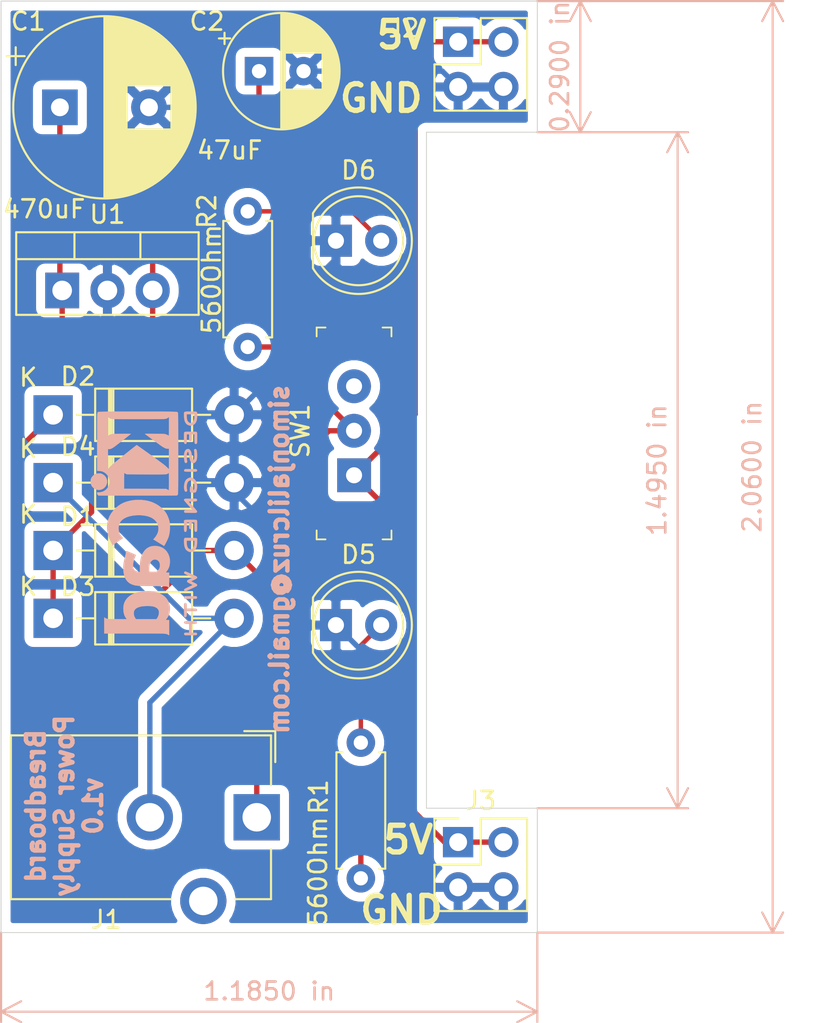
<source format=kicad_pcb>
(kicad_pcb (version 20171130) (host pcbnew 5.1.7-a382d34a8~87~ubuntu20.04.1)

  (general
    (thickness 1.6)
    (drawings 23)
    (tracks 77)
    (zones 0)
    (modules 16)
    (nets 11)
  )

  (page A4)
  (title_block
    (title "Breadbord power supply")
    (date 2020-11-04)
    (rev 1)
    (comment 1 "Diseñado por Simon Jalil")
  )

  (layers
    (0 F.Cu signal)
    (31 B.Cu signal)
    (32 B.Adhes user)
    (33 F.Adhes user)
    (34 B.Paste user)
    (35 F.Paste user)
    (36 B.SilkS user)
    (37 F.SilkS user)
    (38 B.Mask user)
    (39 F.Mask user)
    (40 Dwgs.User user)
    (41 Cmts.User user)
    (42 Eco1.User user)
    (43 Eco2.User user)
    (44 Edge.Cuts user)
    (45 Margin user)
    (46 B.CrtYd user)
    (47 F.CrtYd user)
    (48 B.Fab user)
    (49 F.Fab user)
  )

  (setup
    (last_trace_width 0.25)
    (user_trace_width 0.3)
    (trace_clearance 0.2)
    (zone_clearance 0.508)
    (zone_45_only no)
    (trace_min 0.2)
    (via_size 0.8)
    (via_drill 0.4)
    (via_min_size 0.4)
    (via_min_drill 0.3)
    (user_via 1 0.6)
    (uvia_size 0.3)
    (uvia_drill 0.1)
    (uvias_allowed no)
    (uvia_min_size 0.2)
    (uvia_min_drill 0.1)
    (edge_width 0.05)
    (segment_width 0.2)
    (pcb_text_width 0.3)
    (pcb_text_size 1.5 1.5)
    (mod_edge_width 0.12)
    (mod_text_size 1 1)
    (mod_text_width 0.15)
    (pad_size 1.524 1.524)
    (pad_drill 0.762)
    (pad_to_mask_clearance 0)
    (aux_axis_origin 0 0)
    (visible_elements FFFFF77F)
    (pcbplotparams
      (layerselection 0x010fc_ffffffff)
      (usegerberextensions true)
      (usegerberattributes true)
      (usegerberadvancedattributes true)
      (creategerberjobfile false)
      (excludeedgelayer true)
      (linewidth 0.100000)
      (plotframeref false)
      (viasonmask false)
      (mode 1)
      (useauxorigin false)
      (hpglpennumber 1)
      (hpglpenspeed 20)
      (hpglpendiameter 15.000000)
      (psnegative false)
      (psa4output false)
      (plotreference true)
      (plotvalue true)
      (plotinvisibletext false)
      (padsonsilk false)
      (subtractmaskfromsilk false)
      (outputformat 1)
      (mirror false)
      (drillshape 0)
      (scaleselection 1)
      (outputdirectory "Gerbers/"))
  )

  (net 0 "")
  (net 1 /Vin)
  (net 2 /V-)
  (net 3 /Vout1)
  (net 4 "Net-(D1-Pad2)")
  (net 5 "Net-(D3-Pad2)")
  (net 6 "Net-(D5-Pad2)")
  (net 7 /Vout2)
  (net 8 "Net-(J1-Pad3)")
  (net 9 "Net-(SW1-Pad3)")
  (net 10 "Net-(D6-Pad2)")

  (net_class Default "This is the default net class."
    (clearance 0.2)
    (trace_width 0.25)
    (via_dia 0.8)
    (via_drill 0.4)
    (uvia_dia 0.3)
    (uvia_drill 0.1)
    (add_net "Net-(D5-Pad2)")
    (add_net "Net-(D6-Pad2)")
    (add_net "Net-(J1-Pad3)")
    (add_net "Net-(SW1-Pad3)")
  )

  (net_class Power ""
    (clearance 0.3)
    (trace_width 0.3)
    (via_dia 1)
    (via_drill 0.5)
    (uvia_dia 0.3)
    (uvia_drill 0.1)
    (add_net /V-)
    (add_net /Vin)
    (add_net /Vout1)
    (add_net /Vout2)
    (add_net "Net-(D1-Pad2)")
    (add_net "Net-(D3-Pad2)")
  )

  (module Symbol:KiCad-Logo2_5mm_SilkScreen (layer B.Cu) (tedit 0) (tstamp 5FA43981)
    (at 58.674 93.726 270)
    (descr "KiCad Logo")
    (tags "Logo KiCad")
    (attr virtual)
    (fp_text reference REF** (at 0 5.08 90) (layer B.SilkS) hide
      (effects (font (size 1 1) (thickness 0.15)) (justify mirror))
    )
    (fp_text value KiCad-Logo2_5mm_SilkScreen (at 0 -5.08 90) (layer B.Fab) hide
      (effects (font (size 1 1) (thickness 0.15)) (justify mirror))
    )
    (fp_poly (pts (xy -2.9464 2.510946) (xy -2.935535 2.397007) (xy -2.903918 2.289384) (xy -2.853015 2.190385)
      (xy -2.784293 2.102316) (xy -2.699219 2.027484) (xy -2.602232 1.969616) (xy -2.495964 1.929995)
      (xy -2.38895 1.911427) (xy -2.2833 1.912566) (xy -2.181125 1.93207) (xy -2.084534 1.968594)
      (xy -1.995638 2.020795) (xy -1.916546 2.087327) (xy -1.849369 2.166848) (xy -1.796217 2.258013)
      (xy -1.759199 2.359477) (xy -1.740427 2.469898) (xy -1.738489 2.519794) (xy -1.738489 2.607733)
      (xy -1.68656 2.607733) (xy -1.650253 2.604889) (xy -1.623355 2.593089) (xy -1.596249 2.569351)
      (xy -1.557867 2.530969) (xy -1.557867 0.339398) (xy -1.557876 0.077261) (xy -1.557908 -0.163241)
      (xy -1.557972 -0.383048) (xy -1.558076 -0.583101) (xy -1.558227 -0.764344) (xy -1.558434 -0.927716)
      (xy -1.558706 -1.07416) (xy -1.55905 -1.204617) (xy -1.559474 -1.320029) (xy -1.559987 -1.421338)
      (xy -1.560597 -1.509484) (xy -1.561312 -1.58541) (xy -1.56214 -1.650057) (xy -1.563089 -1.704367)
      (xy -1.564167 -1.74928) (xy -1.565383 -1.78574) (xy -1.566745 -1.814687) (xy -1.568261 -1.837063)
      (xy -1.569938 -1.853809) (xy -1.571786 -1.865868) (xy -1.573813 -1.87418) (xy -1.576025 -1.879687)
      (xy -1.577108 -1.881537) (xy -1.581271 -1.888549) (xy -1.584805 -1.894996) (xy -1.588635 -1.9009)
      (xy -1.593682 -1.906286) (xy -1.600871 -1.911178) (xy -1.611123 -1.915598) (xy -1.625364 -1.919572)
      (xy -1.644514 -1.923121) (xy -1.669499 -1.92627) (xy -1.70124 -1.929042) (xy -1.740662 -1.931461)
      (xy -1.788686 -1.933551) (xy -1.846237 -1.935335) (xy -1.914237 -1.936837) (xy -1.99361 -1.93808)
      (xy -2.085279 -1.939089) (xy -2.190166 -1.939885) (xy -2.309196 -1.940494) (xy -2.44329 -1.940939)
      (xy -2.593373 -1.941243) (xy -2.760367 -1.94143) (xy -2.945196 -1.941524) (xy -3.148783 -1.941548)
      (xy -3.37205 -1.941525) (xy -3.615922 -1.94148) (xy -3.881321 -1.941437) (xy -3.919704 -1.941432)
      (xy -4.186682 -1.941389) (xy -4.432002 -1.941318) (xy -4.656583 -1.941213) (xy -4.861345 -1.941066)
      (xy -5.047206 -1.940869) (xy -5.215088 -1.940616) (xy -5.365908 -1.9403) (xy -5.500587 -1.939913)
      (xy -5.620044 -1.939447) (xy -5.725199 -1.938897) (xy -5.816971 -1.938253) (xy -5.896279 -1.937511)
      (xy -5.964043 -1.936661) (xy -6.021182 -1.935697) (xy -6.068617 -1.934611) (xy -6.107266 -1.933397)
      (xy -6.138049 -1.932047) (xy -6.161885 -1.930555) (xy -6.179694 -1.928911) (xy -6.192395 -1.927111)
      (xy -6.200908 -1.925145) (xy -6.205266 -1.923477) (xy -6.213728 -1.919906) (xy -6.221497 -1.91727)
      (xy -6.228602 -1.914634) (xy -6.235073 -1.911062) (xy -6.240939 -1.905621) (xy -6.246229 -1.897375)
      (xy -6.250974 -1.88539) (xy -6.255202 -1.868731) (xy -6.258943 -1.846463) (xy -6.262227 -1.817652)
      (xy -6.265083 -1.781363) (xy -6.26754 -1.736661) (xy -6.269629 -1.682611) (xy -6.271378 -1.618279)
      (xy -6.272817 -1.54273) (xy -6.273976 -1.45503) (xy -6.274883 -1.354243) (xy -6.275569 -1.239434)
      (xy -6.276063 -1.10967) (xy -6.276395 -0.964015) (xy -6.276593 -0.801535) (xy -6.276687 -0.621295)
      (xy -6.276708 -0.42236) (xy -6.276685 -0.203796) (xy -6.276646 0.035332) (xy -6.276622 0.29596)
      (xy -6.276622 0.338111) (xy -6.276636 0.601008) (xy -6.276661 0.842268) (xy -6.276671 1.062835)
      (xy -6.276642 1.263648) (xy -6.276548 1.445651) (xy -6.276362 1.609784) (xy -6.276059 1.756989)
      (xy -6.275614 1.888208) (xy -6.275034 1.998133) (xy -5.972197 1.998133) (xy -5.932407 1.940289)
      (xy -5.921236 1.924521) (xy -5.911166 1.910559) (xy -5.902138 1.897216) (xy -5.894097 1.883307)
      (xy -5.886986 1.867644) (xy -5.880747 1.849042) (xy -5.875325 1.826314) (xy -5.870662 1.798273)
      (xy -5.866701 1.763733) (xy -5.863385 1.721508) (xy -5.860659 1.670411) (xy -5.858464 1.609256)
      (xy -5.856745 1.536856) (xy -5.855444 1.452025) (xy -5.854505 1.353578) (xy -5.85387 1.240326)
      (xy -5.853484 1.111084) (xy -5.853288 0.964666) (xy -5.853227 0.799884) (xy -5.853243 0.615553)
      (xy -5.85328 0.410487) (xy -5.853289 0.287867) (xy -5.853265 0.070918) (xy -5.853231 -0.124642)
      (xy -5.853243 -0.299999) (xy -5.853358 -0.456341) (xy -5.85363 -0.594857) (xy -5.854118 -0.716734)
      (xy -5.854876 -0.82316) (xy -5.855962 -0.915322) (xy -5.857431 -0.994409) (xy -5.85934 -1.061608)
      (xy -5.861744 -1.118107) (xy -5.864701 -1.165093) (xy -5.868266 -1.203755) (xy -5.872495 -1.23528)
      (xy -5.877446 -1.260855) (xy -5.883173 -1.28167) (xy -5.889733 -1.298911) (xy -5.897183 -1.313765)
      (xy -5.905579 -1.327422) (xy -5.914976 -1.341069) (xy -5.925432 -1.355893) (xy -5.931523 -1.364783)
      (xy -5.970296 -1.4224) (xy -5.438732 -1.4224) (xy -5.315483 -1.422365) (xy -5.212987 -1.422215)
      (xy -5.12942 -1.421878) (xy -5.062956 -1.421286) (xy -5.011771 -1.420367) (xy -4.974041 -1.419051)
      (xy -4.94794 -1.417269) (xy -4.931644 -1.414951) (xy -4.923328 -1.412026) (xy -4.921168 -1.408424)
      (xy -4.923339 -1.404075) (xy -4.924535 -1.402645) (xy -4.949685 -1.365573) (xy -4.975583 -1.312772)
      (xy -4.999192 -1.25077) (xy -5.007461 -1.224357) (xy -5.012078 -1.206416) (xy -5.015979 -1.185355)
      (xy -5.019248 -1.159089) (xy -5.021966 -1.125532) (xy -5.024215 -1.082599) (xy -5.026077 -1.028204)
      (xy -5.027636 -0.960262) (xy -5.028972 -0.876688) (xy -5.030169 -0.775395) (xy -5.031308 -0.6543)
      (xy -5.031685 -0.6096) (xy -5.032702 -0.484449) (xy -5.03346 -0.380082) (xy -5.033903 -0.294707)
      (xy -5.03397 -0.226533) (xy -5.033605 -0.173765) (xy -5.032748 -0.134614) (xy -5.031341 -0.107285)
      (xy -5.029325 -0.089986) (xy -5.026643 -0.080926) (xy -5.023236 -0.078312) (xy -5.019044 -0.080351)
      (xy -5.014571 -0.084667) (xy -5.004216 -0.097602) (xy -4.982158 -0.126676) (xy -4.949957 -0.169759)
      (xy -4.909174 -0.224718) (xy -4.86137 -0.289423) (xy -4.808105 -0.361742) (xy -4.75094 -0.439544)
      (xy -4.691437 -0.520698) (xy -4.631155 -0.603072) (xy -4.571655 -0.684536) (xy -4.514498 -0.762957)
      (xy -4.461245 -0.836204) (xy -4.413457 -0.902147) (xy -4.372693 -0.958654) (xy -4.340516 -1.003593)
      (xy -4.318485 -1.034834) (xy -4.313917 -1.041466) (xy -4.290996 -1.078369) (xy -4.264188 -1.126359)
      (xy -4.238789 -1.175897) (xy -4.235568 -1.182577) (xy -4.21389 -1.230772) (xy -4.201304 -1.268334)
      (xy -4.195574 -1.30416) (xy -4.194456 -1.3462) (xy -4.19509 -1.4224) (xy -3.040651 -1.4224)
      (xy -3.131815 -1.328669) (xy -3.178612 -1.278775) (xy -3.228899 -1.222295) (xy -3.274944 -1.168026)
      (xy -3.295369 -1.142673) (xy -3.325807 -1.103128) (xy -3.365862 -1.049916) (xy -3.414361 -0.984667)
      (xy -3.470135 -0.909011) (xy -3.532011 -0.824577) (xy -3.598819 -0.732994) (xy -3.669387 -0.635892)
      (xy -3.742545 -0.534901) (xy -3.817121 -0.43165) (xy -3.891944 -0.327768) (xy -3.965843 -0.224885)
      (xy -4.037646 -0.124631) (xy -4.106184 -0.028636) (xy -4.170284 0.061473) (xy -4.228775 0.144064)
      (xy -4.280486 0.217508) (xy -4.324247 0.280176) (xy -4.358885 0.330439) (xy -4.38323 0.366666)
      (xy -4.396111 0.387229) (xy -4.397869 0.391332) (xy -4.38991 0.402658) (xy -4.369115 0.429838)
      (xy -4.336847 0.471171) (xy -4.29447 0.524956) (xy -4.243347 0.589494) (xy -4.184841 0.663082)
      (xy -4.120314 0.744022) (xy -4.051131 0.830612) (xy -3.978653 0.921152) (xy -3.904246 1.01394)
      (xy -3.844517 1.088298) (xy -2.833511 1.088298) (xy -2.827602 1.075341) (xy -2.813272 1.053092)
      (xy -2.812225 1.051609) (xy -2.793438 1.021456) (xy -2.773791 0.984625) (xy -2.769892 0.976489)
      (xy -2.766356 0.96806) (xy -2.76323 0.957941) (xy -2.760486 0.94474) (xy -2.758092 0.927062)
      (xy -2.756019 0.903516) (xy -2.754235 0.872707) (xy -2.752712 0.833243) (xy -2.751419 0.783731)
      (xy -2.750326 0.722777) (xy -2.749403 0.648989) (xy -2.748619 0.560972) (xy -2.747945 0.457335)
      (xy -2.74735 0.336684) (xy -2.746805 0.197626) (xy -2.746279 0.038768) (xy -2.745745 -0.140089)
      (xy -2.745206 -0.325207) (xy -2.744772 -0.489145) (xy -2.744509 -0.633303) (xy -2.744484 -0.759079)
      (xy -2.744765 -0.867871) (xy -2.745419 -0.961077) (xy -2.746514 -1.040097) (xy -2.748118 -1.106328)
      (xy -2.750297 -1.16117) (xy -2.753119 -1.206021) (xy -2.756651 -1.242278) (xy -2.760961 -1.271341)
      (xy -2.766117 -1.294609) (xy -2.772185 -1.313479) (xy -2.779233 -1.329351) (xy -2.787329 -1.343622)
      (xy -2.79654 -1.357691) (xy -2.80504 -1.370158) (xy -2.822176 -1.396452) (xy -2.832322 -1.414037)
      (xy -2.833511 -1.417257) (xy -2.822604 -1.418334) (xy -2.791411 -1.419335) (xy -2.742223 -1.420235)
      (xy -2.677333 -1.42101) (xy -2.59903 -1.421637) (xy -2.509607 -1.422091) (xy -2.411356 -1.422349)
      (xy -2.342445 -1.4224) (xy -2.237452 -1.42218) (xy -2.14061 -1.421548) (xy -2.054107 -1.420549)
      (xy -1.980132 -1.419227) (xy -1.920874 -1.417626) (xy -1.87852 -1.415791) (xy -1.85526 -1.413765)
      (xy -1.851378 -1.412493) (xy -1.859076 -1.397591) (xy -1.867074 -1.38956) (xy -1.880246 -1.372434)
      (xy -1.897485 -1.342183) (xy -1.909407 -1.317622) (xy -1.936045 -1.258711) (xy -1.93912 -0.081845)
      (xy -1.942195 1.095022) (xy -2.387853 1.095022) (xy -2.48567 1.094858) (xy -2.576064 1.094389)
      (xy -2.65663 1.093653) (xy -2.724962 1.092684) (xy -2.778656 1.09152) (xy -2.815305 1.090197)
      (xy -2.832504 1.088751) (xy -2.833511 1.088298) (xy -3.844517 1.088298) (xy -3.82927 1.107278)
      (xy -3.75509 1.199463) (xy -3.683069 1.288796) (xy -3.614569 1.373576) (xy -3.550955 1.452102)
      (xy -3.493588 1.522674) (xy -3.443833 1.583591) (xy -3.403052 1.633153) (xy -3.385888 1.653822)
      (xy -3.299596 1.754484) (xy -3.222997 1.837741) (xy -3.154183 1.905562) (xy -3.091248 1.959911)
      (xy -3.081867 1.967278) (xy -3.042356 1.997883) (xy -4.174116 1.998133) (xy -4.168827 1.950156)
      (xy -4.17213 1.892812) (xy -4.193661 1.824537) (xy -4.233635 1.744788) (xy -4.278943 1.672505)
      (xy -4.295161 1.64986) (xy -4.323214 1.612304) (xy -4.36143 1.561979) (xy -4.408137 1.501027)
      (xy -4.461661 1.431589) (xy -4.520331 1.355806) (xy -4.582475 1.27582) (xy -4.646421 1.193772)
      (xy -4.710495 1.111804) (xy -4.773027 1.032057) (xy -4.832343 0.956673) (xy -4.886771 0.887793)
      (xy -4.934639 0.827558) (xy -4.974275 0.778111) (xy -5.004006 0.741592) (xy -5.022161 0.720142)
      (xy -5.02522 0.716844) (xy -5.028079 0.724851) (xy -5.030293 0.755145) (xy -5.031857 0.807444)
      (xy -5.032767 0.881469) (xy -5.03302 0.976937) (xy -5.032613 1.093566) (xy -5.031704 1.213555)
      (xy -5.030382 1.345667) (xy -5.028857 1.457406) (xy -5.026881 1.550975) (xy -5.024206 1.628581)
      (xy -5.020582 1.692426) (xy -5.015761 1.744717) (xy -5.009494 1.787656) (xy -5.001532 1.823449)
      (xy -4.991627 1.8543) (xy -4.979531 1.882414) (xy -4.964993 1.909995) (xy -4.950311 1.935034)
      (xy -4.912314 1.998133) (xy -5.972197 1.998133) (xy -6.275034 1.998133) (xy -6.275001 2.004383)
      (xy -6.274195 2.106456) (xy -6.27317 2.195367) (xy -6.2719 2.272059) (xy -6.27036 2.337473)
      (xy -6.268524 2.392551) (xy -6.266367 2.438235) (xy -6.263863 2.475466) (xy -6.260987 2.505187)
      (xy -6.257713 2.528338) (xy -6.254015 2.545861) (xy -6.249869 2.558699) (xy -6.245247 2.567792)
      (xy -6.240126 2.574082) (xy -6.234478 2.578512) (xy -6.228279 2.582022) (xy -6.221504 2.585555)
      (xy -6.215508 2.589124) (xy -6.210275 2.5917) (xy -6.202099 2.594028) (xy -6.189886 2.596122)
      (xy -6.172541 2.597993) (xy -6.148969 2.599653) (xy -6.118077 2.601116) (xy -6.078768 2.602392)
      (xy -6.02995 2.603496) (xy -5.970527 2.604439) (xy -5.899404 2.605233) (xy -5.815488 2.605891)
      (xy -5.717683 2.606425) (xy -5.604894 2.606847) (xy -5.476029 2.607171) (xy -5.329991 2.607408)
      (xy -5.165686 2.60757) (xy -4.98202 2.60767) (xy -4.777897 2.60772) (xy -4.566753 2.607733)
      (xy -2.9464 2.607733) (xy -2.9464 2.510946)) (layer B.SilkS) (width 0.01))
    (fp_poly (pts (xy 0.328429 2.050929) (xy 0.48857 2.029755) (xy 0.65251 1.989615) (xy 0.822313 1.930111)
      (xy 1.000043 1.850846) (xy 1.01131 1.845301) (xy 1.069005 1.817275) (xy 1.120552 1.793198)
      (xy 1.162191 1.774751) (xy 1.190162 1.763614) (xy 1.199733 1.761067) (xy 1.21895 1.756059)
      (xy 1.223561 1.751853) (xy 1.218458 1.74142) (xy 1.202418 1.715132) (xy 1.177288 1.675743)
      (xy 1.144914 1.626009) (xy 1.107143 1.568685) (xy 1.065822 1.506524) (xy 1.022798 1.442282)
      (xy 0.979917 1.378715) (xy 0.939026 1.318575) (xy 0.901971 1.26462) (xy 0.8706 1.219603)
      (xy 0.846759 1.186279) (xy 0.832294 1.167403) (xy 0.830309 1.165213) (xy 0.820191 1.169862)
      (xy 0.79785 1.187038) (xy 0.76728 1.21356) (xy 0.751536 1.228036) (xy 0.655047 1.303318)
      (xy 0.548336 1.358759) (xy 0.432832 1.393859) (xy 0.309962 1.40812) (xy 0.240561 1.406949)
      (xy 0.119423 1.389788) (xy 0.010205 1.353906) (xy -0.087418 1.299041) (xy -0.173772 1.22493)
      (xy -0.249185 1.131312) (xy -0.313982 1.017924) (xy -0.351399 0.931333) (xy -0.395252 0.795634)
      (xy -0.427572 0.64815) (xy -0.448443 0.492686) (xy -0.457949 0.333044) (xy -0.456173 0.173027)
      (xy -0.443197 0.016439) (xy -0.419106 -0.132918) (xy -0.383982 -0.27124) (xy -0.337908 -0.394724)
      (xy -0.321627 -0.428978) (xy -0.25338 -0.543064) (xy -0.172921 -0.639557) (xy -0.08143 -0.71767)
      (xy 0.019911 -0.776617) (xy 0.12992 -0.815612) (xy 0.247415 -0.833868) (xy 0.288883 -0.835211)
      (xy 0.410441 -0.82429) (xy 0.530878 -0.791474) (xy 0.648666 -0.737439) (xy 0.762277 -0.662865)
      (xy 0.853685 -0.584539) (xy 0.900215 -0.540008) (xy 1.081483 -0.837271) (xy 1.12658 -0.911433)
      (xy 1.167819 -0.979646) (xy 1.203735 -1.039459) (xy 1.232866 -1.08842) (xy 1.25375 -1.124079)
      (xy 1.264924 -1.143984) (xy 1.266375 -1.147079) (xy 1.258146 -1.156718) (xy 1.232567 -1.173999)
      (xy 1.192873 -1.197283) (xy 1.142297 -1.224934) (xy 1.084074 -1.255315) (xy 1.021437 -1.28679)
      (xy 0.957621 -1.317722) (xy 0.89586 -1.346473) (xy 0.839388 -1.371408) (xy 0.791438 -1.390889)
      (xy 0.767986 -1.399318) (xy 0.634221 -1.437133) (xy 0.496327 -1.462136) (xy 0.348622 -1.47514)
      (xy 0.221833 -1.477468) (xy 0.153878 -1.476373) (xy 0.088277 -1.474275) (xy 0.030847 -1.471434)
      (xy -0.012597 -1.468106) (xy -0.026702 -1.466422) (xy -0.165716 -1.437587) (xy -0.307243 -1.392468)
      (xy -0.444725 -1.33375) (xy -0.571606 -1.26412) (xy -0.649111 -1.211441) (xy -0.776519 -1.103239)
      (xy -0.894822 -0.976671) (xy -1.001828 -0.834866) (xy -1.095348 -0.680951) (xy -1.17319 -0.518053)
      (xy -1.217044 -0.400756) (xy -1.267292 -0.217128) (xy -1.300791 -0.022581) (xy -1.317551 0.178675)
      (xy -1.317584 0.382432) (xy -1.300899 0.584479) (xy -1.267507 0.780608) (xy -1.21742 0.966609)
      (xy -1.213603 0.978197) (xy -1.150719 1.14025) (xy -1.073972 1.288168) (xy -0.980758 1.426135)
      (xy -0.868473 1.558339) (xy -0.824608 1.603601) (xy -0.688466 1.727543) (xy -0.548509 1.830085)
      (xy -0.402589 1.912344) (xy -0.248558 1.975436) (xy -0.084268 2.020477) (xy 0.011289 2.037967)
      (xy 0.170023 2.053534) (xy 0.328429 2.050929)) (layer B.SilkS) (width 0.01))
    (fp_poly (pts (xy 2.673574 1.133448) (xy 2.825492 1.113433) (xy 2.960756 1.079798) (xy 3.080239 1.032275)
      (xy 3.184815 0.970595) (xy 3.262424 0.907035) (xy 3.331265 0.832901) (xy 3.385006 0.753129)
      (xy 3.42791 0.660909) (xy 3.443384 0.617839) (xy 3.456244 0.578858) (xy 3.467446 0.542711)
      (xy 3.47712 0.507566) (xy 3.485396 0.47159) (xy 3.492403 0.43295) (xy 3.498272 0.389815)
      (xy 3.503131 0.340351) (xy 3.50711 0.282727) (xy 3.51034 0.215109) (xy 3.512949 0.135666)
      (xy 3.515067 0.042564) (xy 3.516824 -0.066027) (xy 3.518349 -0.191942) (xy 3.519772 -0.337012)
      (xy 3.521025 -0.479778) (xy 3.522351 -0.635968) (xy 3.523556 -0.771239) (xy 3.524766 -0.887246)
      (xy 3.526106 -0.985645) (xy 3.5277 -1.068093) (xy 3.529675 -1.136246) (xy 3.532156 -1.19176)
      (xy 3.535269 -1.236292) (xy 3.539138 -1.271498) (xy 3.543889 -1.299034) (xy 3.549648 -1.320556)
      (xy 3.556539 -1.337722) (xy 3.564689 -1.352186) (xy 3.574223 -1.365606) (xy 3.585266 -1.379638)
      (xy 3.589566 -1.385071) (xy 3.605386 -1.40791) (xy 3.612422 -1.423463) (xy 3.612444 -1.423922)
      (xy 3.601567 -1.426121) (xy 3.570582 -1.428147) (xy 3.521957 -1.429942) (xy 3.458163 -1.431451)
      (xy 3.381669 -1.432616) (xy 3.294944 -1.43338) (xy 3.200457 -1.433686) (xy 3.18955 -1.433689)
      (xy 2.766657 -1.433689) (xy 2.763395 -1.337622) (xy 2.760133 -1.241556) (xy 2.698044 -1.292543)
      (xy 2.600714 -1.360057) (xy 2.490813 -1.414749) (xy 2.404349 -1.444978) (xy 2.335278 -1.459666)
      (xy 2.251925 -1.469659) (xy 2.162159 -1.474646) (xy 2.073845 -1.474313) (xy 1.994851 -1.468351)
      (xy 1.958622 -1.462638) (xy 1.818603 -1.424776) (xy 1.692178 -1.369932) (xy 1.58026 -1.298924)
      (xy 1.483762 -1.212568) (xy 1.4036 -1.111679) (xy 1.340687 -0.997076) (xy 1.296312 -0.870984)
      (xy 1.283978 -0.814401) (xy 1.276368 -0.752202) (xy 1.272739 -0.677363) (xy 1.272245 -0.643467)
      (xy 1.27231 -0.640282) (xy 2.032248 -0.640282) (xy 2.041541 -0.715333) (xy 2.069728 -0.77916)
      (xy 2.118197 -0.834798) (xy 2.123254 -0.839211) (xy 2.171548 -0.874037) (xy 2.223257 -0.89662)
      (xy 2.283989 -0.90854) (xy 2.359352 -0.911383) (xy 2.377459 -0.910978) (xy 2.431278 -0.908325)
      (xy 2.471308 -0.902909) (xy 2.506324 -0.892745) (xy 2.545103 -0.87585) (xy 2.555745 -0.870672)
      (xy 2.616396 -0.834844) (xy 2.663215 -0.792212) (xy 2.675952 -0.776973) (xy 2.720622 -0.720462)
      (xy 2.720622 -0.524586) (xy 2.720086 -0.445939) (xy 2.718396 -0.387988) (xy 2.715428 -0.348875)
      (xy 2.711057 -0.326741) (xy 2.706972 -0.320274) (xy 2.691047 -0.317111) (xy 2.657264 -0.314488)
      (xy 2.61034 -0.312655) (xy 2.554993 -0.311857) (xy 2.546106 -0.311842) (xy 2.42533 -0.317096)
      (xy 2.32266 -0.333263) (xy 2.236106 -0.360961) (xy 2.163681 -0.400808) (xy 2.108751 -0.447758)
      (xy 2.064204 -0.505645) (xy 2.03948 -0.568693) (xy 2.032248 -0.640282) (xy 1.27231 -0.640282)
      (xy 1.274178 -0.549712) (xy 1.282522 -0.470812) (xy 1.298768 -0.39959) (xy 1.324405 -0.328864)
      (xy 1.348401 -0.276493) (xy 1.40702 -0.181196) (xy 1.485117 -0.09317) (xy 1.580315 -0.014017)
      (xy 1.690238 0.05466) (xy 1.81251 0.111259) (xy 1.944755 0.154179) (xy 2.009422 0.169118)
      (xy 2.145604 0.191223) (xy 2.294049 0.205806) (xy 2.445505 0.212187) (xy 2.572064 0.210555)
      (xy 2.73395 0.203776) (xy 2.72653 0.262755) (xy 2.707238 0.361908) (xy 2.676104 0.442628)
      (xy 2.632269 0.505534) (xy 2.574871 0.551244) (xy 2.503048 0.580378) (xy 2.415941 0.593553)
      (xy 2.312686 0.591389) (xy 2.274711 0.587388) (xy 2.13352 0.56222) (xy 1.996707 0.521186)
      (xy 1.902178 0.483185) (xy 1.857018 0.46381) (xy 1.818585 0.44824) (xy 1.792234 0.438595)
      (xy 1.784546 0.436548) (xy 1.774802 0.445626) (xy 1.758083 0.474595) (xy 1.734232 0.523783)
      (xy 1.703093 0.593516) (xy 1.664507 0.684121) (xy 1.65791 0.699911) (xy 1.627853 0.772228)
      (xy 1.600874 0.837575) (xy 1.578136 0.893094) (xy 1.560806 0.935928) (xy 1.550048 0.963219)
      (xy 1.546941 0.972058) (xy 1.55694 0.976813) (xy 1.583217 0.98209) (xy 1.611489 0.985769)
      (xy 1.641646 0.990526) (xy 1.689433 0.999972) (xy 1.750612 1.01318) (xy 1.820946 1.029224)
      (xy 1.896194 1.04718) (xy 1.924755 1.054203) (xy 2.029816 1.079791) (xy 2.11748 1.099853)
      (xy 2.192068 1.115031) (xy 2.257903 1.125965) (xy 2.319307 1.133296) (xy 2.380602 1.137665)
      (xy 2.44611 1.139713) (xy 2.504128 1.140111) (xy 2.673574 1.133448)) (layer B.SilkS) (width 0.01))
    (fp_poly (pts (xy 6.186507 0.527755) (xy 6.186526 0.293338) (xy 6.186552 0.080397) (xy 6.186625 -0.112168)
      (xy 6.186782 -0.285459) (xy 6.187064 -0.440576) (xy 6.187509 -0.57862) (xy 6.188156 -0.700692)
      (xy 6.189045 -0.807894) (xy 6.190213 -0.901326) (xy 6.191701 -0.98209) (xy 6.193546 -1.051286)
      (xy 6.195789 -1.110015) (xy 6.198469 -1.159379) (xy 6.201623 -1.200478) (xy 6.205292 -1.234413)
      (xy 6.209513 -1.262286) (xy 6.214327 -1.285198) (xy 6.219773 -1.304249) (xy 6.225888 -1.32054)
      (xy 6.232712 -1.335173) (xy 6.240285 -1.349249) (xy 6.248645 -1.363868) (xy 6.253839 -1.372974)
      (xy 6.288104 -1.433689) (xy 5.429955 -1.433689) (xy 5.429955 -1.337733) (xy 5.429224 -1.29437)
      (xy 5.427272 -1.261205) (xy 5.424463 -1.243424) (xy 5.423221 -1.241778) (xy 5.411799 -1.248662)
      (xy 5.389084 -1.266505) (xy 5.366385 -1.285879) (xy 5.3118 -1.326614) (xy 5.242321 -1.367617)
      (xy 5.16527 -1.405123) (xy 5.087965 -1.435364) (xy 5.057113 -1.445012) (xy 4.988616 -1.459578)
      (xy 4.905764 -1.469539) (xy 4.816371 -1.474583) (xy 4.728248 -1.474396) (xy 4.649207 -1.468666)
      (xy 4.611511 -1.462858) (xy 4.473414 -1.424797) (xy 4.346113 -1.367073) (xy 4.230292 -1.290211)
      (xy 4.126637 -1.194739) (xy 4.035833 -1.081179) (xy 3.969031 -0.970381) (xy 3.914164 -0.853625)
      (xy 3.872163 -0.734276) (xy 3.842167 -0.608283) (xy 3.823311 -0.471594) (xy 3.814732 -0.320158)
      (xy 3.814006 -0.242711) (xy 3.8161 -0.185934) (xy 4.645217 -0.185934) (xy 4.645424 -0.279002)
      (xy 4.648337 -0.366692) (xy 4.654 -0.443772) (xy 4.662455 -0.505009) (xy 4.665038 -0.51735)
      (xy 4.69684 -0.624633) (xy 4.738498 -0.711658) (xy 4.790363 -0.778642) (xy 4.852781 -0.825805)
      (xy 4.9261 -0.853365) (xy 5.010669 -0.861541) (xy 5.106835 -0.850551) (xy 5.170311 -0.834829)
      (xy 5.219454 -0.816639) (xy 5.273583 -0.790791) (xy 5.314244 -0.767089) (xy 5.3848 -0.720721)
      (xy 5.3848 0.42947) (xy 5.317392 0.473038) (xy 5.238867 0.51396) (xy 5.154681 0.540611)
      (xy 5.069557 0.552535) (xy 4.988216 0.549278) (xy 4.91538 0.530385) (xy 4.883426 0.514816)
      (xy 4.825501 0.471819) (xy 4.776544 0.415047) (xy 4.73539 0.342425) (xy 4.700874 0.251879)
      (xy 4.671833 0.141334) (xy 4.670552 0.135467) (xy 4.660381 0.073212) (xy 4.652739 -0.004594)
      (xy 4.64767 -0.09272) (xy 4.645217 -0.185934) (xy 3.8161 -0.185934) (xy 3.821857 -0.029895)
      (xy 3.843802 0.165941) (xy 3.879786 0.344668) (xy 3.929759 0.506155) (xy 3.993668 0.650274)
      (xy 4.071462 0.776894) (xy 4.163089 0.885885) (xy 4.268497 0.977117) (xy 4.313662 1.008068)
      (xy 4.414611 1.064215) (xy 4.517901 1.103826) (xy 4.627989 1.127986) (xy 4.74933 1.137781)
      (xy 4.841836 1.136735) (xy 4.97149 1.125769) (xy 5.084084 1.103954) (xy 5.182875 1.070286)
      (xy 5.271121 1.023764) (xy 5.319986 0.989552) (xy 5.349353 0.967638) (xy 5.371043 0.952667)
      (xy 5.379253 0.948267) (xy 5.380868 0.959096) (xy 5.382159 0.989749) (xy 5.383138 1.037474)
      (xy 5.383817 1.099521) (xy 5.38421 1.173138) (xy 5.38433 1.255573) (xy 5.384188 1.344075)
      (xy 5.383797 1.435893) (xy 5.383171 1.528276) (xy 5.38232 1.618472) (xy 5.38126 1.703729)
      (xy 5.380001 1.781297) (xy 5.378556 1.848424) (xy 5.376938 1.902359) (xy 5.375161 1.94035)
      (xy 5.374669 1.947333) (xy 5.367092 2.017749) (xy 5.355531 2.072898) (xy 5.337792 2.120019)
      (xy 5.311682 2.166353) (xy 5.305415 2.175933) (xy 5.280983 2.212622) (xy 6.186311 2.212622)
      (xy 6.186507 0.527755)) (layer B.SilkS) (width 0.01))
    (fp_poly (pts (xy -2.273043 2.973429) (xy -2.176768 2.949191) (xy -2.090184 2.906359) (xy -2.015373 2.846581)
      (xy -1.954418 2.771506) (xy -1.909399 2.68278) (xy -1.883136 2.58647) (xy -1.877286 2.489205)
      (xy -1.89214 2.395346) (xy -1.92584 2.307489) (xy -1.976528 2.22823) (xy -2.042345 2.160164)
      (xy -2.121434 2.105888) (xy -2.211934 2.067998) (xy -2.2632 2.055574) (xy -2.307698 2.048053)
      (xy -2.341999 2.045081) (xy -2.37496 2.046906) (xy -2.415434 2.053775) (xy -2.448531 2.06075)
      (xy -2.541947 2.092259) (xy -2.625619 2.143383) (xy -2.697665 2.212571) (xy -2.7562 2.298272)
      (xy -2.770148 2.325511) (xy -2.786586 2.361878) (xy -2.796894 2.392418) (xy -2.80246 2.42455)
      (xy -2.804669 2.465693) (xy -2.804948 2.511778) (xy -2.800861 2.596135) (xy -2.787446 2.665414)
      (xy -2.762256 2.726039) (xy -2.722846 2.784433) (xy -2.684298 2.828698) (xy -2.612406 2.894516)
      (xy -2.537313 2.939947) (xy -2.454562 2.96715) (xy -2.376928 2.977424) (xy -2.273043 2.973429)) (layer B.SilkS) (width 0.01))
    (fp_poly (pts (xy -6.121371 -2.269066) (xy -6.081889 -2.269467) (xy -5.9662 -2.272259) (xy -5.869311 -2.28055)
      (xy -5.787919 -2.295232) (xy -5.718723 -2.317193) (xy -5.65842 -2.347322) (xy -5.603708 -2.38651)
      (xy -5.584167 -2.403532) (xy -5.55175 -2.443363) (xy -5.52252 -2.497413) (xy -5.499991 -2.557323)
      (xy -5.487679 -2.614739) (xy -5.4864 -2.635956) (xy -5.494417 -2.694769) (xy -5.515899 -2.759013)
      (xy -5.546999 -2.819821) (xy -5.583866 -2.86833) (xy -5.589854 -2.874182) (xy -5.640579 -2.915321)
      (xy -5.696125 -2.947435) (xy -5.759696 -2.971365) (xy -5.834494 -2.987953) (xy -5.923722 -2.998041)
      (xy -6.030582 -3.002469) (xy -6.079528 -3.002845) (xy -6.141762 -3.002545) (xy -6.185528 -3.001292)
      (xy -6.214931 -2.998554) (xy -6.234079 -2.993801) (xy -6.247077 -2.986501) (xy -6.254045 -2.980267)
      (xy -6.260626 -2.972694) (xy -6.265788 -2.962924) (xy -6.269703 -2.94834) (xy -6.272543 -2.926326)
      (xy -6.27448 -2.894264) (xy -6.275684 -2.849536) (xy -6.276328 -2.789526) (xy -6.276583 -2.711617)
      (xy -6.276622 -2.635956) (xy -6.27687 -2.535041) (xy -6.276817 -2.454427) (xy -6.275857 -2.415822)
      (xy -6.129867 -2.415822) (xy -6.129867 -2.856089) (xy -6.036734 -2.856004) (xy -5.980693 -2.854396)
      (xy -5.921999 -2.850256) (xy -5.873028 -2.844464) (xy -5.871538 -2.844226) (xy -5.792392 -2.82509)
      (xy -5.731002 -2.795287) (xy -5.684305 -2.752878) (xy -5.654635 -2.706961) (xy -5.636353 -2.656026)
      (xy -5.637771 -2.6082) (xy -5.658988 -2.556933) (xy -5.700489 -2.503899) (xy -5.757998 -2.4646)
      (xy -5.83275 -2.438331) (xy -5.882708 -2.429035) (xy -5.939416 -2.422507) (xy -5.999519 -2.417782)
      (xy -6.050639 -2.415817) (xy -6.053667 -2.415808) (xy -6.129867 -2.415822) (xy -6.275857 -2.415822)
      (xy -6.27526 -2.391851) (xy -6.270998 -2.345055) (xy -6.26283 -2.311778) (xy -6.249556 -2.289759)
      (xy -6.229974 -2.276739) (xy -6.202883 -2.270457) (xy -6.167082 -2.268653) (xy -6.121371 -2.269066)) (layer B.SilkS) (width 0.01))
    (fp_poly (pts (xy -4.712794 -2.269146) (xy -4.643386 -2.269518) (xy -4.590997 -2.270385) (xy -4.552847 -2.271946)
      (xy -4.526159 -2.274403) (xy -4.508153 -2.277957) (xy -4.496049 -2.28281) (xy -4.487069 -2.289161)
      (xy -4.483818 -2.292084) (xy -4.464043 -2.323142) (xy -4.460482 -2.358828) (xy -4.473491 -2.39051)
      (xy -4.479506 -2.396913) (xy -4.489235 -2.403121) (xy -4.504901 -2.40791) (xy -4.529408 -2.411514)
      (xy -4.565661 -2.414164) (xy -4.616565 -2.416095) (xy -4.685026 -2.417539) (xy -4.747617 -2.418418)
      (xy -4.995334 -2.421467) (xy -4.998719 -2.486378) (xy -5.002105 -2.551289) (xy -4.833958 -2.551289)
      (xy -4.760959 -2.551919) (xy -4.707517 -2.554553) (xy -4.670628 -2.560309) (xy -4.647288 -2.570304)
      (xy -4.634494 -2.585656) (xy -4.629242 -2.607482) (xy -4.628445 -2.627738) (xy -4.630923 -2.652592)
      (xy -4.640277 -2.670906) (xy -4.659383 -2.683637) (xy -4.691118 -2.691741) (xy -4.738359 -2.696176)
      (xy -4.803983 -2.697899) (xy -4.839801 -2.698045) (xy -5.000978 -2.698045) (xy -5.000978 -2.856089)
      (xy -4.752622 -2.856089) (xy -4.671213 -2.856202) (xy -4.609342 -2.856712) (xy -4.563968 -2.85787)
      (xy -4.532054 -2.85993) (xy -4.510559 -2.863146) (xy -4.496443 -2.867772) (xy -4.486668 -2.874059)
      (xy -4.481689 -2.878667) (xy -4.46461 -2.90556) (xy -4.459111 -2.929467) (xy -4.466963 -2.958667)
      (xy -4.481689 -2.980267) (xy -4.489546 -2.987066) (xy -4.499688 -2.992346) (xy -4.514844 -2.996298)
      (xy -4.537741 -2.999113) (xy -4.571109 -3.000982) (xy -4.617675 -3.002098) (xy -4.680167 -3.002651)
      (xy -4.761314 -3.002833) (xy -4.803422 -3.002845) (xy -4.893598 -3.002765) (xy -4.963924 -3.002398)
      (xy -5.017129 -3.001552) (xy -5.05594 -3.000036) (xy -5.083087 -2.997659) (xy -5.101298 -2.994229)
      (xy -5.1133 -2.989554) (xy -5.121822 -2.983444) (xy -5.125156 -2.980267) (xy -5.131755 -2.97267)
      (xy -5.136927 -2.96287) (xy -5.140846 -2.948239) (xy -5.143684 -2.926152) (xy -5.145615 -2.893982)
      (xy -5.146812 -2.849103) (xy -5.147448 -2.788889) (xy -5.147697 -2.710713) (xy -5.147734 -2.637923)
      (xy -5.1477 -2.544707) (xy -5.147465 -2.471431) (xy -5.14683 -2.415458) (xy -5.145594 -2.374151)
      (xy -5.143556 -2.344872) (xy -5.140517 -2.324984) (xy -5.136277 -2.31185) (xy -5.130635 -2.302832)
      (xy -5.123391 -2.295293) (xy -5.121606 -2.293612) (xy -5.112945 -2.286172) (xy -5.102882 -2.280409)
      (xy -5.088625 -2.276112) (xy -5.067383 -2.273064) (xy -5.036364 -2.271051) (xy -4.992777 -2.26986)
      (xy -4.933831 -2.269275) (xy -4.856734 -2.269083) (xy -4.802001 -2.269067) (xy -4.712794 -2.269146)) (layer B.SilkS) (width 0.01))
    (fp_poly (pts (xy -3.691703 -2.270351) (xy -3.616888 -2.275581) (xy -3.547306 -2.28375) (xy -3.487002 -2.29455)
      (xy -3.44002 -2.307673) (xy -3.410406 -2.322813) (xy -3.40586 -2.327269) (xy -3.390054 -2.36185)
      (xy -3.394847 -2.397351) (xy -3.419364 -2.427725) (xy -3.420534 -2.428596) (xy -3.434954 -2.437954)
      (xy -3.450008 -2.442876) (xy -3.471005 -2.443473) (xy -3.503257 -2.439861) (xy -3.552073 -2.432154)
      (xy -3.556 -2.431505) (xy -3.628739 -2.422569) (xy -3.707217 -2.418161) (xy -3.785927 -2.418119)
      (xy -3.859361 -2.422279) (xy -3.922011 -2.430479) (xy -3.96837 -2.442557) (xy -3.971416 -2.443771)
      (xy -4.005048 -2.462615) (xy -4.016864 -2.481685) (xy -4.007614 -2.500439) (xy -3.978047 -2.518337)
      (xy -3.928911 -2.534837) (xy -3.860957 -2.549396) (xy -3.815645 -2.556406) (xy -3.721456 -2.569889)
      (xy -3.646544 -2.582214) (xy -3.587717 -2.594449) (xy -3.541785 -2.607661) (xy -3.505555 -2.622917)
      (xy -3.475838 -2.641285) (xy -3.449442 -2.663831) (xy -3.42823 -2.685971) (xy -3.403065 -2.716819)
      (xy -3.390681 -2.743345) (xy -3.386808 -2.776026) (xy -3.386667 -2.787995) (xy -3.389576 -2.827712)
      (xy -3.401202 -2.857259) (xy -3.421323 -2.883486) (xy -3.462216 -2.923576) (xy -3.507817 -2.954149)
      (xy -3.561513 -2.976203) (xy -3.626692 -2.990735) (xy -3.706744 -2.998741) (xy -3.805057 -3.001218)
      (xy -3.821289 -3.001177) (xy -3.886849 -2.999818) (xy -3.951866 -2.99673) (xy -4.009252 -2.992356)
      (xy -4.051922 -2.98714) (xy -4.055372 -2.986541) (xy -4.097796 -2.976491) (xy -4.13378 -2.963796)
      (xy -4.15415 -2.95219) (xy -4.173107 -2.921572) (xy -4.174427 -2.885918) (xy -4.158085 -2.854144)
      (xy -4.154429 -2.850551) (xy -4.139315 -2.839876) (xy -4.120415 -2.835276) (xy -4.091162 -2.836059)
      (xy -4.055651 -2.840127) (xy -4.01597 -2.843762) (xy -3.960345 -2.846828) (xy -3.895406 -2.849053)
      (xy -3.827785 -2.850164) (xy -3.81 -2.850237) (xy -3.742128 -2.849964) (xy -3.692454 -2.848646)
      (xy -3.65661 -2.845827) (xy -3.630224 -2.84105) (xy -3.608926 -2.833857) (xy -3.596126 -2.827867)
      (xy -3.568 -2.811233) (xy -3.550068 -2.796168) (xy -3.547447 -2.791897) (xy -3.552976 -2.774263)
      (xy -3.57926 -2.757192) (xy -3.624478 -2.741458) (xy -3.686808 -2.727838) (xy -3.705171 -2.724804)
      (xy -3.80109 -2.709738) (xy -3.877641 -2.697146) (xy -3.93778 -2.686111) (xy -3.98446 -2.67572)
      (xy -4.020637 -2.665056) (xy -4.049265 -2.653205) (xy -4.073298 -2.639251) (xy -4.095692 -2.622281)
      (xy -4.119402 -2.601378) (xy -4.12738 -2.594049) (xy -4.155353 -2.566699) (xy -4.17016 -2.545029)
      (xy -4.175952 -2.520232) (xy -4.176889 -2.488983) (xy -4.166575 -2.427705) (xy -4.135752 -2.37564)
      (xy -4.084595 -2.332958) (xy -4.013283 -2.299825) (xy -3.9624 -2.284964) (xy -3.9071 -2.275366)
      (xy -3.840853 -2.269936) (xy -3.767706 -2.268367) (xy -3.691703 -2.270351)) (layer B.SilkS) (width 0.01))
    (fp_poly (pts (xy -2.923822 -2.291645) (xy -2.917242 -2.299218) (xy -2.912079 -2.308987) (xy -2.908164 -2.323571)
      (xy -2.905324 -2.345585) (xy -2.903387 -2.377648) (xy -2.902183 -2.422375) (xy -2.901539 -2.482385)
      (xy -2.901284 -2.560294) (xy -2.901245 -2.635956) (xy -2.901314 -2.729802) (xy -2.901638 -2.803689)
      (xy -2.902386 -2.860232) (xy -2.903732 -2.902049) (xy -2.905846 -2.931757) (xy -2.9089 -2.951973)
      (xy -2.913066 -2.965314) (xy -2.918516 -2.974398) (xy -2.923822 -2.980267) (xy -2.956826 -2.999947)
      (xy -2.991991 -2.998181) (xy -3.023455 -2.976717) (xy -3.030684 -2.968337) (xy -3.036334 -2.958614)
      (xy -3.040599 -2.944861) (xy -3.043673 -2.924389) (xy -3.045752 -2.894512) (xy -3.04703 -2.852541)
      (xy -3.047701 -2.795789) (xy -3.047959 -2.721567) (xy -3.048 -2.637537) (xy -3.048 -2.324485)
      (xy -3.020291 -2.296776) (xy -2.986137 -2.273463) (xy -2.953006 -2.272623) (xy -2.923822 -2.291645)) (layer B.SilkS) (width 0.01))
    (fp_poly (pts (xy -1.950081 -2.274599) (xy -1.881565 -2.286095) (xy -1.828943 -2.303967) (xy -1.794708 -2.327499)
      (xy -1.785379 -2.340924) (xy -1.775893 -2.372148) (xy -1.782277 -2.400395) (xy -1.80243 -2.427182)
      (xy -1.833745 -2.439713) (xy -1.879183 -2.438696) (xy -1.914326 -2.431906) (xy -1.992419 -2.418971)
      (xy -2.072226 -2.417742) (xy -2.161555 -2.428241) (xy -2.186229 -2.43269) (xy -2.269291 -2.456108)
      (xy -2.334273 -2.490945) (xy -2.380461 -2.536604) (xy -2.407145 -2.592494) (xy -2.412663 -2.621388)
      (xy -2.409051 -2.680012) (xy -2.385729 -2.731879) (xy -2.344824 -2.775978) (xy -2.288459 -2.811299)
      (xy -2.21876 -2.836829) (xy -2.137852 -2.851559) (xy -2.04786 -2.854478) (xy -1.95091 -2.844575)
      (xy -1.945436 -2.843641) (xy -1.906875 -2.836459) (xy -1.885494 -2.829521) (xy -1.876227 -2.819227)
      (xy -1.874006 -2.801976) (xy -1.873956 -2.792841) (xy -1.873956 -2.754489) (xy -1.942431 -2.754489)
      (xy -2.0029 -2.750347) (xy -2.044165 -2.737147) (xy -2.068175 -2.71373) (xy -2.076877 -2.678936)
      (xy -2.076983 -2.674394) (xy -2.071892 -2.644654) (xy -2.054433 -2.623419) (xy -2.021939 -2.609366)
      (xy -1.971743 -2.601173) (xy -1.923123 -2.598161) (xy -1.852456 -2.596433) (xy -1.801198 -2.59907)
      (xy -1.766239 -2.6088) (xy -1.74447 -2.628353) (xy -1.73278 -2.660456) (xy -1.72806 -2.707838)
      (xy -1.7272 -2.770071) (xy -1.728609 -2.839535) (xy -1.732848 -2.886786) (xy -1.739936 -2.912012)
      (xy -1.741311 -2.913988) (xy -1.780228 -2.945508) (xy -1.837286 -2.97047) (xy -1.908869 -2.98834)
      (xy -1.991358 -2.998586) (xy -2.081139 -3.000673) (xy -2.174592 -2.994068) (xy -2.229556 -2.985956)
      (xy -2.315766 -2.961554) (xy -2.395892 -2.921662) (xy -2.462977 -2.869887) (xy -2.473173 -2.859539)
      (xy -2.506302 -2.816035) (xy -2.536194 -2.762118) (xy -2.559357 -2.705592) (xy -2.572298 -2.654259)
      (xy -2.573858 -2.634544) (xy -2.567218 -2.593419) (xy -2.549568 -2.542252) (xy -2.524297 -2.488394)
      (xy -2.494789 -2.439195) (xy -2.468719 -2.406334) (xy -2.407765 -2.357452) (xy -2.328969 -2.318545)
      (xy -2.235157 -2.290494) (xy -2.12915 -2.274179) (xy -2.032 -2.270192) (xy -1.950081 -2.274599)) (layer B.SilkS) (width 0.01))
    (fp_poly (pts (xy -1.300114 -2.273448) (xy -1.276548 -2.287273) (xy -1.245735 -2.309881) (xy -1.206078 -2.342338)
      (xy -1.15598 -2.385708) (xy -1.093843 -2.441058) (xy -1.018072 -2.509451) (xy -0.931334 -2.588084)
      (xy -0.750711 -2.751878) (xy -0.745067 -2.532029) (xy -0.743029 -2.456351) (xy -0.741063 -2.399994)
      (xy -0.738734 -2.359706) (xy -0.735606 -2.332235) (xy -0.731245 -2.314329) (xy -0.725216 -2.302737)
      (xy -0.717084 -2.294208) (xy -0.712772 -2.290623) (xy -0.678241 -2.27167) (xy -0.645383 -2.274441)
      (xy -0.619318 -2.290633) (xy -0.592667 -2.312199) (xy -0.589352 -2.627151) (xy -0.588435 -2.719779)
      (xy -0.587968 -2.792544) (xy -0.588113 -2.848161) (xy -0.589032 -2.889342) (xy -0.590887 -2.918803)
      (xy -0.593839 -2.939255) (xy -0.59805 -2.953413) (xy -0.603682 -2.963991) (xy -0.609927 -2.972474)
      (xy -0.623439 -2.988207) (xy -0.636883 -2.998636) (xy -0.652124 -3.002639) (xy -0.671026 -2.999094)
      (xy -0.695455 -2.986879) (xy -0.727273 -2.964871) (xy -0.768348 -2.931949) (xy -0.820542 -2.886991)
      (xy -0.885722 -2.828875) (xy -0.959556 -2.762099) (xy -1.224845 -2.521458) (xy -1.230489 -2.740589)
      (xy -1.232531 -2.816128) (xy -1.234502 -2.872354) (xy -1.236839 -2.912524) (xy -1.239981 -2.939896)
      (xy -1.244364 -2.957728) (xy -1.250424 -2.969279) (xy -1.2586 -2.977807) (xy -1.262784 -2.981282)
      (xy -1.299765 -3.000372) (xy -1.334708 -2.997493) (xy -1.365136 -2.9731) (xy -1.372097 -2.963286)
      (xy -1.377523 -2.951826) (xy -1.381603 -2.935968) (xy -1.384529 -2.912963) (xy -1.386492 -2.880062)
      (xy -1.387683 -2.834516) (xy -1.388292 -2.773573) (xy -1.388511 -2.694486) (xy -1.388534 -2.635956)
      (xy -1.38846 -2.544407) (xy -1.388113 -2.472687) (xy -1.387301 -2.418045) (xy -1.385833 -2.377732)
      (xy -1.383519 -2.348998) (xy -1.380167 -2.329093) (xy -1.375588 -2.315268) (xy -1.369589 -2.304772)
      (xy -1.365136 -2.298811) (xy -1.35385 -2.284691) (xy -1.343301 -2.274029) (xy -1.331893 -2.267892)
      (xy -1.31803 -2.267343) (xy -1.300114 -2.273448)) (layer B.SilkS) (width 0.01))
    (fp_poly (pts (xy 0.230343 -2.26926) (xy 0.306701 -2.270174) (xy 0.365217 -2.272311) (xy 0.408255 -2.276175)
      (xy 0.438183 -2.282267) (xy 0.457368 -2.29109) (xy 0.468176 -2.303146) (xy 0.472973 -2.318939)
      (xy 0.474127 -2.33897) (xy 0.474133 -2.341335) (xy 0.473131 -2.363992) (xy 0.468396 -2.381503)
      (xy 0.457333 -2.394574) (xy 0.437348 -2.403913) (xy 0.405846 -2.410227) (xy 0.360232 -2.414222)
      (xy 0.297913 -2.416606) (xy 0.216293 -2.418086) (xy 0.191277 -2.418414) (xy -0.0508 -2.421467)
      (xy -0.054186 -2.486378) (xy -0.057571 -2.551289) (xy 0.110576 -2.551289) (xy 0.176266 -2.551531)
      (xy 0.223172 -2.552556) (xy 0.255083 -2.554811) (xy 0.275791 -2.558742) (xy 0.289084 -2.564798)
      (xy 0.298755 -2.573424) (xy 0.298817 -2.573493) (xy 0.316356 -2.607112) (xy 0.315722 -2.643448)
      (xy 0.297314 -2.674423) (xy 0.293671 -2.677607) (xy 0.280741 -2.685812) (xy 0.263024 -2.691521)
      (xy 0.23657 -2.695162) (xy 0.197432 -2.697167) (xy 0.141662 -2.697964) (xy 0.105994 -2.698045)
      (xy -0.056445 -2.698045) (xy -0.056445 -2.856089) (xy 0.190161 -2.856089) (xy 0.27158 -2.856231)
      (xy 0.33341 -2.856814) (xy 0.378637 -2.858068) (xy 0.410248 -2.860227) (xy 0.431231 -2.863523)
      (xy 0.444573 -2.868189) (xy 0.453261 -2.874457) (xy 0.45545 -2.876733) (xy 0.471614 -2.90828)
      (xy 0.472797 -2.944168) (xy 0.459536 -2.975285) (xy 0.449043 -2.985271) (xy 0.438129 -2.990769)
      (xy 0.421217 -2.995022) (xy 0.395633 -2.99818) (xy 0.358701 -3.000392) (xy 0.307746 -3.001806)
      (xy 0.240094 -3.002572) (xy 0.153069 -3.002838) (xy 0.133394 -3.002845) (xy 0.044911 -3.002787)
      (xy -0.023773 -3.002467) (xy -0.075436 -3.001667) (xy -0.112855 -3.000167) (xy -0.13881 -2.997749)
      (xy -0.156078 -2.994194) (xy -0.167438 -2.989282) (xy -0.175668 -2.982795) (xy -0.180183 -2.978138)
      (xy -0.186979 -2.969889) (xy -0.192288 -2.959669) (xy -0.196294 -2.9448) (xy -0.199179 -2.922602)
      (xy -0.201126 -2.890393) (xy -0.202319 -2.845496) (xy -0.202939 -2.785228) (xy -0.203171 -2.706911)
      (xy -0.2032 -2.640994) (xy -0.203129 -2.548628) (xy -0.202792 -2.476117) (xy -0.202002 -2.420737)
      (xy -0.200574 -2.379765) (xy -0.198321 -2.350478) (xy -0.195057 -2.330153) (xy -0.190596 -2.316066)
      (xy -0.184752 -2.305495) (xy -0.179803 -2.298811) (xy -0.156406 -2.269067) (xy 0.133774 -2.269067)
      (xy 0.230343 -2.26926)) (layer B.SilkS) (width 0.01))
    (fp_poly (pts (xy 1.018309 -2.269275) (xy 1.147288 -2.273636) (xy 1.256991 -2.286861) (xy 1.349226 -2.309741)
      (xy 1.425802 -2.34307) (xy 1.488527 -2.387638) (xy 1.539212 -2.444236) (xy 1.579663 -2.513658)
      (xy 1.580459 -2.515351) (xy 1.604601 -2.577483) (xy 1.613203 -2.632509) (xy 1.606231 -2.687887)
      (xy 1.583654 -2.751073) (xy 1.579372 -2.760689) (xy 1.550172 -2.816966) (xy 1.517356 -2.860451)
      (xy 1.475002 -2.897417) (xy 1.41719 -2.934135) (xy 1.413831 -2.936052) (xy 1.363504 -2.960227)
      (xy 1.306621 -2.978282) (xy 1.239527 -2.990839) (xy 1.158565 -2.998522) (xy 1.060082 -3.001953)
      (xy 1.025286 -3.002251) (xy 0.859594 -3.002845) (xy 0.836197 -2.9731) (xy 0.829257 -2.963319)
      (xy 0.823842 -2.951897) (xy 0.819765 -2.936095) (xy 0.816837 -2.913175) (xy 0.814867 -2.880396)
      (xy 0.814225 -2.856089) (xy 0.970844 -2.856089) (xy 1.064726 -2.856089) (xy 1.119664 -2.854483)
      (xy 1.17606 -2.850255) (xy 1.222345 -2.844292) (xy 1.225139 -2.84379) (xy 1.307348 -2.821736)
      (xy 1.371114 -2.7886) (xy 1.418452 -2.742847) (xy 1.451382 -2.682939) (xy 1.457108 -2.667061)
      (xy 1.462721 -2.642333) (xy 1.460291 -2.617902) (xy 1.448467 -2.5854) (xy 1.44134 -2.569434)
      (xy 1.418 -2.527006) (xy 1.38988 -2.49724) (xy 1.35894 -2.476511) (xy 1.296966 -2.449537)
      (xy 1.217651 -2.429998) (xy 1.125253 -2.418746) (xy 1.058333 -2.41627) (xy 0.970844 -2.415822)
      (xy 0.970844 -2.856089) (xy 0.814225 -2.856089) (xy 0.813668 -2.835021) (xy 0.81305 -2.774311)
      (xy 0.812825 -2.695526) (xy 0.8128 -2.63392) (xy 0.8128 -2.324485) (xy 0.840509 -2.296776)
      (xy 0.852806 -2.285544) (xy 0.866103 -2.277853) (xy 0.884672 -2.27304) (xy 0.912786 -2.270446)
      (xy 0.954717 -2.26941) (xy 1.014737 -2.26927) (xy 1.018309 -2.269275)) (layer B.SilkS) (width 0.01))
    (fp_poly (pts (xy 3.744665 -2.271034) (xy 3.764255 -2.278035) (xy 3.76501 -2.278377) (xy 3.791613 -2.298678)
      (xy 3.80627 -2.319561) (xy 3.809138 -2.329352) (xy 3.808996 -2.342361) (xy 3.804961 -2.360895)
      (xy 3.796146 -2.387257) (xy 3.781669 -2.423752) (xy 3.760645 -2.472687) (xy 3.732188 -2.536365)
      (xy 3.695415 -2.617093) (xy 3.675175 -2.661216) (xy 3.638625 -2.739985) (xy 3.604315 -2.812423)
      (xy 3.573552 -2.87588) (xy 3.547648 -2.927708) (xy 3.52791 -2.965259) (xy 3.51565 -2.985884)
      (xy 3.513224 -2.988733) (xy 3.482183 -3.001302) (xy 3.447121 -2.999619) (xy 3.419 -2.984332)
      (xy 3.417854 -2.983089) (xy 3.406668 -2.966154) (xy 3.387904 -2.93317) (xy 3.363875 -2.88838)
      (xy 3.336897 -2.836032) (xy 3.327201 -2.816742) (xy 3.254014 -2.67015) (xy 3.17424 -2.829393)
      (xy 3.145767 -2.884415) (xy 3.11935 -2.932132) (xy 3.097148 -2.968893) (xy 3.081319 -2.991044)
      (xy 3.075954 -2.995741) (xy 3.034257 -3.002102) (xy 2.999849 -2.988733) (xy 2.989728 -2.974446)
      (xy 2.972214 -2.942692) (xy 2.948735 -2.896597) (xy 2.92072 -2.839285) (xy 2.889599 -2.77388)
      (xy 2.856799 -2.703507) (xy 2.82375 -2.631291) (xy 2.791881 -2.560355) (xy 2.762619 -2.493825)
      (xy 2.737395 -2.434826) (xy 2.717636 -2.386481) (xy 2.704772 -2.351915) (xy 2.700231 -2.334253)
      (xy 2.700277 -2.333613) (xy 2.711326 -2.311388) (xy 2.73341 -2.288753) (xy 2.73471 -2.287768)
      (xy 2.761853 -2.272425) (xy 2.786958 -2.272574) (xy 2.796368 -2.275466) (xy 2.807834 -2.281718)
      (xy 2.82001 -2.294014) (xy 2.834357 -2.314908) (xy 2.852336 -2.346949) (xy 2.875407 -2.392688)
      (xy 2.90503 -2.454677) (xy 2.931745 -2.511898) (xy 2.96248 -2.578226) (xy 2.990021 -2.637874)
      (xy 3.012938 -2.687725) (xy 3.029798 -2.724664) (xy 3.039173 -2.745573) (xy 3.04054 -2.748845)
      (xy 3.046689 -2.743497) (xy 3.060822 -2.721109) (xy 3.081057 -2.684946) (xy 3.105515 -2.638277)
      (xy 3.115248 -2.619022) (xy 3.148217 -2.554004) (xy 3.173643 -2.506654) (xy 3.193612 -2.474219)
      (xy 3.21021 -2.453946) (xy 3.225524 -2.443082) (xy 3.24164 -2.438875) (xy 3.252143 -2.4384)
      (xy 3.27067 -2.440042) (xy 3.286904 -2.446831) (xy 3.303035 -2.461566) (xy 3.321251 -2.487044)
      (xy 3.343739 -2.526061) (xy 3.372689 -2.581414) (xy 3.388662 -2.612903) (xy 3.41457 -2.663087)
      (xy 3.437167 -2.704704) (xy 3.454458 -2.734242) (xy 3.46445 -2.748189) (xy 3.465809 -2.74877)
      (xy 3.472261 -2.737793) (xy 3.486708 -2.70929) (xy 3.507703 -2.666244) (xy 3.533797 -2.611638)
      (xy 3.563546 -2.548454) (xy 3.57818 -2.517071) (xy 3.61625 -2.436078) (xy 3.646905 -2.373756)
      (xy 3.671737 -2.328071) (xy 3.692337 -2.296989) (xy 3.710298 -2.278478) (xy 3.72721 -2.270504)
      (xy 3.744665 -2.271034)) (layer B.SilkS) (width 0.01))
    (fp_poly (pts (xy 4.188614 -2.275877) (xy 4.212327 -2.290647) (xy 4.238978 -2.312227) (xy 4.238978 -2.633773)
      (xy 4.238893 -2.72783) (xy 4.238529 -2.801932) (xy 4.237724 -2.858704) (xy 4.236313 -2.900768)
      (xy 4.234133 -2.930748) (xy 4.231021 -2.951267) (xy 4.226814 -2.964949) (xy 4.221348 -2.974416)
      (xy 4.217472 -2.979082) (xy 4.186034 -2.999575) (xy 4.150233 -2.998739) (xy 4.118873 -2.981264)
      (xy 4.092222 -2.959684) (xy 4.092222 -2.312227) (xy 4.118873 -2.290647) (xy 4.144594 -2.274949)
      (xy 4.1656 -2.269067) (xy 4.188614 -2.275877)) (layer B.SilkS) (width 0.01))
    (fp_poly (pts (xy 4.963065 -2.269163) (xy 5.041772 -2.269542) (xy 5.102863 -2.270333) (xy 5.148817 -2.27167)
      (xy 5.182114 -2.273683) (xy 5.205236 -2.276506) (xy 5.220662 -2.280269) (xy 5.230871 -2.285105)
      (xy 5.235813 -2.288822) (xy 5.261457 -2.321358) (xy 5.264559 -2.355138) (xy 5.248711 -2.385826)
      (xy 5.238348 -2.398089) (xy 5.227196 -2.40645) (xy 5.211035 -2.411657) (xy 5.185642 -2.414457)
      (xy 5.146798 -2.415596) (xy 5.09028 -2.415821) (xy 5.07918 -2.415822) (xy 4.933244 -2.415822)
      (xy 4.933244 -2.686756) (xy 4.933148 -2.772154) (xy 4.932711 -2.837864) (xy 4.931712 -2.886774)
      (xy 4.929928 -2.921773) (xy 4.927137 -2.945749) (xy 4.923117 -2.961593) (xy 4.917645 -2.972191)
      (xy 4.910666 -2.980267) (xy 4.877734 -3.000112) (xy 4.843354 -2.998548) (xy 4.812176 -2.975906)
      (xy 4.809886 -2.9731) (xy 4.802429 -2.962492) (xy 4.796747 -2.950081) (xy 4.792601 -2.93285)
      (xy 4.78975 -2.907784) (xy 4.787954 -2.871867) (xy 4.786972 -2.822083) (xy 4.786564 -2.755417)
      (xy 4.786489 -2.679589) (xy 4.786489 -2.415822) (xy 4.647127 -2.415822) (xy 4.587322 -2.415418)
      (xy 4.545918 -2.41384) (xy 4.518748 -2.410547) (xy 4.501646 -2.404992) (xy 4.490443 -2.396631)
      (xy 4.489083 -2.395178) (xy 4.472725 -2.361939) (xy 4.474172 -2.324362) (xy 4.492978 -2.291645)
      (xy 4.50025 -2.285298) (xy 4.509627 -2.280266) (xy 4.523609 -2.276396) (xy 4.544696 -2.273537)
      (xy 4.575389 -2.271535) (xy 4.618189 -2.270239) (xy 4.675595 -2.269498) (xy 4.75011 -2.269158)
      (xy 4.844233 -2.269068) (xy 4.86426 -2.269067) (xy 4.963065 -2.269163)) (layer B.SilkS) (width 0.01))
    (fp_poly (pts (xy 6.228823 -2.274533) (xy 6.260202 -2.296776) (xy 6.287911 -2.324485) (xy 6.287911 -2.63392)
      (xy 6.287838 -2.725799) (xy 6.287495 -2.79784) (xy 6.286692 -2.85278) (xy 6.285241 -2.89336)
      (xy 6.282952 -2.922317) (xy 6.279636 -2.942391) (xy 6.275105 -2.956321) (xy 6.269169 -2.966845)
      (xy 6.264514 -2.9731) (xy 6.233783 -2.997673) (xy 6.198496 -3.000341) (xy 6.166245 -2.985271)
      (xy 6.155588 -2.976374) (xy 6.148464 -2.964557) (xy 6.144167 -2.945526) (xy 6.141991 -2.914992)
      (xy 6.141228 -2.868662) (xy 6.141155 -2.832871) (xy 6.141155 -2.698045) (xy 5.644444 -2.698045)
      (xy 5.644444 -2.8207) (xy 5.643931 -2.876787) (xy 5.641876 -2.915333) (xy 5.637508 -2.941361)
      (xy 5.630056 -2.959897) (xy 5.621047 -2.9731) (xy 5.590144 -2.997604) (xy 5.555196 -3.000506)
      (xy 5.521738 -2.983089) (xy 5.512604 -2.973959) (xy 5.506152 -2.961855) (xy 5.501897 -2.943001)
      (xy 5.499352 -2.91362) (xy 5.498029 -2.869937) (xy 5.497443 -2.808175) (xy 5.497375 -2.794)
      (xy 5.496891 -2.677631) (xy 5.496641 -2.581727) (xy 5.496723 -2.504177) (xy 5.497231 -2.442869)
      (xy 5.498262 -2.39569) (xy 5.499913 -2.36053) (xy 5.502279 -2.335276) (xy 5.505457 -2.317817)
      (xy 5.509544 -2.306041) (xy 5.514634 -2.297835) (xy 5.520266 -2.291645) (xy 5.552128 -2.271844)
      (xy 5.585357 -2.274533) (xy 5.616735 -2.296776) (xy 5.629433 -2.311126) (xy 5.637526 -2.326978)
      (xy 5.642042 -2.349554) (xy 5.644006 -2.384078) (xy 5.644444 -2.435776) (xy 5.644444 -2.551289)
      (xy 6.141155 -2.551289) (xy 6.141155 -2.432756) (xy 6.141662 -2.378148) (xy 6.143698 -2.341275)
      (xy 6.148035 -2.317307) (xy 6.155447 -2.301415) (xy 6.163733 -2.291645) (xy 6.195594 -2.271844)
      (xy 6.228823 -2.274533)) (layer B.SilkS) (width 0.01))
  )

  (module Capacitor_THT:CP_Radial_D10.0mm_P5.00mm (layer F.Cu) (tedit 5AE50EF1) (tstamp 5FA3DC7F)
    (at 53.975 70.358)
    (descr "CP, Radial series, Radial, pin pitch=5.00mm, , diameter=10mm, Electrolytic Capacitor")
    (tags "CP Radial series Radial pin pitch 5.00mm  diameter 10mm Electrolytic Capacitor")
    (path /5FA3CD63)
    (fp_text reference C1 (at -1.778 -4.826) (layer F.SilkS)
      (effects (font (size 1 1) (thickness 0.15)))
    )
    (fp_text value CP (at 2.5 6.25) (layer F.Fab)
      (effects (font (size 1 1) (thickness 0.15)))
    )
    (fp_circle (center 2.5 0) (end 7.5 0) (layer F.Fab) (width 0.1))
    (fp_circle (center 2.5 0) (end 7.62 0) (layer F.SilkS) (width 0.12))
    (fp_circle (center 2.5 0) (end 7.75 0) (layer F.CrtYd) (width 0.05))
    (fp_line (start -1.788861 -2.1875) (end -0.788861 -2.1875) (layer F.Fab) (width 0.1))
    (fp_line (start -1.288861 -2.6875) (end -1.288861 -1.6875) (layer F.Fab) (width 0.1))
    (fp_line (start 2.5 -5.08) (end 2.5 5.08) (layer F.SilkS) (width 0.12))
    (fp_line (start 2.54 -5.08) (end 2.54 5.08) (layer F.SilkS) (width 0.12))
    (fp_line (start 2.58 -5.08) (end 2.58 5.08) (layer F.SilkS) (width 0.12))
    (fp_line (start 2.62 -5.079) (end 2.62 5.079) (layer F.SilkS) (width 0.12))
    (fp_line (start 2.66 -5.078) (end 2.66 5.078) (layer F.SilkS) (width 0.12))
    (fp_line (start 2.7 -5.077) (end 2.7 5.077) (layer F.SilkS) (width 0.12))
    (fp_line (start 2.74 -5.075) (end 2.74 5.075) (layer F.SilkS) (width 0.12))
    (fp_line (start 2.78 -5.073) (end 2.78 5.073) (layer F.SilkS) (width 0.12))
    (fp_line (start 2.82 -5.07) (end 2.82 5.07) (layer F.SilkS) (width 0.12))
    (fp_line (start 2.86 -5.068) (end 2.86 5.068) (layer F.SilkS) (width 0.12))
    (fp_line (start 2.9 -5.065) (end 2.9 5.065) (layer F.SilkS) (width 0.12))
    (fp_line (start 2.94 -5.062) (end 2.94 5.062) (layer F.SilkS) (width 0.12))
    (fp_line (start 2.98 -5.058) (end 2.98 5.058) (layer F.SilkS) (width 0.12))
    (fp_line (start 3.02 -5.054) (end 3.02 5.054) (layer F.SilkS) (width 0.12))
    (fp_line (start 3.06 -5.05) (end 3.06 5.05) (layer F.SilkS) (width 0.12))
    (fp_line (start 3.1 -5.045) (end 3.1 5.045) (layer F.SilkS) (width 0.12))
    (fp_line (start 3.14 -5.04) (end 3.14 5.04) (layer F.SilkS) (width 0.12))
    (fp_line (start 3.18 -5.035) (end 3.18 5.035) (layer F.SilkS) (width 0.12))
    (fp_line (start 3.221 -5.03) (end 3.221 5.03) (layer F.SilkS) (width 0.12))
    (fp_line (start 3.261 -5.024) (end 3.261 5.024) (layer F.SilkS) (width 0.12))
    (fp_line (start 3.301 -5.018) (end 3.301 5.018) (layer F.SilkS) (width 0.12))
    (fp_line (start 3.341 -5.011) (end 3.341 5.011) (layer F.SilkS) (width 0.12))
    (fp_line (start 3.381 -5.004) (end 3.381 5.004) (layer F.SilkS) (width 0.12))
    (fp_line (start 3.421 -4.997) (end 3.421 4.997) (layer F.SilkS) (width 0.12))
    (fp_line (start 3.461 -4.99) (end 3.461 4.99) (layer F.SilkS) (width 0.12))
    (fp_line (start 3.501 -4.982) (end 3.501 4.982) (layer F.SilkS) (width 0.12))
    (fp_line (start 3.541 -4.974) (end 3.541 4.974) (layer F.SilkS) (width 0.12))
    (fp_line (start 3.581 -4.965) (end 3.581 4.965) (layer F.SilkS) (width 0.12))
    (fp_line (start 3.621 -4.956) (end 3.621 4.956) (layer F.SilkS) (width 0.12))
    (fp_line (start 3.661 -4.947) (end 3.661 4.947) (layer F.SilkS) (width 0.12))
    (fp_line (start 3.701 -4.938) (end 3.701 4.938) (layer F.SilkS) (width 0.12))
    (fp_line (start 3.741 -4.928) (end 3.741 4.928) (layer F.SilkS) (width 0.12))
    (fp_line (start 3.781 -4.918) (end 3.781 -1.241) (layer F.SilkS) (width 0.12))
    (fp_line (start 3.781 1.241) (end 3.781 4.918) (layer F.SilkS) (width 0.12))
    (fp_line (start 3.821 -4.907) (end 3.821 -1.241) (layer F.SilkS) (width 0.12))
    (fp_line (start 3.821 1.241) (end 3.821 4.907) (layer F.SilkS) (width 0.12))
    (fp_line (start 3.861 -4.897) (end 3.861 -1.241) (layer F.SilkS) (width 0.12))
    (fp_line (start 3.861 1.241) (end 3.861 4.897) (layer F.SilkS) (width 0.12))
    (fp_line (start 3.901 -4.885) (end 3.901 -1.241) (layer F.SilkS) (width 0.12))
    (fp_line (start 3.901 1.241) (end 3.901 4.885) (layer F.SilkS) (width 0.12))
    (fp_line (start 3.941 -4.874) (end 3.941 -1.241) (layer F.SilkS) (width 0.12))
    (fp_line (start 3.941 1.241) (end 3.941 4.874) (layer F.SilkS) (width 0.12))
    (fp_line (start 3.981 -4.862) (end 3.981 -1.241) (layer F.SilkS) (width 0.12))
    (fp_line (start 3.981 1.241) (end 3.981 4.862) (layer F.SilkS) (width 0.12))
    (fp_line (start 4.021 -4.85) (end 4.021 -1.241) (layer F.SilkS) (width 0.12))
    (fp_line (start 4.021 1.241) (end 4.021 4.85) (layer F.SilkS) (width 0.12))
    (fp_line (start 4.061 -4.837) (end 4.061 -1.241) (layer F.SilkS) (width 0.12))
    (fp_line (start 4.061 1.241) (end 4.061 4.837) (layer F.SilkS) (width 0.12))
    (fp_line (start 4.101 -4.824) (end 4.101 -1.241) (layer F.SilkS) (width 0.12))
    (fp_line (start 4.101 1.241) (end 4.101 4.824) (layer F.SilkS) (width 0.12))
    (fp_line (start 4.141 -4.811) (end 4.141 -1.241) (layer F.SilkS) (width 0.12))
    (fp_line (start 4.141 1.241) (end 4.141 4.811) (layer F.SilkS) (width 0.12))
    (fp_line (start 4.181 -4.797) (end 4.181 -1.241) (layer F.SilkS) (width 0.12))
    (fp_line (start 4.181 1.241) (end 4.181 4.797) (layer F.SilkS) (width 0.12))
    (fp_line (start 4.221 -4.783) (end 4.221 -1.241) (layer F.SilkS) (width 0.12))
    (fp_line (start 4.221 1.241) (end 4.221 4.783) (layer F.SilkS) (width 0.12))
    (fp_line (start 4.261 -4.768) (end 4.261 -1.241) (layer F.SilkS) (width 0.12))
    (fp_line (start 4.261 1.241) (end 4.261 4.768) (layer F.SilkS) (width 0.12))
    (fp_line (start 4.301 -4.754) (end 4.301 -1.241) (layer F.SilkS) (width 0.12))
    (fp_line (start 4.301 1.241) (end 4.301 4.754) (layer F.SilkS) (width 0.12))
    (fp_line (start 4.341 -4.738) (end 4.341 -1.241) (layer F.SilkS) (width 0.12))
    (fp_line (start 4.341 1.241) (end 4.341 4.738) (layer F.SilkS) (width 0.12))
    (fp_line (start 4.381 -4.723) (end 4.381 -1.241) (layer F.SilkS) (width 0.12))
    (fp_line (start 4.381 1.241) (end 4.381 4.723) (layer F.SilkS) (width 0.12))
    (fp_line (start 4.421 -4.707) (end 4.421 -1.241) (layer F.SilkS) (width 0.12))
    (fp_line (start 4.421 1.241) (end 4.421 4.707) (layer F.SilkS) (width 0.12))
    (fp_line (start 4.461 -4.69) (end 4.461 -1.241) (layer F.SilkS) (width 0.12))
    (fp_line (start 4.461 1.241) (end 4.461 4.69) (layer F.SilkS) (width 0.12))
    (fp_line (start 4.501 -4.674) (end 4.501 -1.241) (layer F.SilkS) (width 0.12))
    (fp_line (start 4.501 1.241) (end 4.501 4.674) (layer F.SilkS) (width 0.12))
    (fp_line (start 4.541 -4.657) (end 4.541 -1.241) (layer F.SilkS) (width 0.12))
    (fp_line (start 4.541 1.241) (end 4.541 4.657) (layer F.SilkS) (width 0.12))
    (fp_line (start 4.581 -4.639) (end 4.581 -1.241) (layer F.SilkS) (width 0.12))
    (fp_line (start 4.581 1.241) (end 4.581 4.639) (layer F.SilkS) (width 0.12))
    (fp_line (start 4.621 -4.621) (end 4.621 -1.241) (layer F.SilkS) (width 0.12))
    (fp_line (start 4.621 1.241) (end 4.621 4.621) (layer F.SilkS) (width 0.12))
    (fp_line (start 4.661 -4.603) (end 4.661 -1.241) (layer F.SilkS) (width 0.12))
    (fp_line (start 4.661 1.241) (end 4.661 4.603) (layer F.SilkS) (width 0.12))
    (fp_line (start 4.701 -4.584) (end 4.701 -1.241) (layer F.SilkS) (width 0.12))
    (fp_line (start 4.701 1.241) (end 4.701 4.584) (layer F.SilkS) (width 0.12))
    (fp_line (start 4.741 -4.564) (end 4.741 -1.241) (layer F.SilkS) (width 0.12))
    (fp_line (start 4.741 1.241) (end 4.741 4.564) (layer F.SilkS) (width 0.12))
    (fp_line (start 4.781 -4.545) (end 4.781 -1.241) (layer F.SilkS) (width 0.12))
    (fp_line (start 4.781 1.241) (end 4.781 4.545) (layer F.SilkS) (width 0.12))
    (fp_line (start 4.821 -4.525) (end 4.821 -1.241) (layer F.SilkS) (width 0.12))
    (fp_line (start 4.821 1.241) (end 4.821 4.525) (layer F.SilkS) (width 0.12))
    (fp_line (start 4.861 -4.504) (end 4.861 -1.241) (layer F.SilkS) (width 0.12))
    (fp_line (start 4.861 1.241) (end 4.861 4.504) (layer F.SilkS) (width 0.12))
    (fp_line (start 4.901 -4.483) (end 4.901 -1.241) (layer F.SilkS) (width 0.12))
    (fp_line (start 4.901 1.241) (end 4.901 4.483) (layer F.SilkS) (width 0.12))
    (fp_line (start 4.941 -4.462) (end 4.941 -1.241) (layer F.SilkS) (width 0.12))
    (fp_line (start 4.941 1.241) (end 4.941 4.462) (layer F.SilkS) (width 0.12))
    (fp_line (start 4.981 -4.44) (end 4.981 -1.241) (layer F.SilkS) (width 0.12))
    (fp_line (start 4.981 1.241) (end 4.981 4.44) (layer F.SilkS) (width 0.12))
    (fp_line (start 5.021 -4.417) (end 5.021 -1.241) (layer F.SilkS) (width 0.12))
    (fp_line (start 5.021 1.241) (end 5.021 4.417) (layer F.SilkS) (width 0.12))
    (fp_line (start 5.061 -4.395) (end 5.061 -1.241) (layer F.SilkS) (width 0.12))
    (fp_line (start 5.061 1.241) (end 5.061 4.395) (layer F.SilkS) (width 0.12))
    (fp_line (start 5.101 -4.371) (end 5.101 -1.241) (layer F.SilkS) (width 0.12))
    (fp_line (start 5.101 1.241) (end 5.101 4.371) (layer F.SilkS) (width 0.12))
    (fp_line (start 5.141 -4.347) (end 5.141 -1.241) (layer F.SilkS) (width 0.12))
    (fp_line (start 5.141 1.241) (end 5.141 4.347) (layer F.SilkS) (width 0.12))
    (fp_line (start 5.181 -4.323) (end 5.181 -1.241) (layer F.SilkS) (width 0.12))
    (fp_line (start 5.181 1.241) (end 5.181 4.323) (layer F.SilkS) (width 0.12))
    (fp_line (start 5.221 -4.298) (end 5.221 -1.241) (layer F.SilkS) (width 0.12))
    (fp_line (start 5.221 1.241) (end 5.221 4.298) (layer F.SilkS) (width 0.12))
    (fp_line (start 5.261 -4.273) (end 5.261 -1.241) (layer F.SilkS) (width 0.12))
    (fp_line (start 5.261 1.241) (end 5.261 4.273) (layer F.SilkS) (width 0.12))
    (fp_line (start 5.301 -4.247) (end 5.301 -1.241) (layer F.SilkS) (width 0.12))
    (fp_line (start 5.301 1.241) (end 5.301 4.247) (layer F.SilkS) (width 0.12))
    (fp_line (start 5.341 -4.221) (end 5.341 -1.241) (layer F.SilkS) (width 0.12))
    (fp_line (start 5.341 1.241) (end 5.341 4.221) (layer F.SilkS) (width 0.12))
    (fp_line (start 5.381 -4.194) (end 5.381 -1.241) (layer F.SilkS) (width 0.12))
    (fp_line (start 5.381 1.241) (end 5.381 4.194) (layer F.SilkS) (width 0.12))
    (fp_line (start 5.421 -4.166) (end 5.421 -1.241) (layer F.SilkS) (width 0.12))
    (fp_line (start 5.421 1.241) (end 5.421 4.166) (layer F.SilkS) (width 0.12))
    (fp_line (start 5.461 -4.138) (end 5.461 -1.241) (layer F.SilkS) (width 0.12))
    (fp_line (start 5.461 1.241) (end 5.461 4.138) (layer F.SilkS) (width 0.12))
    (fp_line (start 5.501 -4.11) (end 5.501 -1.241) (layer F.SilkS) (width 0.12))
    (fp_line (start 5.501 1.241) (end 5.501 4.11) (layer F.SilkS) (width 0.12))
    (fp_line (start 5.541 -4.08) (end 5.541 -1.241) (layer F.SilkS) (width 0.12))
    (fp_line (start 5.541 1.241) (end 5.541 4.08) (layer F.SilkS) (width 0.12))
    (fp_line (start 5.581 -4.05) (end 5.581 -1.241) (layer F.SilkS) (width 0.12))
    (fp_line (start 5.581 1.241) (end 5.581 4.05) (layer F.SilkS) (width 0.12))
    (fp_line (start 5.621 -4.02) (end 5.621 -1.241) (layer F.SilkS) (width 0.12))
    (fp_line (start 5.621 1.241) (end 5.621 4.02) (layer F.SilkS) (width 0.12))
    (fp_line (start 5.661 -3.989) (end 5.661 -1.241) (layer F.SilkS) (width 0.12))
    (fp_line (start 5.661 1.241) (end 5.661 3.989) (layer F.SilkS) (width 0.12))
    (fp_line (start 5.701 -3.957) (end 5.701 -1.241) (layer F.SilkS) (width 0.12))
    (fp_line (start 5.701 1.241) (end 5.701 3.957) (layer F.SilkS) (width 0.12))
    (fp_line (start 5.741 -3.925) (end 5.741 -1.241) (layer F.SilkS) (width 0.12))
    (fp_line (start 5.741 1.241) (end 5.741 3.925) (layer F.SilkS) (width 0.12))
    (fp_line (start 5.781 -3.892) (end 5.781 -1.241) (layer F.SilkS) (width 0.12))
    (fp_line (start 5.781 1.241) (end 5.781 3.892) (layer F.SilkS) (width 0.12))
    (fp_line (start 5.821 -3.858) (end 5.821 -1.241) (layer F.SilkS) (width 0.12))
    (fp_line (start 5.821 1.241) (end 5.821 3.858) (layer F.SilkS) (width 0.12))
    (fp_line (start 5.861 -3.824) (end 5.861 -1.241) (layer F.SilkS) (width 0.12))
    (fp_line (start 5.861 1.241) (end 5.861 3.824) (layer F.SilkS) (width 0.12))
    (fp_line (start 5.901 -3.789) (end 5.901 -1.241) (layer F.SilkS) (width 0.12))
    (fp_line (start 5.901 1.241) (end 5.901 3.789) (layer F.SilkS) (width 0.12))
    (fp_line (start 5.941 -3.753) (end 5.941 -1.241) (layer F.SilkS) (width 0.12))
    (fp_line (start 5.941 1.241) (end 5.941 3.753) (layer F.SilkS) (width 0.12))
    (fp_line (start 5.981 -3.716) (end 5.981 -1.241) (layer F.SilkS) (width 0.12))
    (fp_line (start 5.981 1.241) (end 5.981 3.716) (layer F.SilkS) (width 0.12))
    (fp_line (start 6.021 -3.679) (end 6.021 -1.241) (layer F.SilkS) (width 0.12))
    (fp_line (start 6.021 1.241) (end 6.021 3.679) (layer F.SilkS) (width 0.12))
    (fp_line (start 6.061 -3.64) (end 6.061 -1.241) (layer F.SilkS) (width 0.12))
    (fp_line (start 6.061 1.241) (end 6.061 3.64) (layer F.SilkS) (width 0.12))
    (fp_line (start 6.101 -3.601) (end 6.101 -1.241) (layer F.SilkS) (width 0.12))
    (fp_line (start 6.101 1.241) (end 6.101 3.601) (layer F.SilkS) (width 0.12))
    (fp_line (start 6.141 -3.561) (end 6.141 -1.241) (layer F.SilkS) (width 0.12))
    (fp_line (start 6.141 1.241) (end 6.141 3.561) (layer F.SilkS) (width 0.12))
    (fp_line (start 6.181 -3.52) (end 6.181 -1.241) (layer F.SilkS) (width 0.12))
    (fp_line (start 6.181 1.241) (end 6.181 3.52) (layer F.SilkS) (width 0.12))
    (fp_line (start 6.221 -3.478) (end 6.221 -1.241) (layer F.SilkS) (width 0.12))
    (fp_line (start 6.221 1.241) (end 6.221 3.478) (layer F.SilkS) (width 0.12))
    (fp_line (start 6.261 -3.436) (end 6.261 3.436) (layer F.SilkS) (width 0.12))
    (fp_line (start 6.301 -3.392) (end 6.301 3.392) (layer F.SilkS) (width 0.12))
    (fp_line (start 6.341 -3.347) (end 6.341 3.347) (layer F.SilkS) (width 0.12))
    (fp_line (start 6.381 -3.301) (end 6.381 3.301) (layer F.SilkS) (width 0.12))
    (fp_line (start 6.421 -3.254) (end 6.421 3.254) (layer F.SilkS) (width 0.12))
    (fp_line (start 6.461 -3.206) (end 6.461 3.206) (layer F.SilkS) (width 0.12))
    (fp_line (start 6.501 -3.156) (end 6.501 3.156) (layer F.SilkS) (width 0.12))
    (fp_line (start 6.541 -3.106) (end 6.541 3.106) (layer F.SilkS) (width 0.12))
    (fp_line (start 6.581 -3.054) (end 6.581 3.054) (layer F.SilkS) (width 0.12))
    (fp_line (start 6.621 -3) (end 6.621 3) (layer F.SilkS) (width 0.12))
    (fp_line (start 6.661 -2.945) (end 6.661 2.945) (layer F.SilkS) (width 0.12))
    (fp_line (start 6.701 -2.889) (end 6.701 2.889) (layer F.SilkS) (width 0.12))
    (fp_line (start 6.741 -2.83) (end 6.741 2.83) (layer F.SilkS) (width 0.12))
    (fp_line (start 6.781 -2.77) (end 6.781 2.77) (layer F.SilkS) (width 0.12))
    (fp_line (start 6.821 -2.709) (end 6.821 2.709) (layer F.SilkS) (width 0.12))
    (fp_line (start 6.861 -2.645) (end 6.861 2.645) (layer F.SilkS) (width 0.12))
    (fp_line (start 6.901 -2.579) (end 6.901 2.579) (layer F.SilkS) (width 0.12))
    (fp_line (start 6.941 -2.51) (end 6.941 2.51) (layer F.SilkS) (width 0.12))
    (fp_line (start 6.981 -2.439) (end 6.981 2.439) (layer F.SilkS) (width 0.12))
    (fp_line (start 7.021 -2.365) (end 7.021 2.365) (layer F.SilkS) (width 0.12))
    (fp_line (start 7.061 -2.289) (end 7.061 2.289) (layer F.SilkS) (width 0.12))
    (fp_line (start 7.101 -2.209) (end 7.101 2.209) (layer F.SilkS) (width 0.12))
    (fp_line (start 7.141 -2.125) (end 7.141 2.125) (layer F.SilkS) (width 0.12))
    (fp_line (start 7.181 -2.037) (end 7.181 2.037) (layer F.SilkS) (width 0.12))
    (fp_line (start 7.221 -1.944) (end 7.221 1.944) (layer F.SilkS) (width 0.12))
    (fp_line (start 7.261 -1.846) (end 7.261 1.846) (layer F.SilkS) (width 0.12))
    (fp_line (start 7.301 -1.742) (end 7.301 1.742) (layer F.SilkS) (width 0.12))
    (fp_line (start 7.341 -1.63) (end 7.341 1.63) (layer F.SilkS) (width 0.12))
    (fp_line (start 7.381 -1.51) (end 7.381 1.51) (layer F.SilkS) (width 0.12))
    (fp_line (start 7.421 -1.378) (end 7.421 1.378) (layer F.SilkS) (width 0.12))
    (fp_line (start 7.461 -1.23) (end 7.461 1.23) (layer F.SilkS) (width 0.12))
    (fp_line (start 7.501 -1.062) (end 7.501 1.062) (layer F.SilkS) (width 0.12))
    (fp_line (start 7.541 -0.862) (end 7.541 0.862) (layer F.SilkS) (width 0.12))
    (fp_line (start 7.581 -0.599) (end 7.581 0.599) (layer F.SilkS) (width 0.12))
    (fp_line (start -2.979646 -2.875) (end -1.979646 -2.875) (layer F.SilkS) (width 0.12))
    (fp_line (start -2.479646 -3.375) (end -2.479646 -2.375) (layer F.SilkS) (width 0.12))
    (fp_text user %R (at 2.5 0) (layer F.Fab)
      (effects (font (size 1 1) (thickness 0.15)))
    )
    (pad 1 thru_hole rect (at 0 0) (size 2 2) (drill 1) (layers *.Cu *.Mask)
      (net 1 /Vin))
    (pad 2 thru_hole circle (at 5 0) (size 2 2) (drill 1) (layers *.Cu *.Mask)
      (net 2 /V-))
    (model ${KISYS3DMOD}/Capacitor_THT.3dshapes/CP_Radial_D10.0mm_P5.00mm.wrl
      (at (xyz 0 0 0))
      (scale (xyz 1 1 1))
      (rotate (xyz 0 0 0))
    )
  )

  (module Capacitor_THT:CP_Radial_D6.3mm_P2.50mm (layer F.Cu) (tedit 5AE50EF0) (tstamp 5FA3DD13)
    (at 65.151 68.326)
    (descr "CP, Radial series, Radial, pin pitch=2.50mm, , diameter=6.3mm, Electrolytic Capacitor")
    (tags "CP Radial series Radial pin pitch 2.50mm  diameter 6.3mm Electrolytic Capacitor")
    (path /5FA3D282)
    (fp_text reference C2 (at -2.921 -2.794) (layer F.SilkS)
      (effects (font (size 1 1) (thickness 0.15)))
    )
    (fp_text value CP (at 1.25 4.4) (layer F.Fab)
      (effects (font (size 1 1) (thickness 0.15)))
    )
    (fp_circle (center 1.25 0) (end 4.4 0) (layer F.Fab) (width 0.1))
    (fp_circle (center 1.25 0) (end 4.52 0) (layer F.SilkS) (width 0.12))
    (fp_circle (center 1.25 0) (end 4.65 0) (layer F.CrtYd) (width 0.05))
    (fp_line (start -1.443972 -1.3735) (end -0.813972 -1.3735) (layer F.Fab) (width 0.1))
    (fp_line (start -1.128972 -1.6885) (end -1.128972 -1.0585) (layer F.Fab) (width 0.1))
    (fp_line (start 1.25 -3.23) (end 1.25 3.23) (layer F.SilkS) (width 0.12))
    (fp_line (start 1.29 -3.23) (end 1.29 3.23) (layer F.SilkS) (width 0.12))
    (fp_line (start 1.33 -3.23) (end 1.33 3.23) (layer F.SilkS) (width 0.12))
    (fp_line (start 1.37 -3.228) (end 1.37 3.228) (layer F.SilkS) (width 0.12))
    (fp_line (start 1.41 -3.227) (end 1.41 3.227) (layer F.SilkS) (width 0.12))
    (fp_line (start 1.45 -3.224) (end 1.45 3.224) (layer F.SilkS) (width 0.12))
    (fp_line (start 1.49 -3.222) (end 1.49 -1.04) (layer F.SilkS) (width 0.12))
    (fp_line (start 1.49 1.04) (end 1.49 3.222) (layer F.SilkS) (width 0.12))
    (fp_line (start 1.53 -3.218) (end 1.53 -1.04) (layer F.SilkS) (width 0.12))
    (fp_line (start 1.53 1.04) (end 1.53 3.218) (layer F.SilkS) (width 0.12))
    (fp_line (start 1.57 -3.215) (end 1.57 -1.04) (layer F.SilkS) (width 0.12))
    (fp_line (start 1.57 1.04) (end 1.57 3.215) (layer F.SilkS) (width 0.12))
    (fp_line (start 1.61 -3.211) (end 1.61 -1.04) (layer F.SilkS) (width 0.12))
    (fp_line (start 1.61 1.04) (end 1.61 3.211) (layer F.SilkS) (width 0.12))
    (fp_line (start 1.65 -3.206) (end 1.65 -1.04) (layer F.SilkS) (width 0.12))
    (fp_line (start 1.65 1.04) (end 1.65 3.206) (layer F.SilkS) (width 0.12))
    (fp_line (start 1.69 -3.201) (end 1.69 -1.04) (layer F.SilkS) (width 0.12))
    (fp_line (start 1.69 1.04) (end 1.69 3.201) (layer F.SilkS) (width 0.12))
    (fp_line (start 1.73 -3.195) (end 1.73 -1.04) (layer F.SilkS) (width 0.12))
    (fp_line (start 1.73 1.04) (end 1.73 3.195) (layer F.SilkS) (width 0.12))
    (fp_line (start 1.77 -3.189) (end 1.77 -1.04) (layer F.SilkS) (width 0.12))
    (fp_line (start 1.77 1.04) (end 1.77 3.189) (layer F.SilkS) (width 0.12))
    (fp_line (start 1.81 -3.182) (end 1.81 -1.04) (layer F.SilkS) (width 0.12))
    (fp_line (start 1.81 1.04) (end 1.81 3.182) (layer F.SilkS) (width 0.12))
    (fp_line (start 1.85 -3.175) (end 1.85 -1.04) (layer F.SilkS) (width 0.12))
    (fp_line (start 1.85 1.04) (end 1.85 3.175) (layer F.SilkS) (width 0.12))
    (fp_line (start 1.89 -3.167) (end 1.89 -1.04) (layer F.SilkS) (width 0.12))
    (fp_line (start 1.89 1.04) (end 1.89 3.167) (layer F.SilkS) (width 0.12))
    (fp_line (start 1.93 -3.159) (end 1.93 -1.04) (layer F.SilkS) (width 0.12))
    (fp_line (start 1.93 1.04) (end 1.93 3.159) (layer F.SilkS) (width 0.12))
    (fp_line (start 1.971 -3.15) (end 1.971 -1.04) (layer F.SilkS) (width 0.12))
    (fp_line (start 1.971 1.04) (end 1.971 3.15) (layer F.SilkS) (width 0.12))
    (fp_line (start 2.011 -3.141) (end 2.011 -1.04) (layer F.SilkS) (width 0.12))
    (fp_line (start 2.011 1.04) (end 2.011 3.141) (layer F.SilkS) (width 0.12))
    (fp_line (start 2.051 -3.131) (end 2.051 -1.04) (layer F.SilkS) (width 0.12))
    (fp_line (start 2.051 1.04) (end 2.051 3.131) (layer F.SilkS) (width 0.12))
    (fp_line (start 2.091 -3.121) (end 2.091 -1.04) (layer F.SilkS) (width 0.12))
    (fp_line (start 2.091 1.04) (end 2.091 3.121) (layer F.SilkS) (width 0.12))
    (fp_line (start 2.131 -3.11) (end 2.131 -1.04) (layer F.SilkS) (width 0.12))
    (fp_line (start 2.131 1.04) (end 2.131 3.11) (layer F.SilkS) (width 0.12))
    (fp_line (start 2.171 -3.098) (end 2.171 -1.04) (layer F.SilkS) (width 0.12))
    (fp_line (start 2.171 1.04) (end 2.171 3.098) (layer F.SilkS) (width 0.12))
    (fp_line (start 2.211 -3.086) (end 2.211 -1.04) (layer F.SilkS) (width 0.12))
    (fp_line (start 2.211 1.04) (end 2.211 3.086) (layer F.SilkS) (width 0.12))
    (fp_line (start 2.251 -3.074) (end 2.251 -1.04) (layer F.SilkS) (width 0.12))
    (fp_line (start 2.251 1.04) (end 2.251 3.074) (layer F.SilkS) (width 0.12))
    (fp_line (start 2.291 -3.061) (end 2.291 -1.04) (layer F.SilkS) (width 0.12))
    (fp_line (start 2.291 1.04) (end 2.291 3.061) (layer F.SilkS) (width 0.12))
    (fp_line (start 2.331 -3.047) (end 2.331 -1.04) (layer F.SilkS) (width 0.12))
    (fp_line (start 2.331 1.04) (end 2.331 3.047) (layer F.SilkS) (width 0.12))
    (fp_line (start 2.371 -3.033) (end 2.371 -1.04) (layer F.SilkS) (width 0.12))
    (fp_line (start 2.371 1.04) (end 2.371 3.033) (layer F.SilkS) (width 0.12))
    (fp_line (start 2.411 -3.018) (end 2.411 -1.04) (layer F.SilkS) (width 0.12))
    (fp_line (start 2.411 1.04) (end 2.411 3.018) (layer F.SilkS) (width 0.12))
    (fp_line (start 2.451 -3.002) (end 2.451 -1.04) (layer F.SilkS) (width 0.12))
    (fp_line (start 2.451 1.04) (end 2.451 3.002) (layer F.SilkS) (width 0.12))
    (fp_line (start 2.491 -2.986) (end 2.491 -1.04) (layer F.SilkS) (width 0.12))
    (fp_line (start 2.491 1.04) (end 2.491 2.986) (layer F.SilkS) (width 0.12))
    (fp_line (start 2.531 -2.97) (end 2.531 -1.04) (layer F.SilkS) (width 0.12))
    (fp_line (start 2.531 1.04) (end 2.531 2.97) (layer F.SilkS) (width 0.12))
    (fp_line (start 2.571 -2.952) (end 2.571 -1.04) (layer F.SilkS) (width 0.12))
    (fp_line (start 2.571 1.04) (end 2.571 2.952) (layer F.SilkS) (width 0.12))
    (fp_line (start 2.611 -2.934) (end 2.611 -1.04) (layer F.SilkS) (width 0.12))
    (fp_line (start 2.611 1.04) (end 2.611 2.934) (layer F.SilkS) (width 0.12))
    (fp_line (start 2.651 -2.916) (end 2.651 -1.04) (layer F.SilkS) (width 0.12))
    (fp_line (start 2.651 1.04) (end 2.651 2.916) (layer F.SilkS) (width 0.12))
    (fp_line (start 2.691 -2.896) (end 2.691 -1.04) (layer F.SilkS) (width 0.12))
    (fp_line (start 2.691 1.04) (end 2.691 2.896) (layer F.SilkS) (width 0.12))
    (fp_line (start 2.731 -2.876) (end 2.731 -1.04) (layer F.SilkS) (width 0.12))
    (fp_line (start 2.731 1.04) (end 2.731 2.876) (layer F.SilkS) (width 0.12))
    (fp_line (start 2.771 -2.856) (end 2.771 -1.04) (layer F.SilkS) (width 0.12))
    (fp_line (start 2.771 1.04) (end 2.771 2.856) (layer F.SilkS) (width 0.12))
    (fp_line (start 2.811 -2.834) (end 2.811 -1.04) (layer F.SilkS) (width 0.12))
    (fp_line (start 2.811 1.04) (end 2.811 2.834) (layer F.SilkS) (width 0.12))
    (fp_line (start 2.851 -2.812) (end 2.851 -1.04) (layer F.SilkS) (width 0.12))
    (fp_line (start 2.851 1.04) (end 2.851 2.812) (layer F.SilkS) (width 0.12))
    (fp_line (start 2.891 -2.79) (end 2.891 -1.04) (layer F.SilkS) (width 0.12))
    (fp_line (start 2.891 1.04) (end 2.891 2.79) (layer F.SilkS) (width 0.12))
    (fp_line (start 2.931 -2.766) (end 2.931 -1.04) (layer F.SilkS) (width 0.12))
    (fp_line (start 2.931 1.04) (end 2.931 2.766) (layer F.SilkS) (width 0.12))
    (fp_line (start 2.971 -2.742) (end 2.971 -1.04) (layer F.SilkS) (width 0.12))
    (fp_line (start 2.971 1.04) (end 2.971 2.742) (layer F.SilkS) (width 0.12))
    (fp_line (start 3.011 -2.716) (end 3.011 -1.04) (layer F.SilkS) (width 0.12))
    (fp_line (start 3.011 1.04) (end 3.011 2.716) (layer F.SilkS) (width 0.12))
    (fp_line (start 3.051 -2.69) (end 3.051 -1.04) (layer F.SilkS) (width 0.12))
    (fp_line (start 3.051 1.04) (end 3.051 2.69) (layer F.SilkS) (width 0.12))
    (fp_line (start 3.091 -2.664) (end 3.091 -1.04) (layer F.SilkS) (width 0.12))
    (fp_line (start 3.091 1.04) (end 3.091 2.664) (layer F.SilkS) (width 0.12))
    (fp_line (start 3.131 -2.636) (end 3.131 -1.04) (layer F.SilkS) (width 0.12))
    (fp_line (start 3.131 1.04) (end 3.131 2.636) (layer F.SilkS) (width 0.12))
    (fp_line (start 3.171 -2.607) (end 3.171 -1.04) (layer F.SilkS) (width 0.12))
    (fp_line (start 3.171 1.04) (end 3.171 2.607) (layer F.SilkS) (width 0.12))
    (fp_line (start 3.211 -2.578) (end 3.211 -1.04) (layer F.SilkS) (width 0.12))
    (fp_line (start 3.211 1.04) (end 3.211 2.578) (layer F.SilkS) (width 0.12))
    (fp_line (start 3.251 -2.548) (end 3.251 -1.04) (layer F.SilkS) (width 0.12))
    (fp_line (start 3.251 1.04) (end 3.251 2.548) (layer F.SilkS) (width 0.12))
    (fp_line (start 3.291 -2.516) (end 3.291 -1.04) (layer F.SilkS) (width 0.12))
    (fp_line (start 3.291 1.04) (end 3.291 2.516) (layer F.SilkS) (width 0.12))
    (fp_line (start 3.331 -2.484) (end 3.331 -1.04) (layer F.SilkS) (width 0.12))
    (fp_line (start 3.331 1.04) (end 3.331 2.484) (layer F.SilkS) (width 0.12))
    (fp_line (start 3.371 -2.45) (end 3.371 -1.04) (layer F.SilkS) (width 0.12))
    (fp_line (start 3.371 1.04) (end 3.371 2.45) (layer F.SilkS) (width 0.12))
    (fp_line (start 3.411 -2.416) (end 3.411 -1.04) (layer F.SilkS) (width 0.12))
    (fp_line (start 3.411 1.04) (end 3.411 2.416) (layer F.SilkS) (width 0.12))
    (fp_line (start 3.451 -2.38) (end 3.451 -1.04) (layer F.SilkS) (width 0.12))
    (fp_line (start 3.451 1.04) (end 3.451 2.38) (layer F.SilkS) (width 0.12))
    (fp_line (start 3.491 -2.343) (end 3.491 -1.04) (layer F.SilkS) (width 0.12))
    (fp_line (start 3.491 1.04) (end 3.491 2.343) (layer F.SilkS) (width 0.12))
    (fp_line (start 3.531 -2.305) (end 3.531 -1.04) (layer F.SilkS) (width 0.12))
    (fp_line (start 3.531 1.04) (end 3.531 2.305) (layer F.SilkS) (width 0.12))
    (fp_line (start 3.571 -2.265) (end 3.571 2.265) (layer F.SilkS) (width 0.12))
    (fp_line (start 3.611 -2.224) (end 3.611 2.224) (layer F.SilkS) (width 0.12))
    (fp_line (start 3.651 -2.182) (end 3.651 2.182) (layer F.SilkS) (width 0.12))
    (fp_line (start 3.691 -2.137) (end 3.691 2.137) (layer F.SilkS) (width 0.12))
    (fp_line (start 3.731 -2.092) (end 3.731 2.092) (layer F.SilkS) (width 0.12))
    (fp_line (start 3.771 -2.044) (end 3.771 2.044) (layer F.SilkS) (width 0.12))
    (fp_line (start 3.811 -1.995) (end 3.811 1.995) (layer F.SilkS) (width 0.12))
    (fp_line (start 3.851 -1.944) (end 3.851 1.944) (layer F.SilkS) (width 0.12))
    (fp_line (start 3.891 -1.89) (end 3.891 1.89) (layer F.SilkS) (width 0.12))
    (fp_line (start 3.931 -1.834) (end 3.931 1.834) (layer F.SilkS) (width 0.12))
    (fp_line (start 3.971 -1.776) (end 3.971 1.776) (layer F.SilkS) (width 0.12))
    (fp_line (start 4.011 -1.714) (end 4.011 1.714) (layer F.SilkS) (width 0.12))
    (fp_line (start 4.051 -1.65) (end 4.051 1.65) (layer F.SilkS) (width 0.12))
    (fp_line (start 4.091 -1.581) (end 4.091 1.581) (layer F.SilkS) (width 0.12))
    (fp_line (start 4.131 -1.509) (end 4.131 1.509) (layer F.SilkS) (width 0.12))
    (fp_line (start 4.171 -1.432) (end 4.171 1.432) (layer F.SilkS) (width 0.12))
    (fp_line (start 4.211 -1.35) (end 4.211 1.35) (layer F.SilkS) (width 0.12))
    (fp_line (start 4.251 -1.262) (end 4.251 1.262) (layer F.SilkS) (width 0.12))
    (fp_line (start 4.291 -1.165) (end 4.291 1.165) (layer F.SilkS) (width 0.12))
    (fp_line (start 4.331 -1.059) (end 4.331 1.059) (layer F.SilkS) (width 0.12))
    (fp_line (start 4.371 -0.94) (end 4.371 0.94) (layer F.SilkS) (width 0.12))
    (fp_line (start 4.411 -0.802) (end 4.411 0.802) (layer F.SilkS) (width 0.12))
    (fp_line (start 4.451 -0.633) (end 4.451 0.633) (layer F.SilkS) (width 0.12))
    (fp_line (start 4.491 -0.402) (end 4.491 0.402) (layer F.SilkS) (width 0.12))
    (fp_line (start -2.250241 -1.839) (end -1.620241 -1.839) (layer F.SilkS) (width 0.12))
    (fp_line (start -1.935241 -2.154) (end -1.935241 -1.524) (layer F.SilkS) (width 0.12))
    (fp_text user %R (at 1.25 0) (layer F.Fab)
      (effects (font (size 1 1) (thickness 0.15)))
    )
    (pad 1 thru_hole rect (at 0 0) (size 1.6 1.6) (drill 0.8) (layers *.Cu *.Mask)
      (net 3 /Vout1))
    (pad 2 thru_hole circle (at 2.5 0) (size 1.6 1.6) (drill 0.8) (layers *.Cu *.Mask)
      (net 2 /V-))
    (model ${KISYS3DMOD}/Capacitor_THT.3dshapes/CP_Radial_D6.3mm_P2.50mm.wrl
      (at (xyz 0 0 0))
      (scale (xyz 1 1 1))
      (rotate (xyz 0 0 0))
    )
  )

  (module Diode_THT:D_DO-41_SOD81_P10.16mm_Horizontal locked (layer F.Cu) (tedit 5AE50CD5) (tstamp 5FA42C9B)
    (at 53.594 95.25)
    (descr "Diode, DO-41_SOD81 series, Axial, Horizontal, pin pitch=10.16mm, , length*diameter=5.2*2.7mm^2, , http://www.diodes.com/_files/packages/DO-41%20(Plastic).pdf")
    (tags "Diode DO-41_SOD81 series Axial Horizontal pin pitch 10.16mm  length 5.2mm diameter 2.7mm")
    (path /5FA3A7E7)
    (fp_text reference D1 (at 1.397 -1.905) (layer F.SilkS)
      (effects (font (size 1 1) (thickness 0.15)))
    )
    (fp_text value 1N4007 (at 5.08 2.47) (layer F.Fab)
      (effects (font (size 1 1) (thickness 0.15)))
    )
    (fp_line (start 11.51 -1.6) (end -1.35 -1.6) (layer F.CrtYd) (width 0.05))
    (fp_line (start 11.51 1.6) (end 11.51 -1.6) (layer F.CrtYd) (width 0.05))
    (fp_line (start -1.35 1.6) (end 11.51 1.6) (layer F.CrtYd) (width 0.05))
    (fp_line (start -1.35 -1.6) (end -1.35 1.6) (layer F.CrtYd) (width 0.05))
    (fp_line (start 3.14 -1.47) (end 3.14 1.47) (layer F.SilkS) (width 0.12))
    (fp_line (start 3.38 -1.47) (end 3.38 1.47) (layer F.SilkS) (width 0.12))
    (fp_line (start 3.26 -1.47) (end 3.26 1.47) (layer F.SilkS) (width 0.12))
    (fp_line (start 8.82 0) (end 7.8 0) (layer F.SilkS) (width 0.12))
    (fp_line (start 1.34 0) (end 2.36 0) (layer F.SilkS) (width 0.12))
    (fp_line (start 7.8 -1.47) (end 2.36 -1.47) (layer F.SilkS) (width 0.12))
    (fp_line (start 7.8 1.47) (end 7.8 -1.47) (layer F.SilkS) (width 0.12))
    (fp_line (start 2.36 1.47) (end 7.8 1.47) (layer F.SilkS) (width 0.12))
    (fp_line (start 2.36 -1.47) (end 2.36 1.47) (layer F.SilkS) (width 0.12))
    (fp_line (start 3.16 -1.35) (end 3.16 1.35) (layer F.Fab) (width 0.1))
    (fp_line (start 3.36 -1.35) (end 3.36 1.35) (layer F.Fab) (width 0.1))
    (fp_line (start 3.26 -1.35) (end 3.26 1.35) (layer F.Fab) (width 0.1))
    (fp_line (start 10.16 0) (end 7.68 0) (layer F.Fab) (width 0.1))
    (fp_line (start 0 0) (end 2.48 0) (layer F.Fab) (width 0.1))
    (fp_line (start 7.68 -1.35) (end 2.48 -1.35) (layer F.Fab) (width 0.1))
    (fp_line (start 7.68 1.35) (end 7.68 -1.35) (layer F.Fab) (width 0.1))
    (fp_line (start 2.48 1.35) (end 7.68 1.35) (layer F.Fab) (width 0.1))
    (fp_line (start 2.48 -1.35) (end 2.48 1.35) (layer F.Fab) (width 0.1))
    (fp_text user K (at -1.397 -2.032) (layer F.SilkS)
      (effects (font (size 1 1) (thickness 0.15)))
    )
    (fp_text user K (at 0 -2.1) (layer F.Fab)
      (effects (font (size 1 1) (thickness 0.15)))
    )
    (fp_text user %R (at 5.47 0) (layer F.Fab)
      (effects (font (size 1 1) (thickness 0.15)))
    )
    (pad 2 thru_hole oval (at 10.16 0) (size 2.2 2.2) (drill 1.1) (layers *.Cu *.Mask)
      (net 4 "Net-(D1-Pad2)"))
    (pad 1 thru_hole rect (at 0 0) (size 2.2 2.2) (drill 1.1) (layers *.Cu *.Mask)
      (net 1 /Vin))
    (model ${KISYS3DMOD}/Diode_THT.3dshapes/D_DO-41_SOD81_P10.16mm_Horizontal.wrl
      (at (xyz 0 0 0))
      (scale (xyz 1 1 1))
      (rotate (xyz 0 0 0))
    )
  )

  (module Diode_THT:D_DO-41_SOD81_P10.16mm_Horizontal locked (layer F.Cu) (tedit 5AE50CD5) (tstamp 5FA42D4F)
    (at 53.594 87.63)
    (descr "Diode, DO-41_SOD81 series, Axial, Horizontal, pin pitch=10.16mm, , length*diameter=5.2*2.7mm^2, , http://www.diodes.com/_files/packages/DO-41%20(Plastic).pdf")
    (tags "Diode DO-41_SOD81 series Axial Horizontal pin pitch 10.16mm  length 5.2mm diameter 2.7mm")
    (path /5FA39C14)
    (fp_text reference D2 (at 1.397 -2.159) (layer F.SilkS)
      (effects (font (size 1 1) (thickness 0.15)))
    )
    (fp_text value 1N4007 (at 5.08 2.47) (layer F.Fab)
      (effects (font (size 1 1) (thickness 0.15)))
    )
    (fp_line (start 11.51 -1.6) (end -1.35 -1.6) (layer F.CrtYd) (width 0.05))
    (fp_line (start 11.51 1.6) (end 11.51 -1.6) (layer F.CrtYd) (width 0.05))
    (fp_line (start -1.35 1.6) (end 11.51 1.6) (layer F.CrtYd) (width 0.05))
    (fp_line (start -1.35 -1.6) (end -1.35 1.6) (layer F.CrtYd) (width 0.05))
    (fp_line (start 3.14 -1.47) (end 3.14 1.47) (layer F.SilkS) (width 0.12))
    (fp_line (start 3.38 -1.47) (end 3.38 1.47) (layer F.SilkS) (width 0.12))
    (fp_line (start 3.26 -1.47) (end 3.26 1.47) (layer F.SilkS) (width 0.12))
    (fp_line (start 8.82 0) (end 7.8 0) (layer F.SilkS) (width 0.12))
    (fp_line (start 1.34 0) (end 2.36 0) (layer F.SilkS) (width 0.12))
    (fp_line (start 7.8 -1.47) (end 2.36 -1.47) (layer F.SilkS) (width 0.12))
    (fp_line (start 7.8 1.47) (end 7.8 -1.47) (layer F.SilkS) (width 0.12))
    (fp_line (start 2.36 1.47) (end 7.8 1.47) (layer F.SilkS) (width 0.12))
    (fp_line (start 2.36 -1.47) (end 2.36 1.47) (layer F.SilkS) (width 0.12))
    (fp_line (start 3.16 -1.35) (end 3.16 1.35) (layer F.Fab) (width 0.1))
    (fp_line (start 3.36 -1.35) (end 3.36 1.35) (layer F.Fab) (width 0.1))
    (fp_line (start 3.26 -1.35) (end 3.26 1.35) (layer F.Fab) (width 0.1))
    (fp_line (start 10.16 0) (end 7.68 0) (layer F.Fab) (width 0.1))
    (fp_line (start 0 0) (end 2.48 0) (layer F.Fab) (width 0.1))
    (fp_line (start 7.68 -1.35) (end 2.48 -1.35) (layer F.Fab) (width 0.1))
    (fp_line (start 7.68 1.35) (end 7.68 -1.35) (layer F.Fab) (width 0.1))
    (fp_line (start 2.48 1.35) (end 7.68 1.35) (layer F.Fab) (width 0.1))
    (fp_line (start 2.48 -1.35) (end 2.48 1.35) (layer F.Fab) (width 0.1))
    (fp_text user K (at -1.397 -2.1) (layer F.SilkS)
      (effects (font (size 1 1) (thickness 0.15)))
    )
    (fp_text user K (at 0 -2.1) (layer F.Fab)
      (effects (font (size 1 1) (thickness 0.15)))
    )
    (fp_text user %R (at 5.47 0) (layer F.Fab)
      (effects (font (size 1 1) (thickness 0.15)))
    )
    (pad 2 thru_hole oval (at 10.16 0) (size 2.2 2.2) (drill 1.1) (layers *.Cu *.Mask)
      (net 2 /V-))
    (pad 1 thru_hole rect (at 0 0) (size 2.2 2.2) (drill 1.1) (layers *.Cu *.Mask)
      (net 4 "Net-(D1-Pad2)"))
    (model ${KISYS3DMOD}/Diode_THT.3dshapes/D_DO-41_SOD81_P10.16mm_Horizontal.wrl
      (at (xyz 0 0 0))
      (scale (xyz 1 1 1))
      (rotate (xyz 0 0 0))
    )
  )

  (module Diode_THT:D_DO-41_SOD81_P10.16mm_Horizontal locked (layer F.Cu) (tedit 5AE50CD5) (tstamp 5FA42CF5)
    (at 53.594 99.06)
    (descr "Diode, DO-41_SOD81 series, Axial, Horizontal, pin pitch=10.16mm, , length*diameter=5.2*2.7mm^2, , http://www.diodes.com/_files/packages/DO-41%20(Plastic).pdf")
    (tags "Diode DO-41_SOD81 series Axial Horizontal pin pitch 10.16mm  length 5.2mm diameter 2.7mm")
    (path /5FA3A2AC)
    (fp_text reference D3 (at 1.397 -1.778) (layer F.SilkS)
      (effects (font (size 1 1) (thickness 0.15)))
    )
    (fp_text value 1N4007 (at 5.08 2.47) (layer F.Fab)
      (effects (font (size 1 1) (thickness 0.15)))
    )
    (fp_line (start 2.48 -1.35) (end 2.48 1.35) (layer F.Fab) (width 0.1))
    (fp_line (start 2.48 1.35) (end 7.68 1.35) (layer F.Fab) (width 0.1))
    (fp_line (start 7.68 1.35) (end 7.68 -1.35) (layer F.Fab) (width 0.1))
    (fp_line (start 7.68 -1.35) (end 2.48 -1.35) (layer F.Fab) (width 0.1))
    (fp_line (start 0 0) (end 2.48 0) (layer F.Fab) (width 0.1))
    (fp_line (start 10.16 0) (end 7.68 0) (layer F.Fab) (width 0.1))
    (fp_line (start 3.26 -1.35) (end 3.26 1.35) (layer F.Fab) (width 0.1))
    (fp_line (start 3.36 -1.35) (end 3.36 1.35) (layer F.Fab) (width 0.1))
    (fp_line (start 3.16 -1.35) (end 3.16 1.35) (layer F.Fab) (width 0.1))
    (fp_line (start 2.36 -1.47) (end 2.36 1.47) (layer F.SilkS) (width 0.12))
    (fp_line (start 2.36 1.47) (end 7.8 1.47) (layer F.SilkS) (width 0.12))
    (fp_line (start 7.8 1.47) (end 7.8 -1.47) (layer F.SilkS) (width 0.12))
    (fp_line (start 7.8 -1.47) (end 2.36 -1.47) (layer F.SilkS) (width 0.12))
    (fp_line (start 1.34 0) (end 2.36 0) (layer F.SilkS) (width 0.12))
    (fp_line (start 8.82 0) (end 7.8 0) (layer F.SilkS) (width 0.12))
    (fp_line (start 3.26 -1.47) (end 3.26 1.47) (layer F.SilkS) (width 0.12))
    (fp_line (start 3.38 -1.47) (end 3.38 1.47) (layer F.SilkS) (width 0.12))
    (fp_line (start 3.14 -1.47) (end 3.14 1.47) (layer F.SilkS) (width 0.12))
    (fp_line (start -1.35 -1.6) (end -1.35 1.6) (layer F.CrtYd) (width 0.05))
    (fp_line (start -1.35 1.6) (end 11.51 1.6) (layer F.CrtYd) (width 0.05))
    (fp_line (start 11.51 1.6) (end 11.51 -1.6) (layer F.CrtYd) (width 0.05))
    (fp_line (start 11.51 -1.6) (end -1.35 -1.6) (layer F.CrtYd) (width 0.05))
    (fp_text user %R (at 5.47 0) (layer F.Fab)
      (effects (font (size 1 1) (thickness 0.15)))
    )
    (fp_text user K (at 0 -2.1) (layer F.Fab)
      (effects (font (size 1 1) (thickness 0.15)))
    )
    (fp_text user K (at -1.397 -1.778) (layer F.SilkS)
      (effects (font (size 1 1) (thickness 0.15)))
    )
    (pad 1 thru_hole rect (at 0 0) (size 2.2 2.2) (drill 1.1) (layers *.Cu *.Mask)
      (net 1 /Vin))
    (pad 2 thru_hole oval (at 10.16 0) (size 2.2 2.2) (drill 1.1) (layers *.Cu *.Mask)
      (net 5 "Net-(D3-Pad2)"))
    (model ${KISYS3DMOD}/Diode_THT.3dshapes/D_DO-41_SOD81_P10.16mm_Horizontal.wrl
      (at (xyz 0 0 0))
      (scale (xyz 1 1 1))
      (rotate (xyz 0 0 0))
    )
  )

  (module Diode_THT:D_DO-41_SOD81_P10.16mm_Horizontal locked (layer F.Cu) (tedit 5AE50CD5) (tstamp 5FA42DAC)
    (at 53.594 91.44)
    (descr "Diode, DO-41_SOD81 series, Axial, Horizontal, pin pitch=10.16mm, , length*diameter=5.2*2.7mm^2, , http://www.diodes.com/_files/packages/DO-41%20(Plastic).pdf")
    (tags "Diode DO-41_SOD81 series Axial Horizontal pin pitch 10.16mm  length 5.2mm diameter 2.7mm")
    (path /5FA395D2)
    (fp_text reference D4 (at 1.397 -2.032) (layer F.SilkS)
      (effects (font (size 1 1) (thickness 0.15)))
    )
    (fp_text value 1N4007 (at 5.08 2.47) (layer F.Fab)
      (effects (font (size 1 1) (thickness 0.15)))
    )
    (fp_line (start 2.48 -1.35) (end 2.48 1.35) (layer F.Fab) (width 0.1))
    (fp_line (start 2.48 1.35) (end 7.68 1.35) (layer F.Fab) (width 0.1))
    (fp_line (start 7.68 1.35) (end 7.68 -1.35) (layer F.Fab) (width 0.1))
    (fp_line (start 7.68 -1.35) (end 2.48 -1.35) (layer F.Fab) (width 0.1))
    (fp_line (start 0 0) (end 2.48 0) (layer F.Fab) (width 0.1))
    (fp_line (start 10.16 0) (end 7.68 0) (layer F.Fab) (width 0.1))
    (fp_line (start 3.26 -1.35) (end 3.26 1.35) (layer F.Fab) (width 0.1))
    (fp_line (start 3.36 -1.35) (end 3.36 1.35) (layer F.Fab) (width 0.1))
    (fp_line (start 3.16 -1.35) (end 3.16 1.35) (layer F.Fab) (width 0.1))
    (fp_line (start 2.36 -1.47) (end 2.36 1.47) (layer F.SilkS) (width 0.12))
    (fp_line (start 2.36 1.47) (end 7.8 1.47) (layer F.SilkS) (width 0.12))
    (fp_line (start 7.8 1.47) (end 7.8 -1.47) (layer F.SilkS) (width 0.12))
    (fp_line (start 7.8 -1.47) (end 2.36 -1.47) (layer F.SilkS) (width 0.12))
    (fp_line (start 1.34 0) (end 2.36 0) (layer F.SilkS) (width 0.12))
    (fp_line (start 8.82 0) (end 7.8 0) (layer F.SilkS) (width 0.12))
    (fp_line (start 3.26 -1.47) (end 3.26 1.47) (layer F.SilkS) (width 0.12))
    (fp_line (start 3.38 -1.47) (end 3.38 1.47) (layer F.SilkS) (width 0.12))
    (fp_line (start 3.14 -1.47) (end 3.14 1.47) (layer F.SilkS) (width 0.12))
    (fp_line (start -1.35 -1.6) (end -1.35 1.6) (layer F.CrtYd) (width 0.05))
    (fp_line (start -1.35 1.6) (end 11.51 1.6) (layer F.CrtYd) (width 0.05))
    (fp_line (start 11.51 1.6) (end 11.51 -1.6) (layer F.CrtYd) (width 0.05))
    (fp_line (start 11.51 -1.6) (end -1.35 -1.6) (layer F.CrtYd) (width 0.05))
    (fp_text user %R (at 5.47 0) (layer F.Fab)
      (effects (font (size 1 1) (thickness 0.15)))
    )
    (fp_text user K (at 0 -2.1) (layer F.Fab)
      (effects (font (size 1 1) (thickness 0.15)))
    )
    (fp_text user K (at -1.397 -1.905) (layer F.SilkS)
      (effects (font (size 1 1) (thickness 0.15)))
    )
    (pad 1 thru_hole rect (at 0 0) (size 2.2 2.2) (drill 1.1) (layers *.Cu *.Mask)
      (net 5 "Net-(D3-Pad2)"))
    (pad 2 thru_hole oval (at 10.16 0) (size 2.2 2.2) (drill 1.1) (layers *.Cu *.Mask)
      (net 2 /V-))
    (model ${KISYS3DMOD}/Diode_THT.3dshapes/D_DO-41_SOD81_P10.16mm_Horizontal.wrl
      (at (xyz 0 0 0))
      (scale (xyz 1 1 1))
      (rotate (xyz 0 0 0))
    )
  )

  (module LED_THT:LED_D5.0mm locked (layer F.Cu) (tedit 5995936A) (tstamp 5FA3DDA1)
    (at 69.469 99.441)
    (descr "LED, diameter 5.0mm, 2 pins, http://cdn-reichelt.de/documents/datenblatt/A500/LL-504BC2E-009.pdf")
    (tags "LED diameter 5.0mm 2 pins")
    (path /5FA3B10F)
    (fp_text reference D5 (at 1.27 -3.96) (layer F.SilkS)
      (effects (font (size 1 1) (thickness 0.15)))
    )
    (fp_text value LED (at 1.27 3.96) (layer F.Fab)
      (effects (font (size 1 1) (thickness 0.15)))
    )
    (fp_circle (center 1.27 0) (end 3.77 0) (layer F.Fab) (width 0.1))
    (fp_circle (center 1.27 0) (end 3.77 0) (layer F.SilkS) (width 0.12))
    (fp_line (start -1.23 -1.469694) (end -1.23 1.469694) (layer F.Fab) (width 0.1))
    (fp_line (start -1.29 -1.545) (end -1.29 1.545) (layer F.SilkS) (width 0.12))
    (fp_line (start -1.95 -3.25) (end -1.95 3.25) (layer F.CrtYd) (width 0.05))
    (fp_line (start -1.95 3.25) (end 4.5 3.25) (layer F.CrtYd) (width 0.05))
    (fp_line (start 4.5 3.25) (end 4.5 -3.25) (layer F.CrtYd) (width 0.05))
    (fp_line (start 4.5 -3.25) (end -1.95 -3.25) (layer F.CrtYd) (width 0.05))
    (fp_arc (start 1.27 0) (end -1.23 -1.469694) (angle 299.1) (layer F.Fab) (width 0.1))
    (fp_arc (start 1.27 0) (end -1.29 -1.54483) (angle 148.9) (layer F.SilkS) (width 0.12))
    (fp_arc (start 1.27 0) (end -1.29 1.54483) (angle -148.9) (layer F.SilkS) (width 0.12))
    (fp_text user %R (at 1.25 0) (layer F.Fab)
      (effects (font (size 0.8 0.8) (thickness 0.2)))
    )
    (pad 1 thru_hole rect (at 0 0) (size 1.8 1.8) (drill 0.9) (layers *.Cu *.Mask)
      (net 2 /V-))
    (pad 2 thru_hole circle (at 2.54 0) (size 1.8 1.8) (drill 0.9) (layers *.Cu *.Mask)
      (net 6 "Net-(D5-Pad2)"))
    (model ${KISYS3DMOD}/LED_THT.3dshapes/LED_D5.0mm.wrl
      (at (xyz 0 0 0))
      (scale (xyz 1 1 1))
      (rotate (xyz 0 0 0))
    )
  )

  (module LED_THT:LED_D5.0mm locked (layer F.Cu) (tedit 5995936A) (tstamp 5FA3DDB3)
    (at 69.469 77.851)
    (descr "LED, diameter 5.0mm, 2 pins, http://cdn-reichelt.de/documents/datenblatt/A500/LL-504BC2E-009.pdf")
    (tags "LED diameter 5.0mm 2 pins")
    (path /5FA3B63B)
    (fp_text reference D6 (at 1.27 -3.96) (layer F.SilkS)
      (effects (font (size 1 1) (thickness 0.15)))
    )
    (fp_text value LED (at 1.27 3.96) (layer F.Fab)
      (effects (font (size 1 1) (thickness 0.15)))
    )
    (fp_line (start 4.5 -3.25) (end -1.95 -3.25) (layer F.CrtYd) (width 0.05))
    (fp_line (start 4.5 3.25) (end 4.5 -3.25) (layer F.CrtYd) (width 0.05))
    (fp_line (start -1.95 3.25) (end 4.5 3.25) (layer F.CrtYd) (width 0.05))
    (fp_line (start -1.95 -3.25) (end -1.95 3.25) (layer F.CrtYd) (width 0.05))
    (fp_line (start -1.29 -1.545) (end -1.29 1.545) (layer F.SilkS) (width 0.12))
    (fp_line (start -1.23 -1.469694) (end -1.23 1.469694) (layer F.Fab) (width 0.1))
    (fp_circle (center 1.27 0) (end 3.77 0) (layer F.SilkS) (width 0.12))
    (fp_circle (center 1.27 0) (end 3.77 0) (layer F.Fab) (width 0.1))
    (fp_text user %R (at 1.25 0) (layer F.Fab)
      (effects (font (size 0.8 0.8) (thickness 0.2)))
    )
    (fp_arc (start 1.27 0) (end -1.29 1.54483) (angle -148.9) (layer F.SilkS) (width 0.12))
    (fp_arc (start 1.27 0) (end -1.29 -1.54483) (angle 148.9) (layer F.SilkS) (width 0.12))
    (fp_arc (start 1.27 0) (end -1.23 -1.469694) (angle 299.1) (layer F.Fab) (width 0.1))
    (pad 2 thru_hole circle (at 2.54 0) (size 1.8 1.8) (drill 0.9) (layers *.Cu *.Mask)
      (net 10 "Net-(D6-Pad2)"))
    (pad 1 thru_hole rect (at 0 0) (size 1.8 1.8) (drill 0.9) (layers *.Cu *.Mask)
      (net 2 /V-))
    (model ${KISYS3DMOD}/LED_THT.3dshapes/LED_D5.0mm.wrl
      (at (xyz 0 0 0))
      (scale (xyz 1 1 1))
      (rotate (xyz 0 0 0))
    )
  )

  (module Connector_BarrelJack:BarrelJack_CUI_PJ-102AH_Horizontal (layer F.Cu) (tedit 5A1DBF38) (tstamp 5FA3DDD5)
    (at 65.024 110.236 270)
    (descr "Thin-pin DC Barrel Jack, https://cdn-shop.adafruit.com/datasheets/21mmdcjackDatasheet.pdf")
    (tags "Power Jack")
    (path /5FA42860)
    (fp_text reference J1 (at 5.75 8.45) (layer F.SilkS)
      (effects (font (size 1 1) (thickness 0.15)))
    )
    (fp_text value Barrel_Jack_Switch (at -5.5 6.2) (layer F.Fab)
      (effects (font (size 1 1) (thickness 0.15)))
    )
    (fp_line (start 1.8 -1.8) (end 1.8 -1.2) (layer F.CrtYd) (width 0.05))
    (fp_line (start 1.8 -1.2) (end 5 -1.2) (layer F.CrtYd) (width 0.05))
    (fp_line (start 5 -1.2) (end 5 1.2) (layer F.CrtYd) (width 0.05))
    (fp_line (start 5 1.2) (end 6.5 1.2) (layer F.CrtYd) (width 0.05))
    (fp_line (start 6.5 1.2) (end 6.5 4.8) (layer F.CrtYd) (width 0.05))
    (fp_line (start 6.5 4.8) (end 5 4.8) (layer F.CrtYd) (width 0.05))
    (fp_line (start 5 4.8) (end 5 14.2) (layer F.CrtYd) (width 0.05))
    (fp_line (start 5 14.2) (end -5 14.2) (layer F.CrtYd) (width 0.05))
    (fp_line (start -5 14.2) (end -5 -1.2) (layer F.CrtYd) (width 0.05))
    (fp_line (start -5 -1.2) (end -1.8 -1.2) (layer F.CrtYd) (width 0.05))
    (fp_line (start -1.8 -1.2) (end -1.8 -1.8) (layer F.CrtYd) (width 0.05))
    (fp_line (start -1.8 -1.8) (end 1.8 -1.8) (layer F.CrtYd) (width 0.05))
    (fp_line (start 4.6 4.8) (end 4.6 13.8) (layer F.SilkS) (width 0.12))
    (fp_line (start 4.6 13.8) (end -4.6 13.8) (layer F.SilkS) (width 0.12))
    (fp_line (start -4.6 13.8) (end -4.6 -0.8) (layer F.SilkS) (width 0.12))
    (fp_line (start -4.6 -0.8) (end -1.8 -0.8) (layer F.SilkS) (width 0.12))
    (fp_line (start 1.8 -0.8) (end 4.6 -0.8) (layer F.SilkS) (width 0.12))
    (fp_line (start 4.6 -0.8) (end 4.6 1.2) (layer F.SilkS) (width 0.12))
    (fp_line (start -4.84 0.7) (end -4.84 -1.04) (layer F.SilkS) (width 0.12))
    (fp_line (start -4.84 -1.04) (end -3.1 -1.04) (layer F.SilkS) (width 0.12))
    (fp_line (start 4.5 -0.7) (end 4.5 13.7) (layer F.Fab) (width 0.1))
    (fp_line (start 4.5 13.7) (end -4.5 13.7) (layer F.Fab) (width 0.1))
    (fp_line (start -4.5 13.7) (end -4.5 0.3) (layer F.Fab) (width 0.1))
    (fp_line (start -4.5 0.3) (end -3.5 -0.7) (layer F.Fab) (width 0.1))
    (fp_line (start -3.5 -0.7) (end 4.5 -0.7) (layer F.Fab) (width 0.1))
    (fp_line (start -4.5 10.2) (end 4.5 10.2) (layer F.Fab) (width 0.1))
    (fp_text user %R (at 0 6.5 90) (layer F.Fab)
      (effects (font (size 1 1) (thickness 0.15)))
    )
    (pad 1 thru_hole rect (at 0 0 270) (size 2.6 2.6) (drill 1.6) (layers *.Cu *.Mask)
      (net 4 "Net-(D1-Pad2)"))
    (pad 2 thru_hole circle (at 0 6 270) (size 2.6 2.6) (drill 1.6) (layers *.Cu *.Mask)
      (net 5 "Net-(D3-Pad2)"))
    (pad 3 thru_hole circle (at 4.7 3 270) (size 2.6 2.6) (drill 1.6) (layers *.Cu *.Mask)
      (net 8 "Net-(J1-Pad3)"))
    (model ${KISYS3DMOD}/Connector_BarrelJack.3dshapes/BarrelJack_CUI_PJ-102AH_Horizontal.wrl
      (at (xyz 0 0 0))
      (scale (xyz 1 1 1))
      (rotate (xyz 0 0 0))
    )
  )

  (module Connector_PinHeader_2.54mm:PinHeader_2x02_P2.54mm_Vertical locked (layer F.Cu) (tedit 59FED5CC) (tstamp 5FA419FA)
    (at 76.327 66.675)
    (descr "Through hole straight pin header, 2x02, 2.54mm pitch, double rows")
    (tags "Through hole pin header THT 2x02 2.54mm double row")
    (path /5FA3EEFA)
    (fp_text reference J2 (at -3.048 -0.762) (layer F.SilkS)
      (effects (font (size 1 1) (thickness 0.15)))
    )
    (fp_text value Conn_02x02_Odd_Even (at 1.27 4.87) (layer F.Fab)
      (effects (font (size 1 1) (thickness 0.15)))
    )
    (fp_line (start 0 -1.27) (end 3.81 -1.27) (layer F.Fab) (width 0.1))
    (fp_line (start 3.81 -1.27) (end 3.81 3.81) (layer F.Fab) (width 0.1))
    (fp_line (start 3.81 3.81) (end -1.27 3.81) (layer F.Fab) (width 0.1))
    (fp_line (start -1.27 3.81) (end -1.27 0) (layer F.Fab) (width 0.1))
    (fp_line (start -1.27 0) (end 0 -1.27) (layer F.Fab) (width 0.1))
    (fp_line (start -1.33 3.87) (end 3.87 3.87) (layer F.SilkS) (width 0.12))
    (fp_line (start -1.33 1.27) (end -1.33 3.87) (layer F.SilkS) (width 0.12))
    (fp_line (start 3.87 -1.33) (end 3.87 3.87) (layer F.SilkS) (width 0.12))
    (fp_line (start -1.33 1.27) (end 1.27 1.27) (layer F.SilkS) (width 0.12))
    (fp_line (start 1.27 1.27) (end 1.27 -1.33) (layer F.SilkS) (width 0.12))
    (fp_line (start 1.27 -1.33) (end 3.87 -1.33) (layer F.SilkS) (width 0.12))
    (fp_line (start -1.33 0) (end -1.33 -1.33) (layer F.SilkS) (width 0.12))
    (fp_line (start -1.33 -1.33) (end 0 -1.33) (layer F.SilkS) (width 0.12))
    (fp_line (start -1.8 -1.8) (end -1.8 4.35) (layer F.CrtYd) (width 0.05))
    (fp_line (start -1.8 4.35) (end 4.35 4.35) (layer F.CrtYd) (width 0.05))
    (fp_line (start 4.35 4.35) (end 4.35 -1.8) (layer F.CrtYd) (width 0.05))
    (fp_line (start 4.35 -1.8) (end -1.8 -1.8) (layer F.CrtYd) (width 0.05))
    (fp_text user %R (at 1.27 1.27 90) (layer F.Fab)
      (effects (font (size 1 1) (thickness 0.15)))
    )
    (pad 1 thru_hole rect (at 0 0) (size 1.7 1.7) (drill 1) (layers *.Cu *.Mask)
      (net 7 /Vout2))
    (pad 2 thru_hole oval (at 2.54 0) (size 1.7 1.7) (drill 1) (layers *.Cu *.Mask)
      (net 7 /Vout2))
    (pad 3 thru_hole oval (at 0 2.54) (size 1.7 1.7) (drill 1) (layers *.Cu *.Mask)
      (net 2 /V-))
    (pad 4 thru_hole oval (at 2.54 2.54) (size 1.7 1.7) (drill 1) (layers *.Cu *.Mask)
      (net 2 /V-))
    (model ${KISYS3DMOD}/Connector_PinHeader_2.54mm.3dshapes/PinHeader_2x02_P2.54mm_Vertical.wrl
      (at (xyz 0 0 0))
      (scale (xyz 1 1 1))
      (rotate (xyz 0 0 0))
    )
  )

  (module Connector_PinHeader_2.54mm:PinHeader_2x02_P2.54mm_Vertical locked (layer F.Cu) (tedit 59FED5CC) (tstamp 5FA41CA9)
    (at 76.327 111.633)
    (descr "Through hole straight pin header, 2x02, 2.54mm pitch, double rows")
    (tags "Through hole pin header THT 2x02 2.54mm double row")
    (path /5FA4084A)
    (fp_text reference J3 (at 1.27 -2.33) (layer F.SilkS)
      (effects (font (size 1 1) (thickness 0.15)))
    )
    (fp_text value Conn_02x02_Odd_Even (at 1.27 4.87) (layer F.Fab)
      (effects (font (size 1 1) (thickness 0.15)))
    )
    (fp_line (start 4.35 -1.8) (end -1.8 -1.8) (layer F.CrtYd) (width 0.05))
    (fp_line (start 4.35 4.35) (end 4.35 -1.8) (layer F.CrtYd) (width 0.05))
    (fp_line (start -1.8 4.35) (end 4.35 4.35) (layer F.CrtYd) (width 0.05))
    (fp_line (start -1.8 -1.8) (end -1.8 4.35) (layer F.CrtYd) (width 0.05))
    (fp_line (start -1.33 -1.33) (end 0 -1.33) (layer F.SilkS) (width 0.12))
    (fp_line (start -1.33 0) (end -1.33 -1.33) (layer F.SilkS) (width 0.12))
    (fp_line (start 1.27 -1.33) (end 3.87 -1.33) (layer F.SilkS) (width 0.12))
    (fp_line (start 1.27 1.27) (end 1.27 -1.33) (layer F.SilkS) (width 0.12))
    (fp_line (start -1.33 1.27) (end 1.27 1.27) (layer F.SilkS) (width 0.12))
    (fp_line (start 3.87 -1.33) (end 3.87 3.87) (layer F.SilkS) (width 0.12))
    (fp_line (start -1.33 1.27) (end -1.33 3.87) (layer F.SilkS) (width 0.12))
    (fp_line (start -1.33 3.87) (end 3.87 3.87) (layer F.SilkS) (width 0.12))
    (fp_line (start -1.27 0) (end 0 -1.27) (layer F.Fab) (width 0.1))
    (fp_line (start -1.27 3.81) (end -1.27 0) (layer F.Fab) (width 0.1))
    (fp_line (start 3.81 3.81) (end -1.27 3.81) (layer F.Fab) (width 0.1))
    (fp_line (start 3.81 -1.27) (end 3.81 3.81) (layer F.Fab) (width 0.1))
    (fp_line (start 0 -1.27) (end 3.81 -1.27) (layer F.Fab) (width 0.1))
    (fp_text user %R (at 1.27 1.27 90) (layer F.Fab)
      (effects (font (size 1 1) (thickness 0.15)))
    )
    (pad 4 thru_hole oval (at 2.54 2.54) (size 1.7 1.7) (drill 1) (layers *.Cu *.Mask)
      (net 2 /V-))
    (pad 3 thru_hole oval (at 0 2.54) (size 1.7 1.7) (drill 1) (layers *.Cu *.Mask)
      (net 2 /V-))
    (pad 2 thru_hole oval (at 2.54 0) (size 1.7 1.7) (drill 1) (layers *.Cu *.Mask)
      (net 7 /Vout2))
    (pad 1 thru_hole rect (at 0 0) (size 1.7 1.7) (drill 1) (layers *.Cu *.Mask)
      (net 7 /Vout2))
    (model ${KISYS3DMOD}/Connector_PinHeader_2.54mm.3dshapes/PinHeader_2x02_P2.54mm_Vertical.wrl
      (at (xyz 0 0 0))
      (scale (xyz 1 1 1))
      (rotate (xyz 0 0 0))
    )
  )

  (module Resistor_THT:R_Axial_DIN0207_L6.3mm_D2.5mm_P7.62mm_Horizontal (layer F.Cu) (tedit 5AE5139B) (tstamp 5FA426DB)
    (at 70.866 113.665 90)
    (descr "Resistor, Axial_DIN0207 series, Axial, Horizontal, pin pitch=7.62mm, 0.25W = 1/4W, length*diameter=6.3*2.5mm^2, http://cdn-reichelt.de/documents/datenblatt/B400/1_4W%23YAG.pdf")
    (tags "Resistor Axial_DIN0207 series Axial Horizontal pin pitch 7.62mm 0.25W = 1/4W length 6.3mm diameter 2.5mm")
    (path /5FA30C94)
    (fp_text reference R1 (at 4.572 -2.37 90) (layer F.SilkS)
      (effects (font (size 1 1) (thickness 0.15)))
    )
    (fp_text value R (at 3.81 2.37 90) (layer F.Fab)
      (effects (font (size 1 1) (thickness 0.15)))
    )
    (fp_line (start 0.66 -1.25) (end 0.66 1.25) (layer F.Fab) (width 0.1))
    (fp_line (start 0.66 1.25) (end 6.96 1.25) (layer F.Fab) (width 0.1))
    (fp_line (start 6.96 1.25) (end 6.96 -1.25) (layer F.Fab) (width 0.1))
    (fp_line (start 6.96 -1.25) (end 0.66 -1.25) (layer F.Fab) (width 0.1))
    (fp_line (start 0 0) (end 0.66 0) (layer F.Fab) (width 0.1))
    (fp_line (start 7.62 0) (end 6.96 0) (layer F.Fab) (width 0.1))
    (fp_line (start 0.54 -1.04) (end 0.54 -1.37) (layer F.SilkS) (width 0.12))
    (fp_line (start 0.54 -1.37) (end 7.08 -1.37) (layer F.SilkS) (width 0.12))
    (fp_line (start 7.08 -1.37) (end 7.08 -1.04) (layer F.SilkS) (width 0.12))
    (fp_line (start 0.54 1.04) (end 0.54 1.37) (layer F.SilkS) (width 0.12))
    (fp_line (start 0.54 1.37) (end 7.08 1.37) (layer F.SilkS) (width 0.12))
    (fp_line (start 7.08 1.37) (end 7.08 1.04) (layer F.SilkS) (width 0.12))
    (fp_line (start -1.05 -1.5) (end -1.05 1.5) (layer F.CrtYd) (width 0.05))
    (fp_line (start -1.05 1.5) (end 8.67 1.5) (layer F.CrtYd) (width 0.05))
    (fp_line (start 8.67 1.5) (end 8.67 -1.5) (layer F.CrtYd) (width 0.05))
    (fp_line (start 8.67 -1.5) (end -1.05 -1.5) (layer F.CrtYd) (width 0.05))
    (fp_text user %R (at 3.81 0 90) (layer F.Fab)
      (effects (font (size 1 1) (thickness 0.15)))
    )
    (pad 1 thru_hole circle (at 0 0 90) (size 1.6 1.6) (drill 0.8) (layers *.Cu *.Mask)
      (net 3 /Vout1))
    (pad 2 thru_hole oval (at 7.62 0 90) (size 1.6 1.6) (drill 0.8) (layers *.Cu *.Mask)
      (net 6 "Net-(D5-Pad2)"))
    (model ${KISYS3DMOD}/Resistor_THT.3dshapes/R_Axial_DIN0207_L6.3mm_D2.5mm_P7.62mm_Horizontal.wrl
      (at (xyz 0 0 0))
      (scale (xyz 1 1 1))
      (rotate (xyz 0 0 0))
    )
  )

  (module Resistor_THT:R_Axial_DIN0207_L6.3mm_D2.5mm_P7.62mm_Horizontal (layer F.Cu) (tedit 5AE5139B) (tstamp 5FA41877)
    (at 64.516 83.82 90)
    (descr "Resistor, Axial_DIN0207 series, Axial, Horizontal, pin pitch=7.62mm, 0.25W = 1/4W, length*diameter=6.3*2.5mm^2, http://cdn-reichelt.de/documents/datenblatt/B400/1_4W%23YAG.pdf")
    (tags "Resistor Axial_DIN0207 series Axial Horizontal pin pitch 7.62mm 0.25W = 1/4W length 6.3mm diameter 2.5mm")
    (path /5FA3337D)
    (fp_text reference R2 (at 7.62 -2.286 90) (layer F.SilkS)
      (effects (font (size 1 1) (thickness 0.15)))
    )
    (fp_text value R (at 3.81 2.37 90) (layer F.Fab)
      (effects (font (size 1 1) (thickness 0.15)))
    )
    (fp_line (start 8.67 -1.5) (end -1.05 -1.5) (layer F.CrtYd) (width 0.05))
    (fp_line (start 8.67 1.5) (end 8.67 -1.5) (layer F.CrtYd) (width 0.05))
    (fp_line (start -1.05 1.5) (end 8.67 1.5) (layer F.CrtYd) (width 0.05))
    (fp_line (start -1.05 -1.5) (end -1.05 1.5) (layer F.CrtYd) (width 0.05))
    (fp_line (start 7.08 1.37) (end 7.08 1.04) (layer F.SilkS) (width 0.12))
    (fp_line (start 0.54 1.37) (end 7.08 1.37) (layer F.SilkS) (width 0.12))
    (fp_line (start 0.54 1.04) (end 0.54 1.37) (layer F.SilkS) (width 0.12))
    (fp_line (start 7.08 -1.37) (end 7.08 -1.04) (layer F.SilkS) (width 0.12))
    (fp_line (start 0.54 -1.37) (end 7.08 -1.37) (layer F.SilkS) (width 0.12))
    (fp_line (start 0.54 -1.04) (end 0.54 -1.37) (layer F.SilkS) (width 0.12))
    (fp_line (start 7.62 0) (end 6.96 0) (layer F.Fab) (width 0.1))
    (fp_line (start 0 0) (end 0.66 0) (layer F.Fab) (width 0.1))
    (fp_line (start 6.96 -1.25) (end 0.66 -1.25) (layer F.Fab) (width 0.1))
    (fp_line (start 6.96 1.25) (end 6.96 -1.25) (layer F.Fab) (width 0.1))
    (fp_line (start 0.66 1.25) (end 6.96 1.25) (layer F.Fab) (width 0.1))
    (fp_line (start 0.66 -1.25) (end 0.66 1.25) (layer F.Fab) (width 0.1))
    (fp_text user %R (at 3.81 0 90) (layer F.Fab)
      (effects (font (size 1 1) (thickness 0.15)))
    )
    (pad 2 thru_hole oval (at 7.62 0 90) (size 1.6 1.6) (drill 0.8) (layers *.Cu *.Mask)
      (net 10 "Net-(D6-Pad2)"))
    (pad 1 thru_hole circle (at 0 0 90) (size 1.6 1.6) (drill 0.8) (layers *.Cu *.Mask)
      (net 7 /Vout2))
    (model ${KISYS3DMOD}/Resistor_THT.3dshapes/R_Axial_DIN0207_L6.3mm_D2.5mm_P7.62mm_Horizontal.wrl
      (at (xyz 0 0 0))
      (scale (xyz 1 1 1))
      (rotate (xyz 0 0 0))
    )
  )

  (module digikey-footprints:Switch_Slide_11.6x4mm_EG1218 locked (layer F.Cu) (tedit 5A1EC915) (tstamp 5FA41F40)
    (at 70.485 91.026 90)
    (descr http://spec_sheets.e-switch.com/specs/P040040.pdf)
    (path /5FA31B94)
    (fp_text reference SW1 (at 2.49 -3.02 90) (layer F.SilkS)
      (effects (font (size 1 1) (thickness 0.15)))
    )
    (fp_text value SW_DPDT_x2 (at 2.11 3.14 90) (layer F.Fab)
      (effects (font (size 1 1) (thickness 0.15)))
    )
    (fp_line (start -3.67 2.25) (end -3.67 -2.25) (layer F.CrtYd) (width 0.05))
    (fp_line (start -3.67 2.25) (end 8.43 2.25) (layer F.CrtYd) (width 0.05))
    (fp_line (start 8.43 2.25) (end 8.43 -2.25) (layer F.CrtYd) (width 0.05))
    (fp_line (start -3.67 -2.25) (end 8.43 -2.25) (layer F.CrtYd) (width 0.05))
    (fp_line (start 8.3 2.1) (end 7.8 2.1) (layer F.SilkS) (width 0.1))
    (fp_line (start 8.3 2.1) (end 8.3 1.6) (layer F.SilkS) (width 0.1))
    (fp_line (start -3.6 2.1) (end -3.1 2.1) (layer F.SilkS) (width 0.1))
    (fp_line (start -3.6 2.1) (end -3.6 1.6) (layer F.SilkS) (width 0.1))
    (fp_line (start -3.6 -2.1) (end -3.1 -2.1) (layer F.SilkS) (width 0.1))
    (fp_line (start -3.6 -2.1) (end -3.6 -1.6) (layer F.SilkS) (width 0.1))
    (fp_line (start 8.3 -2.1) (end 8.3 -1.6) (layer F.SilkS) (width 0.1))
    (fp_line (start 8.3 -2.1) (end 7.8 -2.1) (layer F.SilkS) (width 0.1))
    (fp_line (start -3.42 2) (end 8.18 2) (layer F.Fab) (width 0.1))
    (fp_line (start 8.18 2) (end 8.18 -2) (layer F.Fab) (width 0.1))
    (fp_line (start -3.42 2) (end -3.42 -2) (layer F.Fab) (width 0.1))
    (fp_line (start -3.42 -2) (end 8.18 -2) (layer F.Fab) (width 0.1))
    (fp_text user %R (at 2.5 0 90) (layer F.Fab)
      (effects (font (size 1 1) (thickness 0.15)))
    )
    (pad 1 thru_hole rect (at 0 0 90) (size 1.9 1.9) (drill 0.9) (layers *.Cu *.Mask)
      (net 7 /Vout2))
    (pad 2 thru_hole circle (at 2.5 0 90) (size 1.9 1.9) (drill 0.9) (layers *.Cu *.Mask)
      (net 3 /Vout1))
    (pad 3 thru_hole circle (at 5 0 90) (size 1.9 1.9) (drill 0.9) (layers *.Cu *.Mask)
      (net 9 "Net-(SW1-Pad3)"))
  )

  (module Package_TO_SOT_THT:TO-220-3_Vertical (layer F.Cu) (tedit 5AC8BA0D) (tstamp 5FA3DE69)
    (at 54.102 80.645)
    (descr "TO-220-3, Vertical, RM 2.54mm, see https://www.vishay.com/docs/66542/to-220-1.pdf")
    (tags "TO-220-3 Vertical RM 2.54mm")
    (path /5FA3297D)
    (fp_text reference U1 (at 2.54 -4.27) (layer F.SilkS)
      (effects (font (size 1 1) (thickness 0.15)))
    )
    (fp_text value LM7805_TO220 (at 2.54 2.5) (layer F.Fab)
      (effects (font (size 1 1) (thickness 0.15)))
    )
    (fp_line (start -2.46 -3.15) (end -2.46 1.25) (layer F.Fab) (width 0.1))
    (fp_line (start -2.46 1.25) (end 7.54 1.25) (layer F.Fab) (width 0.1))
    (fp_line (start 7.54 1.25) (end 7.54 -3.15) (layer F.Fab) (width 0.1))
    (fp_line (start 7.54 -3.15) (end -2.46 -3.15) (layer F.Fab) (width 0.1))
    (fp_line (start -2.46 -1.88) (end 7.54 -1.88) (layer F.Fab) (width 0.1))
    (fp_line (start 0.69 -3.15) (end 0.69 -1.88) (layer F.Fab) (width 0.1))
    (fp_line (start 4.39 -3.15) (end 4.39 -1.88) (layer F.Fab) (width 0.1))
    (fp_line (start -2.58 -3.27) (end 7.66 -3.27) (layer F.SilkS) (width 0.12))
    (fp_line (start -2.58 1.371) (end 7.66 1.371) (layer F.SilkS) (width 0.12))
    (fp_line (start -2.58 -3.27) (end -2.58 1.371) (layer F.SilkS) (width 0.12))
    (fp_line (start 7.66 -3.27) (end 7.66 1.371) (layer F.SilkS) (width 0.12))
    (fp_line (start -2.58 -1.76) (end 7.66 -1.76) (layer F.SilkS) (width 0.12))
    (fp_line (start 0.69 -3.27) (end 0.69 -1.76) (layer F.SilkS) (width 0.12))
    (fp_line (start 4.391 -3.27) (end 4.391 -1.76) (layer F.SilkS) (width 0.12))
    (fp_line (start -2.71 -3.4) (end -2.71 1.51) (layer F.CrtYd) (width 0.05))
    (fp_line (start -2.71 1.51) (end 7.79 1.51) (layer F.CrtYd) (width 0.05))
    (fp_line (start 7.79 1.51) (end 7.79 -3.4) (layer F.CrtYd) (width 0.05))
    (fp_line (start 7.79 -3.4) (end -2.71 -3.4) (layer F.CrtYd) (width 0.05))
    (fp_text user %R (at 2.54 -4.27) (layer F.Fab)
      (effects (font (size 1 1) (thickness 0.15)))
    )
    (pad 1 thru_hole rect (at 0 0) (size 1.905 2) (drill 1.1) (layers *.Cu *.Mask)
      (net 1 /Vin))
    (pad 2 thru_hole oval (at 2.54 0) (size 1.905 2) (drill 1.1) (layers *.Cu *.Mask)
      (net 2 /V-))
    (pad 3 thru_hole oval (at 5.08 0) (size 1.905 2) (drill 1.1) (layers *.Cu *.Mask)
      (net 3 /Vout1))
    (model ${KISYS3DMOD}/Package_TO_SOT_THT.3dshapes/TO-220-3_Vertical.wrl
      (at (xyz 0 0 0))
      (scale (xyz 1 1 1))
      (rotate (xyz 0 0 0))
    )
  )

  (gr_text 560Ohm (at 68.453 113.284 90) (layer F.SilkS) (tstamp 5FA43FDE)
    (effects (font (size 1 1) (thickness 0.15)))
  )
  (gr_text 560Ohm (at 62.484 80.01 90) (layer F.SilkS) (tstamp 5FA43E9D)
    (effects (font (size 1 1) (thickness 0.15)))
  )
  (gr_text 47uF (at 63.5 72.771) (layer F.SilkS)
    (effects (font (size 1 1) (thickness 0.15)))
  )
  (gr_text 470uF (at 53.086 76.073) (layer F.SilkS)
    (effects (font (size 1 1) (thickness 0.15)))
  )
  (dimension 30.099 (width 0.12) (layer B.SilkS)
    (gr_text "30.099 mm" (at 65.7225 122.428) (layer B.SilkS)
      (effects (font (size 1 1) (thickness 0.15)))
    )
    (feature1 (pts (xy 80.772 116.713) (xy 80.772 121.744421)))
    (feature2 (pts (xy 50.673 116.713) (xy 50.673 121.744421)))
    (crossbar (pts (xy 50.673 121.158) (xy 80.772 121.158)))
    (arrow1a (pts (xy 80.772 121.158) (xy 79.645496 121.744421)))
    (arrow1b (pts (xy 80.772 121.158) (xy 79.645496 120.571579)))
    (arrow2a (pts (xy 50.673 121.158) (xy 51.799504 121.744421)))
    (arrow2b (pts (xy 50.673 121.158) (xy 51.799504 120.571579)))
  )
  (dimension 37.973 (width 0.12) (layer B.SilkS)
    (gr_text "37.973 mm" (at 89.916 90.7415 90) (layer B.SilkS)
      (effects (font (size 1 1) (thickness 0.15)))
    )
    (feature1 (pts (xy 80.772 71.755) (xy 89.232421 71.755)))
    (feature2 (pts (xy 80.772 109.728) (xy 89.232421 109.728)))
    (crossbar (pts (xy 88.646 109.728) (xy 88.646 71.755)))
    (arrow1a (pts (xy 88.646 71.755) (xy 89.232421 72.881504)))
    (arrow1b (pts (xy 88.646 71.755) (xy 88.059579 72.881504)))
    (arrow2a (pts (xy 88.646 109.728) (xy 89.232421 108.601496)))
    (arrow2b (pts (xy 88.646 109.728) (xy 88.059579 108.601496)))
  )
  (dimension 7.366 (width 0.12) (layer B.SilkS)
    (gr_text "7.366 mm" (at 84.455 68.072 90) (layer B.SilkS)
      (effects (font (size 1 1) (thickness 0.15)))
    )
    (feature1 (pts (xy 80.772 64.389) (xy 83.771421 64.389)))
    (feature2 (pts (xy 80.772 71.755) (xy 83.771421 71.755)))
    (crossbar (pts (xy 83.185 71.755) (xy 83.185 64.389)))
    (arrow1a (pts (xy 83.185 64.389) (xy 83.771421 65.515504)))
    (arrow1b (pts (xy 83.185 64.389) (xy 82.598579 65.515504)))
    (arrow2a (pts (xy 83.185 71.755) (xy 83.771421 70.628496)))
    (arrow2b (pts (xy 83.185 71.755) (xy 82.598579 70.628496)))
  )
  (dimension 52.324 (width 0.12) (layer B.SilkS)
    (gr_text "52.324 mm" (at 95.25 90.551 90) (layer B.SilkS)
      (effects (font (size 1 1) (thickness 0.15)))
    )
    (feature1 (pts (xy 80.772 64.389) (xy 94.566421 64.389)))
    (feature2 (pts (xy 80.772 116.713) (xy 94.566421 116.713)))
    (crossbar (pts (xy 93.98 116.713) (xy 93.98 64.389)))
    (arrow1a (pts (xy 93.98 64.389) (xy 94.566421 65.515504)))
    (arrow1b (pts (xy 93.98 64.389) (xy 93.393579 65.515504)))
    (arrow2a (pts (xy 93.98 116.713) (xy 94.566421 115.586496)))
    (arrow2b (pts (xy 93.98 116.713) (xy 93.393579 115.586496)))
  )
  (gr_text GND (at 72.009 69.85) (layer F.SilkS) (tstamp 5FA43C2E)
    (effects (font (size 1.5 1.5) (thickness 0.3)))
  )
  (gr_text GND (at 73.152 115.443) (layer F.SilkS)
    (effects (font (size 1.5 1.5) (thickness 0.3)))
  )
  (gr_text 5V (at 73.152 66.294) (layer F.SilkS) (tstamp 5FA43C24)
    (effects (font (size 1.5 1.5) (thickness 0.3)))
  )
  (gr_text 5V (at 73.533 111.506) (layer F.SilkS)
    (effects (font (size 1.5 1.5) (thickness 0.3)))
  )
  (gr_text simonjalilcruz@gmail.com (at 66.294 95.758 90) (layer B.SilkS)
    (effects (font (size 1 1) (thickness 0.25)) (justify mirror))
  )
  (gr_text "Breadboard\nPower Supply\nv1.0" (at 54.229 109.601 90) (layer B.SilkS) (tstamp 5FA43A7D)
    (effects (font (size 1 1) (thickness 0.25)) (justify mirror))
  )
  (gr_line (start 50.673 64.389) (end 50.673 64.643) (layer Edge.Cuts) (width 0.05) (tstamp 5FA3E3DB))
  (gr_line (start 80.772 64.389) (end 50.673 64.389) (layer Edge.Cuts) (width 0.05))
  (gr_line (start 50.673 116.713) (end 50.673 64.643) (layer Edge.Cuts) (width 0.05))
  (gr_line (start 80.772 71.755) (end 80.772 64.389) (layer Edge.Cuts) (width 0.05))
  (gr_line (start 74.549 71.755) (end 80.772 71.755) (layer Edge.Cuts) (width 0.05))
  (gr_line (start 74.549 109.728) (end 74.549 71.755) (layer Edge.Cuts) (width 0.05))
  (gr_line (start 80.772 109.728) (end 74.549 109.728) (layer Edge.Cuts) (width 0.05))
  (gr_line (start 80.772 116.713) (end 80.772 109.728) (layer Edge.Cuts) (width 0.05))
  (gr_line (start 50.673 116.713) (end 80.772 116.713) (layer Edge.Cuts) (width 0.05))

  (segment (start 53.975 80.518) (end 54.102 80.645) (width 0.3) (layer F.Cu) (net 1))
  (segment (start 53.975 70.358) (end 53.975 80.518) (width 0.3) (layer F.Cu) (net 1))
  (segment (start 53.594 99.06) (end 53.594 95.25) (width 0.3) (layer F.Cu) (net 1))
  (segment (start 54.102 80.645) (end 54.102 84.201) (width 0.3) (layer F.Cu) (net 1))
  (segment (start 54.102 84.201) (end 55.753 85.852) (width 0.3) (layer F.Cu) (net 1))
  (segment (start 55.753 93.091) (end 53.594 95.25) (width 0.3) (layer F.Cu) (net 1))
  (segment (start 55.753 85.852) (end 55.753 93.091) (width 0.3) (layer F.Cu) (net 1))
  (segment (start 78.867 114.173) (end 76.327 114.173) (width 0.3) (layer B.Cu) (net 2))
  (segment (start 76.327 114.173) (end 74.676 114.173) (width 0.3) (layer B.Cu) (net 2))
  (segment (start 74.676 114.173) (end 73.66 113.157) (width 0.3) (layer B.Cu) (net 2))
  (segment (start 73.66 103.632) (end 69.469 99.441) (width 0.3) (layer B.Cu) (net 2))
  (segment (start 73.66 113.157) (end 73.66 103.632) (width 0.3) (layer B.Cu) (net 2))
  (segment (start 63.754 87.63) (end 63.754 87.249) (width 0.3) (layer B.Cu) (net 2) (tstamp 5FA42DE9))
  (segment (start 56.642 72.691) (end 58.975 70.358) (width 0.3) (layer B.Cu) (net 2))
  (segment (start 56.642 80.645) (end 56.642 72.691) (width 0.3) (layer B.Cu) (net 2))
  (segment (start 65.619 70.358) (end 67.651 68.326) (width 0.3) (layer B.Cu) (net 2))
  (segment (start 58.975 70.358) (end 65.619 70.358) (width 0.3) (layer B.Cu) (net 2))
  (segment (start 78.867 69.215) (end 76.327 69.215) (width 0.3) (layer B.Cu) (net 2))
  (segment (start 75.438 68.326) (end 76.327 69.215) (width 0.3) (layer B.Cu) (net 2))
  (segment (start 67.651 68.326) (end 75.438 68.326) (width 0.3) (layer B.Cu) (net 2))
  (segment (start 63.754 91.44) (end 63.754 87.63) (width 0.3) (layer B.Cu) (net 2))
  (segment (start 63.754 87.63) (end 60.96 87.63) (width 0.3) (layer B.Cu) (net 2))
  (segment (start 56.642 83.312) (end 56.642 80.645) (width 0.3) (layer B.Cu) (net 2))
  (segment (start 60.96 87.63) (end 56.642 83.312) (width 0.3) (layer B.Cu) (net 2))
  (segment (start 63.754 91.44) (end 63.754 91.948) (width 0.3) (layer B.Cu) (net 2))
  (segment (start 69.469 97.663) (end 69.469 99.441) (width 0.3) (layer B.Cu) (net 2))
  (segment (start 63.754 91.948) (end 69.469 97.663) (width 0.3) (layer B.Cu) (net 2))
  (segment (start 69.469 77.851) (end 69.469 78.867) (width 0.3) (layer B.Cu) (net 2))
  (segment (start 69.469 78.867) (end 66.548 81.788) (width 0.3) (layer B.Cu) (net 2))
  (segment (start 66.548 84.836) (end 63.754 87.63) (width 0.3) (layer B.Cu) (net 2))
  (segment (start 66.548 81.788) (end 66.548 84.836) (width 0.3) (layer B.Cu) (net 2))
  (segment (start 70.866 113.665) (end 70.866 113.157) (width 0.3) (layer F.Cu) (net 3))
  (segment (start 70.866 113.665) (end 70.866 110.49) (width 0.3) (layer F.Cu) (net 3))
  (segment (start 70.866 110.49) (end 67.437 107.061) (width 0.3) (layer F.Cu) (net 3))
  (segment (start 67.437 107.061) (end 67.437 90.17) (width 0.3) (layer F.Cu) (net 3))
  (segment (start 69.081 88.526) (end 70.485 88.526) (width 0.3) (layer F.Cu) (net 3))
  (segment (start 67.437 90.17) (end 69.081 88.526) (width 0.3) (layer F.Cu) (net 3))
  (segment (start 59.182 80.645) (end 59.182 81.153) (width 0.3) (layer F.Cu) (net 3))
  (segment (start 65.151 68.326) (end 65.151 70.485) (width 0.3) (layer F.Cu) (net 3))
  (segment (start 59.182 76.454) (end 59.182 80.645) (width 0.3) (layer F.Cu) (net 3))
  (segment (start 65.151 70.485) (end 59.182 76.454) (width 0.3) (layer F.Cu) (net 3))
  (segment (start 59.182 80.645) (end 59.182 82.423) (width 0.3) (layer F.Cu) (net 3))
  (segment (start 59.182 82.423) (end 62.357 85.598) (width 0.3) (layer F.Cu) (net 3))
  (segment (start 67.557 85.598) (end 70.485 88.526) (width 0.3) (layer F.Cu) (net 3))
  (segment (start 62.357 85.598) (end 67.557 85.598) (width 0.3) (layer F.Cu) (net 3))
  (segment (start 65.024 110.236) (end 65.024 102.235) (width 0.3) (layer F.Cu) (net 4))
  (segment (start 65.024 102.235) (end 65.913 101.346) (width 0.3) (layer F.Cu) (net 4))
  (segment (start 65.913 97.409) (end 63.754 95.25) (width 0.3) (layer F.Cu) (net 4))
  (segment (start 65.913 101.346) (end 65.913 97.409) (width 0.3) (layer F.Cu) (net 4))
  (segment (start 63.754 95.25) (end 61.976 95.25) (width 0.3) (layer F.Cu) (net 4))
  (segment (start 61.976 95.25) (end 54.737 102.489) (width 0.3) (layer F.Cu) (net 4))
  (segment (start 54.737 102.489) (end 52.578 102.489) (width 0.3) (layer F.Cu) (net 4))
  (segment (start 52.578 102.489) (end 51.435 101.346) (width 0.3) (layer F.Cu) (net 4))
  (segment (start 51.435 89.789) (end 53.594 87.63) (width 0.3) (layer F.Cu) (net 4))
  (segment (start 51.435 101.346) (end 51.435 89.789) (width 0.3) (layer F.Cu) (net 4))
  (segment (start 59.024 103.79) (end 63.754 99.06) (width 0.3) (layer B.Cu) (net 5))
  (segment (start 59.024 110.236) (end 59.024 103.79) (width 0.3) (layer B.Cu) (net 5))
  (segment (start 61.214 99.06) (end 53.594 91.44) (width 0.3) (layer B.Cu) (net 5))
  (segment (start 63.754 99.06) (end 61.214 99.06) (width 0.3) (layer B.Cu) (net 5))
  (segment (start 70.866 100.584) (end 72.009 99.441) (width 0.25) (layer F.Cu) (net 6))
  (segment (start 70.866 106.045) (end 70.866 100.584) (width 0.25) (layer F.Cu) (net 6))
  (segment (start 78.867 111.633) (end 76.327 111.633) (width 0.3) (layer F.Cu) (net 7))
  (segment (start 76.327 111.633) (end 75.565 111.633) (width 0.3) (layer F.Cu) (net 7))
  (segment (start 75.565 111.633) (end 73.66 109.728) (width 0.3) (layer F.Cu) (net 7))
  (segment (start 73.66 94.201) (end 70.485 91.026) (width 0.3) (layer F.Cu) (net 7))
  (segment (start 73.66 109.728) (end 73.66 94.201) (width 0.3) (layer F.Cu) (net 7))
  (segment (start 78.867 66.675) (end 76.327 66.675) (width 0.3) (layer F.Cu) (net 7))
  (segment (start 64.516 83.82) (end 71.628 83.82) (width 0.3) (layer F.Cu) (net 7))
  (segment (start 71.628 83.82) (end 72.644 84.836) (width 0.3) (layer F.Cu) (net 7))
  (segment (start 72.644 88.867) (end 70.485 91.026) (width 0.3) (layer F.Cu) (net 7))
  (segment (start 72.644 84.836) (end 72.644 88.867) (width 0.3) (layer F.Cu) (net 7))
  (segment (start 76.327 66.675) (end 74.676 66.675) (width 0.3) (layer F.Cu) (net 7))
  (segment (start 74.676 66.675) (end 73.914 67.437) (width 0.3) (layer F.Cu) (net 7))
  (segment (start 73.914 87.597) (end 70.485 91.026) (width 0.3) (layer F.Cu) (net 7))
  (segment (start 73.914 67.437) (end 73.914 87.597) (width 0.3) (layer F.Cu) (net 7))
  (segment (start 70.358 76.2) (end 72.009 77.851) (width 0.25) (layer F.Cu) (net 10))
  (segment (start 64.516 76.2) (end 70.358 76.2) (width 0.25) (layer F.Cu) (net 10))

  (zone (net 2) (net_name /V-) (layer B.Cu) (tstamp 5FA443B0) (hatch edge 0.508)
    (connect_pads (clearance 0.508))
    (min_thickness 0.254)
    (fill yes (arc_segments 32) (thermal_gap 0.508) (thermal_bridge_width 0.508))
    (polygon
      (pts
        (xy 80.645 71.374) (xy 74.168 71.374) (xy 74.168 109.982) (xy 80.645 109.982) (xy 80.645 116.332)
        (xy 50.8 116.332) (xy 50.8 64.77) (xy 80.645 64.77)
      )
    )
    (filled_polygon
      (pts
        (xy 80.112001 65.865346) (xy 80.020475 65.728368) (xy 79.813632 65.521525) (xy 79.570411 65.35901) (xy 79.300158 65.247068)
        (xy 79.01326 65.19) (xy 78.72074 65.19) (xy 78.433842 65.247068) (xy 78.163589 65.35901) (xy 77.920368 65.521525)
        (xy 77.788513 65.65338) (xy 77.766502 65.58082) (xy 77.707537 65.470506) (xy 77.628185 65.373815) (xy 77.531494 65.294463)
        (xy 77.42118 65.235498) (xy 77.301482 65.199188) (xy 77.177 65.186928) (xy 75.477 65.186928) (xy 75.352518 65.199188)
        (xy 75.23282 65.235498) (xy 75.122506 65.294463) (xy 75.025815 65.373815) (xy 74.946463 65.470506) (xy 74.887498 65.58082)
        (xy 74.851188 65.700518) (xy 74.838928 65.825) (xy 74.838928 67.525) (xy 74.851188 67.649482) (xy 74.887498 67.76918)
        (xy 74.946463 67.879494) (xy 75.025815 67.976185) (xy 75.122506 68.055537) (xy 75.23282 68.114502) (xy 75.313466 68.138966)
        (xy 75.229412 68.214731) (xy 75.055359 68.44808) (xy 74.930175 68.710901) (xy 74.885524 68.85811) (xy 75.006845 69.088)
        (xy 76.2 69.088) (xy 76.2 69.068) (xy 76.454 69.068) (xy 76.454 69.088) (xy 78.74 69.088)
        (xy 78.74 69.068) (xy 78.994 69.068) (xy 78.994 69.088) (xy 79.014 69.088) (xy 79.014 69.342)
        (xy 78.994 69.342) (xy 78.994 70.535814) (xy 79.223891 70.656481) (xy 79.498252 70.559157) (xy 79.748355 70.410178)
        (xy 79.964588 70.215269) (xy 80.112 70.017637) (xy 80.112 71.095) (xy 74.581419 71.095) (xy 74.549 71.091807)
        (xy 74.516581 71.095) (xy 74.419617 71.10455) (xy 74.295207 71.14229) (xy 74.18055 71.203575) (xy 74.109242 71.262096)
        (xy 74.097443 71.268403) (xy 74.078197 71.284197) (xy 74.062403 71.303443) (xy 74.056096 71.315242) (xy 73.997575 71.38655)
        (xy 73.93629 71.501207) (xy 73.89855 71.625617) (xy 73.885807 71.755) (xy 73.889001 71.787429) (xy 73.889 109.695581)
        (xy 73.885807 109.728) (xy 73.89855 109.857383) (xy 73.93629 109.981793) (xy 73.997575 110.09645) (xy 74.047422 110.157188)
        (xy 74.080052 110.196948) (xy 74.18055 110.279425) (xy 74.295207 110.34071) (xy 74.419617 110.37845) (xy 74.549 110.391193)
        (xy 74.581419 110.388) (xy 74.979705 110.388) (xy 74.946463 110.428506) (xy 74.887498 110.53882) (xy 74.851188 110.658518)
        (xy 74.838928 110.783) (xy 74.838928 112.483) (xy 74.851188 112.607482) (xy 74.887498 112.72718) (xy 74.946463 112.837494)
        (xy 75.025815 112.934185) (xy 75.122506 113.013537) (xy 75.23282 113.072502) (xy 75.313466 113.096966) (xy 75.229412 113.172731)
        (xy 75.055359 113.40608) (xy 74.930175 113.668901) (xy 74.885524 113.81611) (xy 75.006845 114.046) (xy 76.2 114.046)
        (xy 76.2 114.026) (xy 76.454 114.026) (xy 76.454 114.046) (xy 78.74 114.046) (xy 78.74 114.026)
        (xy 78.994 114.026) (xy 78.994 114.046) (xy 79.014 114.046) (xy 79.014 114.3) (xy 78.994 114.3)
        (xy 78.994 115.493814) (xy 79.223891 115.614481) (xy 79.498252 115.517157) (xy 79.748355 115.368178) (xy 79.964588 115.173269)
        (xy 80.112 114.975637) (xy 80.112 116.053) (xy 63.60485 116.053) (xy 63.738775 115.852566) (xy 63.884639 115.500419)
        (xy 63.959 115.126581) (xy 63.959 114.745419) (xy 63.884639 114.371581) (xy 63.738775 114.019434) (xy 63.527013 113.702509)
        (xy 63.348169 113.523665) (xy 69.431 113.523665) (xy 69.431 113.806335) (xy 69.486147 114.083574) (xy 69.59432 114.344727)
        (xy 69.751363 114.579759) (xy 69.951241 114.779637) (xy 70.186273 114.93668) (xy 70.447426 115.044853) (xy 70.724665 115.1)
        (xy 71.007335 115.1) (xy 71.284574 115.044853) (xy 71.545727 114.93668) (xy 71.780759 114.779637) (xy 71.980637 114.579759)
        (xy 72.013958 114.52989) (xy 74.885524 114.52989) (xy 74.930175 114.677099) (xy 75.055359 114.93992) (xy 75.229412 115.173269)
        (xy 75.445645 115.368178) (xy 75.695748 115.517157) (xy 75.970109 115.614481) (xy 76.2 115.493814) (xy 76.2 114.3)
        (xy 76.454 114.3) (xy 76.454 115.493814) (xy 76.683891 115.614481) (xy 76.958252 115.517157) (xy 77.208355 115.368178)
        (xy 77.424588 115.173269) (xy 77.597 114.94212) (xy 77.769412 115.173269) (xy 77.985645 115.368178) (xy 78.235748 115.517157)
        (xy 78.510109 115.614481) (xy 78.74 115.493814) (xy 78.74 114.3) (xy 76.454 114.3) (xy 76.2 114.3)
        (xy 75.006845 114.3) (xy 74.885524 114.52989) (xy 72.013958 114.52989) (xy 72.13768 114.344727) (xy 72.245853 114.083574)
        (xy 72.301 113.806335) (xy 72.301 113.523665) (xy 72.245853 113.246426) (xy 72.13768 112.985273) (xy 71.980637 112.750241)
        (xy 71.780759 112.550363) (xy 71.545727 112.39332) (xy 71.284574 112.285147) (xy 71.007335 112.23) (xy 70.724665 112.23)
        (xy 70.447426 112.285147) (xy 70.186273 112.39332) (xy 69.951241 112.550363) (xy 69.751363 112.750241) (xy 69.59432 112.985273)
        (xy 69.486147 113.246426) (xy 69.431 113.523665) (xy 63.348169 113.523665) (xy 63.257491 113.432987) (xy 62.940566 113.221225)
        (xy 62.588419 113.075361) (xy 62.214581 113.001) (xy 61.833419 113.001) (xy 61.459581 113.075361) (xy 61.107434 113.221225)
        (xy 60.790509 113.432987) (xy 60.520987 113.702509) (xy 60.309225 114.019434) (xy 60.163361 114.371581) (xy 60.089 114.745419)
        (xy 60.089 115.126581) (xy 60.163361 115.500419) (xy 60.309225 115.852566) (xy 60.44315 116.053) (xy 51.333 116.053)
        (xy 51.333 97.96) (xy 51.855928 97.96) (xy 51.855928 100.16) (xy 51.868188 100.284482) (xy 51.904498 100.40418)
        (xy 51.963463 100.514494) (xy 52.042815 100.611185) (xy 52.139506 100.690537) (xy 52.24982 100.749502) (xy 52.369518 100.785812)
        (xy 52.494 100.798072) (xy 54.694 100.798072) (xy 54.818482 100.785812) (xy 54.93818 100.749502) (xy 55.048494 100.690537)
        (xy 55.145185 100.611185) (xy 55.224537 100.514494) (xy 55.283502 100.40418) (xy 55.319812 100.284482) (xy 55.332072 100.16)
        (xy 55.332072 97.96) (xy 55.319812 97.835518) (xy 55.283502 97.71582) (xy 55.224537 97.605506) (xy 55.145185 97.508815)
        (xy 55.048494 97.429463) (xy 54.93818 97.370498) (xy 54.818482 97.334188) (xy 54.694 97.321928) (xy 52.494 97.321928)
        (xy 52.369518 97.334188) (xy 52.24982 97.370498) (xy 52.139506 97.429463) (xy 52.042815 97.508815) (xy 51.963463 97.605506)
        (xy 51.904498 97.71582) (xy 51.868188 97.835518) (xy 51.855928 97.96) (xy 51.333 97.96) (xy 51.333 90.34)
        (xy 51.855928 90.34) (xy 51.855928 92.54) (xy 51.868188 92.664482) (xy 51.904498 92.78418) (xy 51.963463 92.894494)
        (xy 52.042815 92.991185) (xy 52.139506 93.070537) (xy 52.24982 93.129502) (xy 52.369518 93.165812) (xy 52.494 93.178072)
        (xy 54.221915 93.178072) (xy 54.555771 93.511928) (xy 52.494 93.511928) (xy 52.369518 93.524188) (xy 52.24982 93.560498)
        (xy 52.139506 93.619463) (xy 52.042815 93.698815) (xy 51.963463 93.795506) (xy 51.904498 93.90582) (xy 51.868188 94.025518)
        (xy 51.855928 94.15) (xy 51.855928 96.35) (xy 51.868188 96.474482) (xy 51.904498 96.59418) (xy 51.963463 96.704494)
        (xy 52.042815 96.801185) (xy 52.139506 96.880537) (xy 52.24982 96.939502) (xy 52.369518 96.975812) (xy 52.494 96.988072)
        (xy 54.694 96.988072) (xy 54.818482 96.975812) (xy 54.93818 96.939502) (xy 55.048494 96.880537) (xy 55.145185 96.801185)
        (xy 55.224537 96.704494) (xy 55.283502 96.59418) (xy 55.319812 96.474482) (xy 55.332072 96.35) (xy 55.332072 94.288229)
        (xy 60.631655 99.587813) (xy 60.656236 99.617764) (xy 60.686184 99.642342) (xy 60.686187 99.642345) (xy 60.715559 99.66645)
        (xy 60.775767 99.715862) (xy 60.91214 99.788754) (xy 61.025672 99.823194) (xy 61.060112 99.833641) (xy 61.07449 99.835057)
        (xy 61.175439 99.845) (xy 61.175446 99.845) (xy 61.213999 99.848797) (xy 61.252552 99.845) (xy 61.858842 99.845)
        (xy 58.496185 103.207658) (xy 58.466237 103.232236) (xy 58.441659 103.262184) (xy 58.441655 103.262188) (xy 58.40869 103.302356)
        (xy 58.368139 103.351767) (xy 58.329177 103.42466) (xy 58.295246 103.488141) (xy 58.250359 103.636114) (xy 58.235203 103.79)
        (xy 58.239001 103.828563) (xy 58.239 108.466728) (xy 58.107434 108.521225) (xy 57.790509 108.732987) (xy 57.520987 109.002509)
        (xy 57.309225 109.319434) (xy 57.163361 109.671581) (xy 57.089 110.045419) (xy 57.089 110.426581) (xy 57.163361 110.800419)
        (xy 57.309225 111.152566) (xy 57.520987 111.469491) (xy 57.790509 111.739013) (xy 58.107434 111.950775) (xy 58.459581 112.096639)
        (xy 58.833419 112.171) (xy 59.214581 112.171) (xy 59.588419 112.096639) (xy 59.940566 111.950775) (xy 60.257491 111.739013)
        (xy 60.527013 111.469491) (xy 60.738775 111.152566) (xy 60.884639 110.800419) (xy 60.959 110.426581) (xy 60.959 110.045419)
        (xy 60.884639 109.671581) (xy 60.738775 109.319434) (xy 60.527013 109.002509) (xy 60.460504 108.936) (xy 63.085928 108.936)
        (xy 63.085928 111.536) (xy 63.098188 111.660482) (xy 63.134498 111.78018) (xy 63.193463 111.890494) (xy 63.272815 111.987185)
        (xy 63.369506 112.066537) (xy 63.47982 112.125502) (xy 63.599518 112.161812) (xy 63.724 112.174072) (xy 66.324 112.174072)
        (xy 66.448482 112.161812) (xy 66.56818 112.125502) (xy 66.678494 112.066537) (xy 66.775185 111.987185) (xy 66.854537 111.890494)
        (xy 66.913502 111.78018) (xy 66.949812 111.660482) (xy 66.962072 111.536) (xy 66.962072 108.936) (xy 66.949812 108.811518)
        (xy 66.913502 108.69182) (xy 66.854537 108.581506) (xy 66.775185 108.484815) (xy 66.678494 108.405463) (xy 66.56818 108.346498)
        (xy 66.448482 108.310188) (xy 66.324 108.297928) (xy 63.724 108.297928) (xy 63.599518 108.310188) (xy 63.47982 108.346498)
        (xy 63.369506 108.405463) (xy 63.272815 108.484815) (xy 63.193463 108.581506) (xy 63.134498 108.69182) (xy 63.098188 108.811518)
        (xy 63.085928 108.936) (xy 60.460504 108.936) (xy 60.257491 108.732987) (xy 59.940566 108.521225) (xy 59.809 108.466729)
        (xy 59.809 105.903665) (xy 69.431 105.903665) (xy 69.431 106.186335) (xy 69.486147 106.463574) (xy 69.59432 106.724727)
        (xy 69.751363 106.959759) (xy 69.951241 107.159637) (xy 70.186273 107.31668) (xy 70.447426 107.424853) (xy 70.724665 107.48)
        (xy 71.007335 107.48) (xy 71.284574 107.424853) (xy 71.545727 107.31668) (xy 71.780759 107.159637) (xy 71.980637 106.959759)
        (xy 72.13768 106.724727) (xy 72.245853 106.463574) (xy 72.301 106.186335) (xy 72.301 105.903665) (xy 72.245853 105.626426)
        (xy 72.13768 105.365273) (xy 71.980637 105.130241) (xy 71.780759 104.930363) (xy 71.545727 104.77332) (xy 71.284574 104.665147)
        (xy 71.007335 104.61) (xy 70.724665 104.61) (xy 70.447426 104.665147) (xy 70.186273 104.77332) (xy 69.951241 104.930363)
        (xy 69.751363 105.130241) (xy 69.59432 105.365273) (xy 69.486147 105.626426) (xy 69.431 105.903665) (xy 59.809 105.903665)
        (xy 59.809 104.115157) (xy 63.211088 100.713069) (xy 63.247919 100.728325) (xy 63.583117 100.795) (xy 63.924883 100.795)
        (xy 64.260081 100.728325) (xy 64.575831 100.597537) (xy 64.859998 100.407663) (xy 64.926661 100.341) (xy 67.930928 100.341)
        (xy 67.943188 100.465482) (xy 67.979498 100.58518) (xy 68.038463 100.695494) (xy 68.117815 100.792185) (xy 68.214506 100.871537)
        (xy 68.32482 100.930502) (xy 68.444518 100.966812) (xy 68.569 100.979072) (xy 69.18325 100.976) (xy 69.342 100.81725)
        (xy 69.342 99.568) (xy 68.09275 99.568) (xy 67.934 99.72675) (xy 67.930928 100.341) (xy 64.926661 100.341)
        (xy 65.101663 100.165998) (xy 65.291537 99.881831) (xy 65.422325 99.566081) (xy 65.489 99.230883) (xy 65.489 98.889117)
        (xy 65.422325 98.553919) (xy 65.416974 98.541) (xy 67.930928 98.541) (xy 67.934 99.15525) (xy 68.09275 99.314)
        (xy 69.342 99.314) (xy 69.342 98.06475) (xy 69.596 98.06475) (xy 69.596 99.314) (xy 69.616 99.314)
        (xy 69.616 99.568) (xy 69.596 99.568) (xy 69.596 100.81725) (xy 69.75475 100.976) (xy 70.369 100.979072)
        (xy 70.493482 100.966812) (xy 70.61318 100.930502) (xy 70.723494 100.871537) (xy 70.820185 100.792185) (xy 70.899537 100.695494)
        (xy 70.958502 100.58518) (xy 70.964056 100.566873) (xy 71.030495 100.633312) (xy 71.281905 100.801299) (xy 71.561257 100.917011)
        (xy 71.857816 100.976) (xy 72.160184 100.976) (xy 72.456743 100.917011) (xy 72.736095 100.801299) (xy 72.987505 100.633312)
        (xy 73.201312 100.419505) (xy 73.369299 100.168095) (xy 73.485011 99.888743) (xy 73.544 99.592184) (xy 73.544 99.289816)
        (xy 73.485011 98.993257) (xy 73.369299 98.713905) (xy 73.201312 98.462495) (xy 72.987505 98.248688) (xy 72.736095 98.080701)
        (xy 72.456743 97.964989) (xy 72.160184 97.906) (xy 71.857816 97.906) (xy 71.561257 97.964989) (xy 71.281905 98.080701)
        (xy 71.030495 98.248688) (xy 70.964056 98.315127) (xy 70.958502 98.29682) (xy 70.899537 98.186506) (xy 70.820185 98.089815)
        (xy 70.723494 98.010463) (xy 70.61318 97.951498) (xy 70.493482 97.915188) (xy 70.369 97.902928) (xy 69.75475 97.906)
        (xy 69.596 98.06475) (xy 69.342 98.06475) (xy 69.18325 97.906) (xy 68.569 97.902928) (xy 68.444518 97.915188)
        (xy 68.32482 97.951498) (xy 68.214506 98.010463) (xy 68.117815 98.089815) (xy 68.038463 98.186506) (xy 67.979498 98.29682)
        (xy 67.943188 98.416518) (xy 67.930928 98.541) (xy 65.416974 98.541) (xy 65.291537 98.238169) (xy 65.101663 97.954002)
        (xy 64.859998 97.712337) (xy 64.575831 97.522463) (xy 64.260081 97.391675) (xy 63.924883 97.325) (xy 63.583117 97.325)
        (xy 63.247919 97.391675) (xy 62.932169 97.522463) (xy 62.648002 97.712337) (xy 62.406337 97.954002) (xy 62.216463 98.238169)
        (xy 62.201207 98.275) (xy 61.539158 98.275) (xy 58.343275 95.079117) (xy 62.019 95.079117) (xy 62.019 95.420883)
        (xy 62.085675 95.756081) (xy 62.216463 96.071831) (xy 62.406337 96.355998) (xy 62.648002 96.597663) (xy 62.932169 96.787537)
        (xy 63.247919 96.918325) (xy 63.583117 96.985) (xy 63.924883 96.985) (xy 64.260081 96.918325) (xy 64.575831 96.787537)
        (xy 64.859998 96.597663) (xy 65.101663 96.355998) (xy 65.291537 96.071831) (xy 65.422325 95.756081) (xy 65.489 95.420883)
        (xy 65.489 95.079117) (xy 65.422325 94.743919) (xy 65.291537 94.428169) (xy 65.101663 94.144002) (xy 64.859998 93.902337)
        (xy 64.575831 93.712463) (xy 64.260081 93.581675) (xy 63.924883 93.515) (xy 63.583117 93.515) (xy 63.247919 93.581675)
        (xy 62.932169 93.712463) (xy 62.648002 93.902337) (xy 62.406337 94.144002) (xy 62.216463 94.428169) (xy 62.085675 94.743919)
        (xy 62.019 95.079117) (xy 58.343275 95.079117) (xy 55.332072 92.067915) (xy 55.332072 91.836122) (xy 62.064825 91.836122)
        (xy 62.129425 92.049094) (xy 62.279469 92.354329) (xy 62.486178 92.624427) (xy 62.741609 92.849008) (xy 63.035946 93.019442)
        (xy 63.357877 93.129179) (xy 63.627 93.0116) (xy 63.627 91.567) (xy 63.881 91.567) (xy 63.881 93.0116)
        (xy 64.150123 93.129179) (xy 64.472054 93.019442) (xy 64.766391 92.849008) (xy 65.021822 92.624427) (xy 65.228531 92.354329)
        (xy 65.378575 92.049094) (xy 65.443175 91.836122) (xy 65.325125 91.567) (xy 63.881 91.567) (xy 63.627 91.567)
        (xy 62.182875 91.567) (xy 62.064825 91.836122) (xy 55.332072 91.836122) (xy 55.332072 91.043878) (xy 62.064825 91.043878)
        (xy 62.182875 91.313) (xy 63.627 91.313) (xy 63.627 89.8684) (xy 63.881 89.8684) (xy 63.881 91.313)
        (xy 65.325125 91.313) (xy 65.443175 91.043878) (xy 65.378575 90.830906) (xy 65.228531 90.525671) (xy 65.021822 90.255573)
        (xy 64.817582 90.076) (xy 68.896928 90.076) (xy 68.896928 91.976) (xy 68.909188 92.100482) (xy 68.945498 92.22018)
        (xy 69.004463 92.330494) (xy 69.083815 92.427185) (xy 69.180506 92.506537) (xy 69.29082 92.565502) (xy 69.410518 92.601812)
        (xy 69.535 92.614072) (xy 71.435 92.614072) (xy 71.559482 92.601812) (xy 71.67918 92.565502) (xy 71.789494 92.506537)
        (xy 71.886185 92.427185) (xy 71.965537 92.330494) (xy 72.024502 92.22018) (xy 72.060812 92.100482) (xy 72.073072 91.976)
        (xy 72.073072 90.076) (xy 72.060812 89.951518) (xy 72.024502 89.83182) (xy 71.965537 89.721506) (xy 71.886185 89.624815)
        (xy 71.789494 89.545463) (xy 71.730979 89.514186) (xy 71.889609 89.276779) (xy 72.009089 88.988327) (xy 72.07 88.682109)
        (xy 72.07 88.369891) (xy 72.009089 88.063673) (xy 71.889609 87.775221) (xy 71.71615 87.515621) (xy 71.495379 87.29485)
        (xy 71.467168 87.276) (xy 71.495379 87.25715) (xy 71.71615 87.036379) (xy 71.889609 86.776779) (xy 72.009089 86.488327)
        (xy 72.07 86.182109) (xy 72.07 85.869891) (xy 72.009089 85.563673) (xy 71.889609 85.275221) (xy 71.71615 85.015621)
        (xy 71.495379 84.79485) (xy 71.235779 84.621391) (xy 70.947327 84.501911) (xy 70.641109 84.441) (xy 70.328891 84.441)
        (xy 70.022673 84.501911) (xy 69.734221 84.621391) (xy 69.474621 84.79485) (xy 69.25385 85.015621) (xy 69.080391 85.275221)
        (xy 68.960911 85.563673) (xy 68.9 85.869891) (xy 68.9 86.182109) (xy 68.960911 86.488327) (xy 69.080391 86.776779)
        (xy 69.25385 87.036379) (xy 69.474621 87.25715) (xy 69.502832 87.276) (xy 69.474621 87.29485) (xy 69.25385 87.515621)
        (xy 69.080391 87.775221) (xy 68.960911 88.063673) (xy 68.9 88.369891) (xy 68.9 88.682109) (xy 68.960911 88.988327)
        (xy 69.080391 89.276779) (xy 69.239021 89.514186) (xy 69.180506 89.545463) (xy 69.083815 89.624815) (xy 69.004463 89.721506)
        (xy 68.945498 89.83182) (xy 68.909188 89.951518) (xy 68.896928 90.076) (xy 64.817582 90.076) (xy 64.766391 90.030992)
        (xy 64.472054 89.860558) (xy 64.150123 89.750821) (xy 63.881 89.8684) (xy 63.627 89.8684) (xy 63.357877 89.750821)
        (xy 63.035946 89.860558) (xy 62.741609 90.030992) (xy 62.486178 90.255573) (xy 62.279469 90.525671) (xy 62.129425 90.830906)
        (xy 62.064825 91.043878) (xy 55.332072 91.043878) (xy 55.332072 90.34) (xy 55.319812 90.215518) (xy 55.283502 90.09582)
        (xy 55.224537 89.985506) (xy 55.145185 89.888815) (xy 55.048494 89.809463) (xy 54.93818 89.750498) (xy 54.818482 89.714188)
        (xy 54.694 89.701928) (xy 52.494 89.701928) (xy 52.369518 89.714188) (xy 52.24982 89.750498) (xy 52.139506 89.809463)
        (xy 52.042815 89.888815) (xy 51.963463 89.985506) (xy 51.904498 90.09582) (xy 51.868188 90.215518) (xy 51.855928 90.34)
        (xy 51.333 90.34) (xy 51.333 86.53) (xy 51.855928 86.53) (xy 51.855928 88.73) (xy 51.868188 88.854482)
        (xy 51.904498 88.97418) (xy 51.963463 89.084494) (xy 52.042815 89.181185) (xy 52.139506 89.260537) (xy 52.24982 89.319502)
        (xy 52.369518 89.355812) (xy 52.494 89.368072) (xy 54.694 89.368072) (xy 54.818482 89.355812) (xy 54.93818 89.319502)
        (xy 55.048494 89.260537) (xy 55.145185 89.181185) (xy 55.224537 89.084494) (xy 55.283502 88.97418) (xy 55.319812 88.854482)
        (xy 55.332072 88.73) (xy 55.332072 88.026122) (xy 62.064825 88.026122) (xy 62.129425 88.239094) (xy 62.279469 88.544329)
        (xy 62.486178 88.814427) (xy 62.741609 89.039008) (xy 63.035946 89.209442) (xy 63.357877 89.319179) (xy 63.627 89.2016)
        (xy 63.627 87.757) (xy 63.881 87.757) (xy 63.881 89.2016) (xy 64.150123 89.319179) (xy 64.472054 89.209442)
        (xy 64.766391 89.039008) (xy 65.021822 88.814427) (xy 65.228531 88.544329) (xy 65.378575 88.239094) (xy 65.443175 88.026122)
        (xy 65.325125 87.757) (xy 63.881 87.757) (xy 63.627 87.757) (xy 62.182875 87.757) (xy 62.064825 88.026122)
        (xy 55.332072 88.026122) (xy 55.332072 87.233878) (xy 62.064825 87.233878) (xy 62.182875 87.503) (xy 63.627 87.503)
        (xy 63.627 86.0584) (xy 63.881 86.0584) (xy 63.881 87.503) (xy 65.325125 87.503) (xy 65.443175 87.233878)
        (xy 65.378575 87.020906) (xy 65.228531 86.715671) (xy 65.021822 86.445573) (xy 64.766391 86.220992) (xy 64.472054 86.050558)
        (xy 64.150123 85.940821) (xy 63.881 86.0584) (xy 63.627 86.0584) (xy 63.357877 85.940821) (xy 63.035946 86.050558)
        (xy 62.741609 86.220992) (xy 62.486178 86.445573) (xy 62.279469 86.715671) (xy 62.129425 87.020906) (xy 62.064825 87.233878)
        (xy 55.332072 87.233878) (xy 55.332072 86.53) (xy 55.319812 86.405518) (xy 55.283502 86.28582) (xy 55.224537 86.175506)
        (xy 55.145185 86.078815) (xy 55.048494 85.999463) (xy 54.93818 85.940498) (xy 54.818482 85.904188) (xy 54.694 85.891928)
        (xy 52.494 85.891928) (xy 52.369518 85.904188) (xy 52.24982 85.940498) (xy 52.139506 85.999463) (xy 52.042815 86.078815)
        (xy 51.963463 86.175506) (xy 51.904498 86.28582) (xy 51.868188 86.405518) (xy 51.855928 86.53) (xy 51.333 86.53)
        (xy 51.333 83.678665) (xy 63.081 83.678665) (xy 63.081 83.961335) (xy 63.136147 84.238574) (xy 63.24432 84.499727)
        (xy 63.401363 84.734759) (xy 63.601241 84.934637) (xy 63.836273 85.09168) (xy 64.097426 85.199853) (xy 64.374665 85.255)
        (xy 64.657335 85.255) (xy 64.934574 85.199853) (xy 65.195727 85.09168) (xy 65.430759 84.934637) (xy 65.630637 84.734759)
        (xy 65.78768 84.499727) (xy 65.895853 84.238574) (xy 65.951 83.961335) (xy 65.951 83.678665) (xy 65.895853 83.401426)
        (xy 65.78768 83.140273) (xy 65.630637 82.905241) (xy 65.430759 82.705363) (xy 65.195727 82.54832) (xy 64.934574 82.440147)
        (xy 64.657335 82.385) (xy 64.374665 82.385) (xy 64.097426 82.440147) (xy 63.836273 82.54832) (xy 63.601241 82.705363)
        (xy 63.401363 82.905241) (xy 63.24432 83.140273) (xy 63.136147 83.401426) (xy 63.081 83.678665) (xy 51.333 83.678665)
        (xy 51.333 79.645) (xy 52.511428 79.645) (xy 52.511428 81.645) (xy 52.523688 81.769482) (xy 52.559998 81.88918)
        (xy 52.618963 81.999494) (xy 52.698315 82.096185) (xy 52.795006 82.175537) (xy 52.90532 82.234502) (xy 53.025018 82.270812)
        (xy 53.1495 82.283072) (xy 55.0545 82.283072) (xy 55.178982 82.270812) (xy 55.29868 82.234502) (xy 55.408994 82.175537)
        (xy 55.505685 82.096185) (xy 55.585037 81.999494) (xy 55.634059 81.907781) (xy 55.775077 82.020969) (xy 56.050906 82.164571)
        (xy 56.26902 82.235563) (xy 56.515 82.115594) (xy 56.515 80.772) (xy 56.495 80.772) (xy 56.495 80.518)
        (xy 56.515 80.518) (xy 56.515 79.174406) (xy 56.769 79.174406) (xy 56.769 80.518) (xy 56.789 80.518)
        (xy 56.789 80.772) (xy 56.769 80.772) (xy 56.769 82.115594) (xy 57.01498 82.235563) (xy 57.233094 82.164571)
        (xy 57.508923 82.020969) (xy 57.751437 81.826315) (xy 57.906837 81.641101) (xy 58.054037 81.820463) (xy 58.295766 82.018845)
        (xy 58.571552 82.166255) (xy 58.870797 82.25703) (xy 59.182 82.287681) (xy 59.493204 82.25703) (xy 59.792449 82.166255)
        (xy 60.068235 82.018845) (xy 60.309963 81.820463) (xy 60.508345 81.578734) (xy 60.655755 81.302948) (xy 60.74653 81.003703)
        (xy 60.7695 80.770485) (xy 60.7695 80.519514) (xy 60.74653 80.286296) (xy 60.655755 79.987051) (xy 60.508345 79.711265)
        (xy 60.309963 79.469537) (xy 60.068234 79.271155) (xy 59.792448 79.123745) (xy 59.493203 79.03297) (xy 59.182 79.002319)
        (xy 58.870796 79.03297) (xy 58.571551 79.123745) (xy 58.295765 79.271155) (xy 58.054037 79.469537) (xy 57.906838 79.6489)
        (xy 57.751437 79.463685) (xy 57.508923 79.269031) (xy 57.233094 79.125429) (xy 57.01498 79.054437) (xy 56.769 79.174406)
        (xy 56.515 79.174406) (xy 56.26902 79.054437) (xy 56.050906 79.125429) (xy 55.775077 79.269031) (xy 55.634059 79.382219)
        (xy 55.585037 79.290506) (xy 55.505685 79.193815) (xy 55.408994 79.114463) (xy 55.29868 79.055498) (xy 55.178982 79.019188)
        (xy 55.0545 79.006928) (xy 53.1495 79.006928) (xy 53.025018 79.019188) (xy 52.90532 79.055498) (xy 52.795006 79.114463)
        (xy 52.698315 79.193815) (xy 52.618963 79.290506) (xy 52.559998 79.40082) (xy 52.523688 79.520518) (xy 52.511428 79.645)
        (xy 51.333 79.645) (xy 51.333 78.751) (xy 67.930928 78.751) (xy 67.943188 78.875482) (xy 67.979498 78.99518)
        (xy 68.038463 79.105494) (xy 68.117815 79.202185) (xy 68.214506 79.281537) (xy 68.32482 79.340502) (xy 68.444518 79.376812)
        (xy 68.569 79.389072) (xy 69.18325 79.386) (xy 69.342 79.22725) (xy 69.342 77.978) (xy 68.09275 77.978)
        (xy 67.934 78.13675) (xy 67.930928 78.751) (xy 51.333 78.751) (xy 51.333 76.058665) (xy 63.081 76.058665)
        (xy 63.081 76.341335) (xy 63.136147 76.618574) (xy 63.24432 76.879727) (xy 63.401363 77.114759) (xy 63.601241 77.314637)
        (xy 63.836273 77.47168) (xy 64.097426 77.579853) (xy 64.374665 77.635) (xy 64.657335 77.635) (xy 64.934574 77.579853)
        (xy 65.195727 77.47168) (xy 65.430759 77.314637) (xy 65.630637 77.114759) (xy 65.740057 76.951) (xy 67.930928 76.951)
        (xy 67.934 77.56525) (xy 68.09275 77.724) (xy 69.342 77.724) (xy 69.342 76.47475) (xy 69.596 76.47475)
        (xy 69.596 77.724) (xy 69.616 77.724) (xy 69.616 77.978) (xy 69.596 77.978) (xy 69.596 79.22725)
        (xy 69.75475 79.386) (xy 70.369 79.389072) (xy 70.493482 79.376812) (xy 70.61318 79.340502) (xy 70.723494 79.281537)
        (xy 70.820185 79.202185) (xy 70.899537 79.105494) (xy 70.958502 78.99518) (xy 70.964056 78.976873) (xy 71.030495 79.043312)
        (xy 71.281905 79.211299) (xy 71.561257 79.327011) (xy 71.857816 79.386) (xy 72.160184 79.386) (xy 72.456743 79.327011)
        (xy 72.736095 79.211299) (xy 72.987505 79.043312) (xy 73.201312 78.829505) (xy 73.369299 78.578095) (xy 73.485011 78.298743)
        (xy 73.544 78.002184) (xy 73.544 77.699816) (xy 73.485011 77.403257) (xy 73.369299 77.123905) (xy 73.201312 76.872495)
        (xy 72.987505 76.658688) (xy 72.736095 76.490701) (xy 72.456743 76.374989) (xy 72.160184 76.316) (xy 71.857816 76.316)
        (xy 71.561257 76.374989) (xy 71.281905 76.490701) (xy 71.030495 76.658688) (xy 70.964056 76.725127) (xy 70.958502 76.70682)
        (xy 70.899537 76.596506) (xy 70.820185 76.499815) (xy 70.723494 76.420463) (xy 70.61318 76.361498) (xy 70.493482 76.325188)
        (xy 70.369 76.312928) (xy 69.75475 76.316) (xy 69.596 76.47475) (xy 69.342 76.47475) (xy 69.18325 76.316)
        (xy 68.569 76.312928) (xy 68.444518 76.325188) (xy 68.32482 76.361498) (xy 68.214506 76.420463) (xy 68.117815 76.499815)
        (xy 68.038463 76.596506) (xy 67.979498 76.70682) (xy 67.943188 76.826518) (xy 67.930928 76.951) (xy 65.740057 76.951)
        (xy 65.78768 76.879727) (xy 65.895853 76.618574) (xy 65.951 76.341335) (xy 65.951 76.058665) (xy 65.895853 75.781426)
        (xy 65.78768 75.520273) (xy 65.630637 75.285241) (xy 65.430759 75.085363) (xy 65.195727 74.92832) (xy 64.934574 74.820147)
        (xy 64.657335 74.765) (xy 64.374665 74.765) (xy 64.097426 74.820147) (xy 63.836273 74.92832) (xy 63.601241 75.085363)
        (xy 63.401363 75.285241) (xy 63.24432 75.520273) (xy 63.136147 75.781426) (xy 63.081 76.058665) (xy 51.333 76.058665)
        (xy 51.333 69.358) (xy 52.336928 69.358) (xy 52.336928 71.358) (xy 52.349188 71.482482) (xy 52.385498 71.60218)
        (xy 52.444463 71.712494) (xy 52.523815 71.809185) (xy 52.620506 71.888537) (xy 52.73082 71.947502) (xy 52.850518 71.983812)
        (xy 52.975 71.996072) (xy 54.975 71.996072) (xy 55.099482 71.983812) (xy 55.21918 71.947502) (xy 55.329494 71.888537)
        (xy 55.426185 71.809185) (xy 55.505537 71.712494) (xy 55.564502 71.60218) (xy 55.597496 71.493413) (xy 58.019192 71.493413)
        (xy 58.114956 71.757814) (xy 58.404571 71.898704) (xy 58.716108 71.980384) (xy 59.037595 71.999718) (xy 59.356675 71.955961)
        (xy 59.661088 71.850795) (xy 59.835044 71.757814) (xy 59.930808 71.493413) (xy 58.975 70.537605) (xy 58.019192 71.493413)
        (xy 55.597496 71.493413) (xy 55.600812 71.482482) (xy 55.613072 71.358) (xy 55.613072 70.420595) (xy 57.333282 70.420595)
        (xy 57.377039 70.739675) (xy 57.482205 71.044088) (xy 57.575186 71.218044) (xy 57.839587 71.313808) (xy 58.795395 70.358)
        (xy 59.154605 70.358) (xy 60.110413 71.313808) (xy 60.374814 71.218044) (xy 60.515704 70.928429) (xy 60.597384 70.616892)
        (xy 60.616718 70.295405) (xy 60.572961 69.976325) (xy 60.467795 69.671912) (xy 60.374814 69.497956) (xy 60.110413 69.402192)
        (xy 59.154605 70.358) (xy 58.795395 70.358) (xy 57.839587 69.402192) (xy 57.575186 69.497956) (xy 57.434296 69.787571)
        (xy 57.352616 70.099108) (xy 57.333282 70.420595) (xy 55.613072 70.420595) (xy 55.613072 69.358) (xy 55.600812 69.233518)
        (xy 55.597497 69.222587) (xy 58.019192 69.222587) (xy 58.975 70.178395) (xy 59.930808 69.222587) (xy 59.835044 68.958186)
        (xy 59.545429 68.817296) (xy 59.233892 68.735616) (xy 58.912405 68.716282) (xy 58.593325 68.760039) (xy 58.288912 68.865205)
        (xy 58.114956 68.958186) (xy 58.019192 69.222587) (xy 55.597497 69.222587) (xy 55.564502 69.11382) (xy 55.505537 69.003506)
        (xy 55.426185 68.906815) (xy 55.329494 68.827463) (xy 55.21918 68.768498) (xy 55.099482 68.732188) (xy 54.975 68.719928)
        (xy 52.975 68.719928) (xy 52.850518 68.732188) (xy 52.73082 68.768498) (xy 52.620506 68.827463) (xy 52.523815 68.906815)
        (xy 52.444463 69.003506) (xy 52.385498 69.11382) (xy 52.349188 69.233518) (xy 52.336928 69.358) (xy 51.333 69.358)
        (xy 51.333 67.526) (xy 63.712928 67.526) (xy 63.712928 69.126) (xy 63.725188 69.250482) (xy 63.761498 69.37018)
        (xy 63.820463 69.480494) (xy 63.899815 69.577185) (xy 63.996506 69.656537) (xy 64.10682 69.715502) (xy 64.226518 69.751812)
        (xy 64.351 69.764072) (xy 65.951 69.764072) (xy 66.075482 69.751812) (xy 66.19518 69.715502) (xy 66.305494 69.656537)
        (xy 66.402185 69.577185) (xy 66.481537 69.480494) (xy 66.540502 69.37018) (xy 66.556117 69.318702) (xy 66.837903 69.318702)
        (xy 66.909486 69.562671) (xy 67.164996 69.683571) (xy 67.439184 69.7523) (xy 67.721512 69.766217) (xy 68.00113 69.724787)
        (xy 68.267292 69.629603) (xy 68.375266 69.57189) (xy 74.885524 69.57189) (xy 74.930175 69.719099) (xy 75.055359 69.98192)
        (xy 75.229412 70.215269) (xy 75.445645 70.410178) (xy 75.695748 70.559157) (xy 75.970109 70.656481) (xy 76.2 70.535814)
        (xy 76.2 69.342) (xy 76.454 69.342) (xy 76.454 70.535814) (xy 76.683891 70.656481) (xy 76.958252 70.559157)
        (xy 77.208355 70.410178) (xy 77.424588 70.215269) (xy 77.597 69.98412) (xy 77.769412 70.215269) (xy 77.985645 70.410178)
        (xy 78.235748 70.559157) (xy 78.510109 70.656481) (xy 78.74 70.535814) (xy 78.74 69.342) (xy 76.454 69.342)
        (xy 76.2 69.342) (xy 75.006845 69.342) (xy 74.885524 69.57189) (xy 68.375266 69.57189) (xy 68.392514 69.562671)
        (xy 68.464097 69.318702) (xy 67.651 68.505605) (xy 66.837903 69.318702) (xy 66.556117 69.318702) (xy 66.576812 69.250482)
        (xy 66.589072 69.126) (xy 66.589072 69.118785) (xy 66.658298 69.139097) (xy 67.471395 68.326) (xy 67.830605 68.326)
        (xy 68.643702 69.139097) (xy 68.887671 69.067514) (xy 69.008571 68.812004) (xy 69.0773 68.537816) (xy 69.091217 68.255488)
        (xy 69.049787 67.97587) (xy 68.954603 67.709708) (xy 68.887671 67.584486) (xy 68.643702 67.512903) (xy 67.830605 68.326)
        (xy 67.471395 68.326) (xy 66.658298 67.512903) (xy 66.589072 67.533215) (xy 66.589072 67.526) (xy 66.576812 67.401518)
        (xy 66.556118 67.333298) (xy 66.837903 67.333298) (xy 67.651 68.146395) (xy 68.464097 67.333298) (xy 68.392514 67.089329)
        (xy 68.137004 66.968429) (xy 67.862816 66.8997) (xy 67.580488 66.885783) (xy 67.30087 66.927213) (xy 67.034708 67.022397)
        (xy 66.909486 67.089329) (xy 66.837903 67.333298) (xy 66.556118 67.333298) (xy 66.540502 67.28182) (xy 66.481537 67.171506)
        (xy 66.402185 67.074815) (xy 66.305494 66.995463) (xy 66.19518 66.936498) (xy 66.075482 66.900188) (xy 65.951 66.887928)
        (xy 64.351 66.887928) (xy 64.226518 66.900188) (xy 64.10682 66.936498) (xy 63.996506 66.995463) (xy 63.899815 67.074815)
        (xy 63.820463 67.171506) (xy 63.761498 67.28182) (xy 63.725188 67.401518) (xy 63.712928 67.526) (xy 51.333 67.526)
        (xy 51.333 65.049) (xy 80.112001 65.049)
      )
    )
  )
)

</source>
